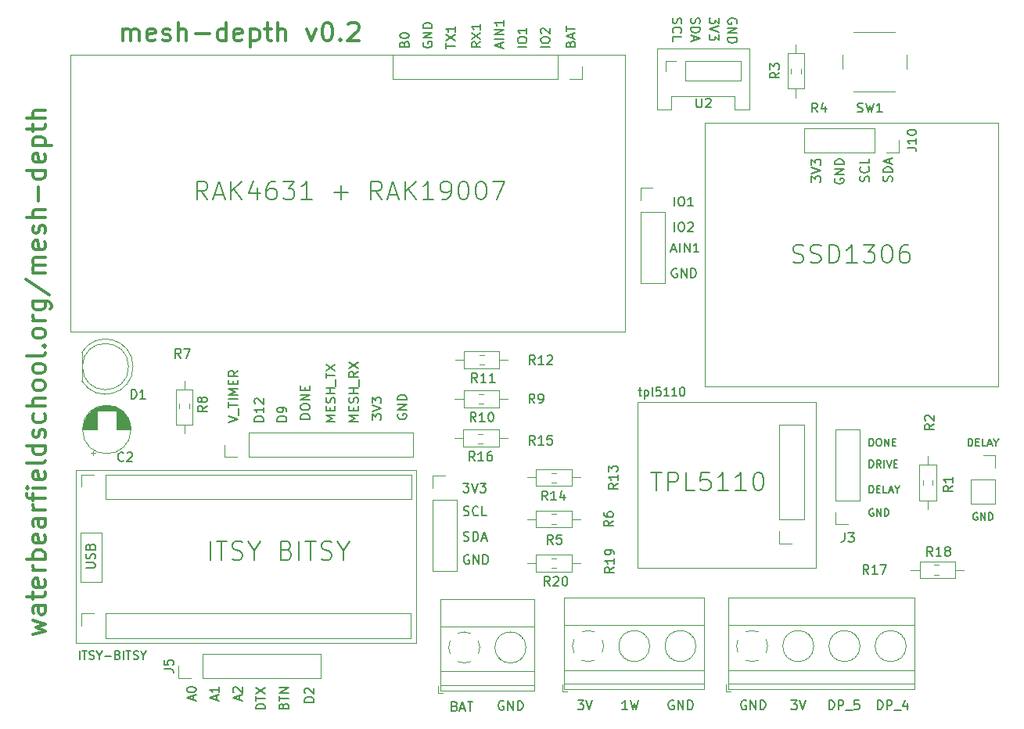
<source format=gbr>
%TF.GenerationSoftware,KiCad,Pcbnew,8.0.6-8.0.6-0~ubuntu24.04.1*%
%TF.CreationDate,2025-03-25T09:16:13-04:00*%
%TF.ProjectId,mesh-depth,6d657368-2d64-4657-9074-682e6b696361,rev?*%
%TF.SameCoordinates,Original*%
%TF.FileFunction,Legend,Top*%
%TF.FilePolarity,Positive*%
%FSLAX46Y46*%
G04 Gerber Fmt 4.6, Leading zero omitted, Abs format (unit mm)*
G04 Created by KiCad (PCBNEW 8.0.6-8.0.6-0~ubuntu24.04.1) date 2025-03-25 09:16:13*
%MOMM*%
%LPD*%
G01*
G04 APERTURE LIST*
%ADD10C,0.200000*%
%ADD11C,0.300000*%
%ADD12C,0.150000*%
%ADD13C,0.120000*%
%ADD14C,0.100000*%
G04 APERTURE END LIST*
D10*
X65809523Y-46414838D02*
X66952380Y-46414838D01*
X66380951Y-48414838D02*
X66380951Y-46414838D01*
X67619047Y-48414838D02*
X67619047Y-46414838D01*
X67619047Y-46414838D02*
X68380952Y-46414838D01*
X68380952Y-46414838D02*
X68571428Y-46510076D01*
X68571428Y-46510076D02*
X68666666Y-46605314D01*
X68666666Y-46605314D02*
X68761904Y-46795790D01*
X68761904Y-46795790D02*
X68761904Y-47081504D01*
X68761904Y-47081504D02*
X68666666Y-47271980D01*
X68666666Y-47271980D02*
X68571428Y-47367219D01*
X68571428Y-47367219D02*
X68380952Y-47462457D01*
X68380952Y-47462457D02*
X67619047Y-47462457D01*
X70571428Y-48414838D02*
X69619047Y-48414838D01*
X69619047Y-48414838D02*
X69619047Y-46414838D01*
X72190476Y-46414838D02*
X71238095Y-46414838D01*
X71238095Y-46414838D02*
X71142857Y-47367219D01*
X71142857Y-47367219D02*
X71238095Y-47271980D01*
X71238095Y-47271980D02*
X71428571Y-47176742D01*
X71428571Y-47176742D02*
X71904762Y-47176742D01*
X71904762Y-47176742D02*
X72095238Y-47271980D01*
X72095238Y-47271980D02*
X72190476Y-47367219D01*
X72190476Y-47367219D02*
X72285714Y-47557695D01*
X72285714Y-47557695D02*
X72285714Y-48033885D01*
X72285714Y-48033885D02*
X72190476Y-48224361D01*
X72190476Y-48224361D02*
X72095238Y-48319600D01*
X72095238Y-48319600D02*
X71904762Y-48414838D01*
X71904762Y-48414838D02*
X71428571Y-48414838D01*
X71428571Y-48414838D02*
X71238095Y-48319600D01*
X71238095Y-48319600D02*
X71142857Y-48224361D01*
X74190476Y-48414838D02*
X73047619Y-48414838D01*
X73619047Y-48414838D02*
X73619047Y-46414838D01*
X73619047Y-46414838D02*
X73428571Y-46700552D01*
X73428571Y-46700552D02*
X73238095Y-46891028D01*
X73238095Y-46891028D02*
X73047619Y-46986266D01*
X76095238Y-48414838D02*
X74952381Y-48414838D01*
X75523809Y-48414838D02*
X75523809Y-46414838D01*
X75523809Y-46414838D02*
X75333333Y-46700552D01*
X75333333Y-46700552D02*
X75142857Y-46891028D01*
X75142857Y-46891028D02*
X74952381Y-46986266D01*
X77333333Y-46414838D02*
X77523810Y-46414838D01*
X77523810Y-46414838D02*
X77714286Y-46510076D01*
X77714286Y-46510076D02*
X77809524Y-46605314D01*
X77809524Y-46605314D02*
X77904762Y-46795790D01*
X77904762Y-46795790D02*
X78000000Y-47176742D01*
X78000000Y-47176742D02*
X78000000Y-47652933D01*
X78000000Y-47652933D02*
X77904762Y-48033885D01*
X77904762Y-48033885D02*
X77809524Y-48224361D01*
X77809524Y-48224361D02*
X77714286Y-48319600D01*
X77714286Y-48319600D02*
X77523810Y-48414838D01*
X77523810Y-48414838D02*
X77333333Y-48414838D01*
X77333333Y-48414838D02*
X77142857Y-48319600D01*
X77142857Y-48319600D02*
X77047619Y-48224361D01*
X77047619Y-48224361D02*
X76952381Y-48033885D01*
X76952381Y-48033885D02*
X76857143Y-47652933D01*
X76857143Y-47652933D02*
X76857143Y-47176742D01*
X76857143Y-47176742D02*
X76952381Y-46795790D01*
X76952381Y-46795790D02*
X77047619Y-46605314D01*
X77047619Y-46605314D02*
X77142857Y-46510076D01*
X77142857Y-46510076D02*
X77333333Y-46414838D01*
X81166666Y-23702100D02*
X81452380Y-23797338D01*
X81452380Y-23797338D02*
X81928571Y-23797338D01*
X81928571Y-23797338D02*
X82119047Y-23702100D01*
X82119047Y-23702100D02*
X82214285Y-23606861D01*
X82214285Y-23606861D02*
X82309523Y-23416385D01*
X82309523Y-23416385D02*
X82309523Y-23225909D01*
X82309523Y-23225909D02*
X82214285Y-23035433D01*
X82214285Y-23035433D02*
X82119047Y-22940195D01*
X82119047Y-22940195D02*
X81928571Y-22844957D01*
X81928571Y-22844957D02*
X81547618Y-22749719D01*
X81547618Y-22749719D02*
X81357142Y-22654480D01*
X81357142Y-22654480D02*
X81261904Y-22559242D01*
X81261904Y-22559242D02*
X81166666Y-22368766D01*
X81166666Y-22368766D02*
X81166666Y-22178290D01*
X81166666Y-22178290D02*
X81261904Y-21987814D01*
X81261904Y-21987814D02*
X81357142Y-21892576D01*
X81357142Y-21892576D02*
X81547618Y-21797338D01*
X81547618Y-21797338D02*
X82023809Y-21797338D01*
X82023809Y-21797338D02*
X82309523Y-21892576D01*
X83071428Y-23702100D02*
X83357142Y-23797338D01*
X83357142Y-23797338D02*
X83833333Y-23797338D01*
X83833333Y-23797338D02*
X84023809Y-23702100D01*
X84023809Y-23702100D02*
X84119047Y-23606861D01*
X84119047Y-23606861D02*
X84214285Y-23416385D01*
X84214285Y-23416385D02*
X84214285Y-23225909D01*
X84214285Y-23225909D02*
X84119047Y-23035433D01*
X84119047Y-23035433D02*
X84023809Y-22940195D01*
X84023809Y-22940195D02*
X83833333Y-22844957D01*
X83833333Y-22844957D02*
X83452380Y-22749719D01*
X83452380Y-22749719D02*
X83261904Y-22654480D01*
X83261904Y-22654480D02*
X83166666Y-22559242D01*
X83166666Y-22559242D02*
X83071428Y-22368766D01*
X83071428Y-22368766D02*
X83071428Y-22178290D01*
X83071428Y-22178290D02*
X83166666Y-21987814D01*
X83166666Y-21987814D02*
X83261904Y-21892576D01*
X83261904Y-21892576D02*
X83452380Y-21797338D01*
X83452380Y-21797338D02*
X83928571Y-21797338D01*
X83928571Y-21797338D02*
X84214285Y-21892576D01*
X85071428Y-23797338D02*
X85071428Y-21797338D01*
X85071428Y-21797338D02*
X85547618Y-21797338D01*
X85547618Y-21797338D02*
X85833333Y-21892576D01*
X85833333Y-21892576D02*
X86023809Y-22083052D01*
X86023809Y-22083052D02*
X86119047Y-22273528D01*
X86119047Y-22273528D02*
X86214285Y-22654480D01*
X86214285Y-22654480D02*
X86214285Y-22940195D01*
X86214285Y-22940195D02*
X86119047Y-23321147D01*
X86119047Y-23321147D02*
X86023809Y-23511623D01*
X86023809Y-23511623D02*
X85833333Y-23702100D01*
X85833333Y-23702100D02*
X85547618Y-23797338D01*
X85547618Y-23797338D02*
X85071428Y-23797338D01*
X88119047Y-23797338D02*
X86976190Y-23797338D01*
X87547618Y-23797338D02*
X87547618Y-21797338D01*
X87547618Y-21797338D02*
X87357142Y-22083052D01*
X87357142Y-22083052D02*
X87166666Y-22273528D01*
X87166666Y-22273528D02*
X86976190Y-22368766D01*
X88785714Y-21797338D02*
X90023809Y-21797338D01*
X90023809Y-21797338D02*
X89357142Y-22559242D01*
X89357142Y-22559242D02*
X89642857Y-22559242D01*
X89642857Y-22559242D02*
X89833333Y-22654480D01*
X89833333Y-22654480D02*
X89928571Y-22749719D01*
X89928571Y-22749719D02*
X90023809Y-22940195D01*
X90023809Y-22940195D02*
X90023809Y-23416385D01*
X90023809Y-23416385D02*
X89928571Y-23606861D01*
X89928571Y-23606861D02*
X89833333Y-23702100D01*
X89833333Y-23702100D02*
X89642857Y-23797338D01*
X89642857Y-23797338D02*
X89071428Y-23797338D01*
X89071428Y-23797338D02*
X88880952Y-23702100D01*
X88880952Y-23702100D02*
X88785714Y-23606861D01*
X91261904Y-21797338D02*
X91452381Y-21797338D01*
X91452381Y-21797338D02*
X91642857Y-21892576D01*
X91642857Y-21892576D02*
X91738095Y-21987814D01*
X91738095Y-21987814D02*
X91833333Y-22178290D01*
X91833333Y-22178290D02*
X91928571Y-22559242D01*
X91928571Y-22559242D02*
X91928571Y-23035433D01*
X91928571Y-23035433D02*
X91833333Y-23416385D01*
X91833333Y-23416385D02*
X91738095Y-23606861D01*
X91738095Y-23606861D02*
X91642857Y-23702100D01*
X91642857Y-23702100D02*
X91452381Y-23797338D01*
X91452381Y-23797338D02*
X91261904Y-23797338D01*
X91261904Y-23797338D02*
X91071428Y-23702100D01*
X91071428Y-23702100D02*
X90976190Y-23606861D01*
X90976190Y-23606861D02*
X90880952Y-23416385D01*
X90880952Y-23416385D02*
X90785714Y-23035433D01*
X90785714Y-23035433D02*
X90785714Y-22559242D01*
X90785714Y-22559242D02*
X90880952Y-22178290D01*
X90880952Y-22178290D02*
X90976190Y-21987814D01*
X90976190Y-21987814D02*
X91071428Y-21892576D01*
X91071428Y-21892576D02*
X91261904Y-21797338D01*
X93642857Y-21797338D02*
X93261904Y-21797338D01*
X93261904Y-21797338D02*
X93071428Y-21892576D01*
X93071428Y-21892576D02*
X92976190Y-21987814D01*
X92976190Y-21987814D02*
X92785714Y-22273528D01*
X92785714Y-22273528D02*
X92690476Y-22654480D01*
X92690476Y-22654480D02*
X92690476Y-23416385D01*
X92690476Y-23416385D02*
X92785714Y-23606861D01*
X92785714Y-23606861D02*
X92880952Y-23702100D01*
X92880952Y-23702100D02*
X93071428Y-23797338D01*
X93071428Y-23797338D02*
X93452381Y-23797338D01*
X93452381Y-23797338D02*
X93642857Y-23702100D01*
X93642857Y-23702100D02*
X93738095Y-23606861D01*
X93738095Y-23606861D02*
X93833333Y-23416385D01*
X93833333Y-23416385D02*
X93833333Y-22940195D01*
X93833333Y-22940195D02*
X93738095Y-22749719D01*
X93738095Y-22749719D02*
X93642857Y-22654480D01*
X93642857Y-22654480D02*
X93452381Y-22559242D01*
X93452381Y-22559242D02*
X93071428Y-22559242D01*
X93071428Y-22559242D02*
X92880952Y-22654480D01*
X92880952Y-22654480D02*
X92785714Y-22749719D01*
X92785714Y-22749719D02*
X92690476Y-22940195D01*
X18119046Y-55914838D02*
X18119046Y-53914838D01*
X18785713Y-53914838D02*
X19928570Y-53914838D01*
X19357141Y-55914838D02*
X19357141Y-53914838D01*
X20499999Y-55819600D02*
X20785713Y-55914838D01*
X20785713Y-55914838D02*
X21261904Y-55914838D01*
X21261904Y-55914838D02*
X21452380Y-55819600D01*
X21452380Y-55819600D02*
X21547618Y-55724361D01*
X21547618Y-55724361D02*
X21642856Y-55533885D01*
X21642856Y-55533885D02*
X21642856Y-55343409D01*
X21642856Y-55343409D02*
X21547618Y-55152933D01*
X21547618Y-55152933D02*
X21452380Y-55057695D01*
X21452380Y-55057695D02*
X21261904Y-54962457D01*
X21261904Y-54962457D02*
X20880951Y-54867219D01*
X20880951Y-54867219D02*
X20690475Y-54771980D01*
X20690475Y-54771980D02*
X20595237Y-54676742D01*
X20595237Y-54676742D02*
X20499999Y-54486266D01*
X20499999Y-54486266D02*
X20499999Y-54295790D01*
X20499999Y-54295790D02*
X20595237Y-54105314D01*
X20595237Y-54105314D02*
X20690475Y-54010076D01*
X20690475Y-54010076D02*
X20880951Y-53914838D01*
X20880951Y-53914838D02*
X21357142Y-53914838D01*
X21357142Y-53914838D02*
X21642856Y-54010076D01*
X22880951Y-54962457D02*
X22880951Y-55914838D01*
X22214285Y-53914838D02*
X22880951Y-54962457D01*
X22880951Y-54962457D02*
X23547618Y-53914838D01*
X26404762Y-54867219D02*
X26690476Y-54962457D01*
X26690476Y-54962457D02*
X26785714Y-55057695D01*
X26785714Y-55057695D02*
X26880952Y-55248171D01*
X26880952Y-55248171D02*
X26880952Y-55533885D01*
X26880952Y-55533885D02*
X26785714Y-55724361D01*
X26785714Y-55724361D02*
X26690476Y-55819600D01*
X26690476Y-55819600D02*
X26500000Y-55914838D01*
X26500000Y-55914838D02*
X25738095Y-55914838D01*
X25738095Y-55914838D02*
X25738095Y-53914838D01*
X25738095Y-53914838D02*
X26404762Y-53914838D01*
X26404762Y-53914838D02*
X26595238Y-54010076D01*
X26595238Y-54010076D02*
X26690476Y-54105314D01*
X26690476Y-54105314D02*
X26785714Y-54295790D01*
X26785714Y-54295790D02*
X26785714Y-54486266D01*
X26785714Y-54486266D02*
X26690476Y-54676742D01*
X26690476Y-54676742D02*
X26595238Y-54771980D01*
X26595238Y-54771980D02*
X26404762Y-54867219D01*
X26404762Y-54867219D02*
X25738095Y-54867219D01*
X27738095Y-55914838D02*
X27738095Y-53914838D01*
X28404762Y-53914838D02*
X29547619Y-53914838D01*
X28976190Y-55914838D02*
X28976190Y-53914838D01*
X30119048Y-55819600D02*
X30404762Y-55914838D01*
X30404762Y-55914838D02*
X30880953Y-55914838D01*
X30880953Y-55914838D02*
X31071429Y-55819600D01*
X31071429Y-55819600D02*
X31166667Y-55724361D01*
X31166667Y-55724361D02*
X31261905Y-55533885D01*
X31261905Y-55533885D02*
X31261905Y-55343409D01*
X31261905Y-55343409D02*
X31166667Y-55152933D01*
X31166667Y-55152933D02*
X31071429Y-55057695D01*
X31071429Y-55057695D02*
X30880953Y-54962457D01*
X30880953Y-54962457D02*
X30500000Y-54867219D01*
X30500000Y-54867219D02*
X30309524Y-54771980D01*
X30309524Y-54771980D02*
X30214286Y-54676742D01*
X30214286Y-54676742D02*
X30119048Y-54486266D01*
X30119048Y-54486266D02*
X30119048Y-54295790D01*
X30119048Y-54295790D02*
X30214286Y-54105314D01*
X30214286Y-54105314D02*
X30309524Y-54010076D01*
X30309524Y-54010076D02*
X30500000Y-53914838D01*
X30500000Y-53914838D02*
X30976191Y-53914838D01*
X30976191Y-53914838D02*
X31261905Y-54010076D01*
X32500000Y-54962457D02*
X32500000Y-55914838D01*
X31833334Y-53914838D02*
X32500000Y-54962457D01*
X32500000Y-54962457D02*
X33166667Y-53914838D01*
D11*
X-1093695Y-64016917D02*
X239638Y-63635965D01*
X239638Y-63635965D02*
X-712742Y-63255012D01*
X-712742Y-63255012D02*
X239638Y-62874060D01*
X239638Y-62874060D02*
X-1093695Y-62493108D01*
X239638Y-60874060D02*
X-807980Y-60874060D01*
X-807980Y-60874060D02*
X-998457Y-60969298D01*
X-998457Y-60969298D02*
X-1093695Y-61159774D01*
X-1093695Y-61159774D02*
X-1093695Y-61540727D01*
X-1093695Y-61540727D02*
X-998457Y-61731203D01*
X144400Y-60874060D02*
X239638Y-61064536D01*
X239638Y-61064536D02*
X239638Y-61540727D01*
X239638Y-61540727D02*
X144400Y-61731203D01*
X144400Y-61731203D02*
X-46076Y-61826441D01*
X-46076Y-61826441D02*
X-236552Y-61826441D01*
X-236552Y-61826441D02*
X-427028Y-61731203D01*
X-427028Y-61731203D02*
X-522266Y-61540727D01*
X-522266Y-61540727D02*
X-522266Y-61064536D01*
X-522266Y-61064536D02*
X-617504Y-60874060D01*
X-1093695Y-60207393D02*
X-1093695Y-59445489D01*
X-1760361Y-59921679D02*
X-46076Y-59921679D01*
X-46076Y-59921679D02*
X144400Y-59826441D01*
X144400Y-59826441D02*
X239638Y-59635965D01*
X239638Y-59635965D02*
X239638Y-59445489D01*
X144400Y-58016917D02*
X239638Y-58207393D01*
X239638Y-58207393D02*
X239638Y-58588346D01*
X239638Y-58588346D02*
X144400Y-58778822D01*
X144400Y-58778822D02*
X-46076Y-58874060D01*
X-46076Y-58874060D02*
X-807980Y-58874060D01*
X-807980Y-58874060D02*
X-998457Y-58778822D01*
X-998457Y-58778822D02*
X-1093695Y-58588346D01*
X-1093695Y-58588346D02*
X-1093695Y-58207393D01*
X-1093695Y-58207393D02*
X-998457Y-58016917D01*
X-998457Y-58016917D02*
X-807980Y-57921679D01*
X-807980Y-57921679D02*
X-617504Y-57921679D01*
X-617504Y-57921679D02*
X-427028Y-58874060D01*
X239638Y-57064536D02*
X-1093695Y-57064536D01*
X-712742Y-57064536D02*
X-903219Y-56969298D01*
X-903219Y-56969298D02*
X-998457Y-56874060D01*
X-998457Y-56874060D02*
X-1093695Y-56683584D01*
X-1093695Y-56683584D02*
X-1093695Y-56493107D01*
X239638Y-55826441D02*
X-1760361Y-55826441D01*
X-998457Y-55826441D02*
X-1093695Y-55635965D01*
X-1093695Y-55635965D02*
X-1093695Y-55255012D01*
X-1093695Y-55255012D02*
X-998457Y-55064536D01*
X-998457Y-55064536D02*
X-903219Y-54969298D01*
X-903219Y-54969298D02*
X-712742Y-54874060D01*
X-712742Y-54874060D02*
X-141314Y-54874060D01*
X-141314Y-54874060D02*
X49161Y-54969298D01*
X49161Y-54969298D02*
X144400Y-55064536D01*
X144400Y-55064536D02*
X239638Y-55255012D01*
X239638Y-55255012D02*
X239638Y-55635965D01*
X239638Y-55635965D02*
X144400Y-55826441D01*
X144400Y-53255012D02*
X239638Y-53445488D01*
X239638Y-53445488D02*
X239638Y-53826441D01*
X239638Y-53826441D02*
X144400Y-54016917D01*
X144400Y-54016917D02*
X-46076Y-54112155D01*
X-46076Y-54112155D02*
X-807980Y-54112155D01*
X-807980Y-54112155D02*
X-998457Y-54016917D01*
X-998457Y-54016917D02*
X-1093695Y-53826441D01*
X-1093695Y-53826441D02*
X-1093695Y-53445488D01*
X-1093695Y-53445488D02*
X-998457Y-53255012D01*
X-998457Y-53255012D02*
X-807980Y-53159774D01*
X-807980Y-53159774D02*
X-617504Y-53159774D01*
X-617504Y-53159774D02*
X-427028Y-54112155D01*
X239638Y-51445488D02*
X-807980Y-51445488D01*
X-807980Y-51445488D02*
X-998457Y-51540726D01*
X-998457Y-51540726D02*
X-1093695Y-51731202D01*
X-1093695Y-51731202D02*
X-1093695Y-52112155D01*
X-1093695Y-52112155D02*
X-998457Y-52302631D01*
X144400Y-51445488D02*
X239638Y-51635964D01*
X239638Y-51635964D02*
X239638Y-52112155D01*
X239638Y-52112155D02*
X144400Y-52302631D01*
X144400Y-52302631D02*
X-46076Y-52397869D01*
X-46076Y-52397869D02*
X-236552Y-52397869D01*
X-236552Y-52397869D02*
X-427028Y-52302631D01*
X-427028Y-52302631D02*
X-522266Y-52112155D01*
X-522266Y-52112155D02*
X-522266Y-51635964D01*
X-522266Y-51635964D02*
X-617504Y-51445488D01*
X239638Y-50493107D02*
X-1093695Y-50493107D01*
X-712742Y-50493107D02*
X-903219Y-50397869D01*
X-903219Y-50397869D02*
X-998457Y-50302631D01*
X-998457Y-50302631D02*
X-1093695Y-50112155D01*
X-1093695Y-50112155D02*
X-1093695Y-49921678D01*
X-1093695Y-49540726D02*
X-1093695Y-48778822D01*
X239638Y-49255012D02*
X-1474647Y-49255012D01*
X-1474647Y-49255012D02*
X-1665123Y-49159774D01*
X-1665123Y-49159774D02*
X-1760361Y-48969298D01*
X-1760361Y-48969298D02*
X-1760361Y-48778822D01*
X239638Y-48112155D02*
X-1093695Y-48112155D01*
X-1760361Y-48112155D02*
X-1665123Y-48207393D01*
X-1665123Y-48207393D02*
X-1569885Y-48112155D01*
X-1569885Y-48112155D02*
X-1665123Y-48016917D01*
X-1665123Y-48016917D02*
X-1760361Y-48112155D01*
X-1760361Y-48112155D02*
X-1569885Y-48112155D01*
X144400Y-46397869D02*
X239638Y-46588345D01*
X239638Y-46588345D02*
X239638Y-46969298D01*
X239638Y-46969298D02*
X144400Y-47159774D01*
X144400Y-47159774D02*
X-46076Y-47255012D01*
X-46076Y-47255012D02*
X-807980Y-47255012D01*
X-807980Y-47255012D02*
X-998457Y-47159774D01*
X-998457Y-47159774D02*
X-1093695Y-46969298D01*
X-1093695Y-46969298D02*
X-1093695Y-46588345D01*
X-1093695Y-46588345D02*
X-998457Y-46397869D01*
X-998457Y-46397869D02*
X-807980Y-46302631D01*
X-807980Y-46302631D02*
X-617504Y-46302631D01*
X-617504Y-46302631D02*
X-427028Y-47255012D01*
X239638Y-45159774D02*
X144400Y-45350250D01*
X144400Y-45350250D02*
X-46076Y-45445488D01*
X-46076Y-45445488D02*
X-1760361Y-45445488D01*
X239638Y-43540726D02*
X-1760361Y-43540726D01*
X144400Y-43540726D02*
X239638Y-43731202D01*
X239638Y-43731202D02*
X239638Y-44112155D01*
X239638Y-44112155D02*
X144400Y-44302631D01*
X144400Y-44302631D02*
X49161Y-44397869D01*
X49161Y-44397869D02*
X-141314Y-44493107D01*
X-141314Y-44493107D02*
X-712742Y-44493107D01*
X-712742Y-44493107D02*
X-903219Y-44397869D01*
X-903219Y-44397869D02*
X-998457Y-44302631D01*
X-998457Y-44302631D02*
X-1093695Y-44112155D01*
X-1093695Y-44112155D02*
X-1093695Y-43731202D01*
X-1093695Y-43731202D02*
X-998457Y-43540726D01*
X144400Y-42683583D02*
X239638Y-42493107D01*
X239638Y-42493107D02*
X239638Y-42112155D01*
X239638Y-42112155D02*
X144400Y-41921678D01*
X144400Y-41921678D02*
X-46076Y-41826440D01*
X-46076Y-41826440D02*
X-141314Y-41826440D01*
X-141314Y-41826440D02*
X-331790Y-41921678D01*
X-331790Y-41921678D02*
X-427028Y-42112155D01*
X-427028Y-42112155D02*
X-427028Y-42397869D01*
X-427028Y-42397869D02*
X-522266Y-42588345D01*
X-522266Y-42588345D02*
X-712742Y-42683583D01*
X-712742Y-42683583D02*
X-807980Y-42683583D01*
X-807980Y-42683583D02*
X-998457Y-42588345D01*
X-998457Y-42588345D02*
X-1093695Y-42397869D01*
X-1093695Y-42397869D02*
X-1093695Y-42112155D01*
X-1093695Y-42112155D02*
X-998457Y-41921678D01*
X144400Y-40112154D02*
X239638Y-40302630D01*
X239638Y-40302630D02*
X239638Y-40683583D01*
X239638Y-40683583D02*
X144400Y-40874059D01*
X144400Y-40874059D02*
X49161Y-40969297D01*
X49161Y-40969297D02*
X-141314Y-41064535D01*
X-141314Y-41064535D02*
X-712742Y-41064535D01*
X-712742Y-41064535D02*
X-903219Y-40969297D01*
X-903219Y-40969297D02*
X-998457Y-40874059D01*
X-998457Y-40874059D02*
X-1093695Y-40683583D01*
X-1093695Y-40683583D02*
X-1093695Y-40302630D01*
X-1093695Y-40302630D02*
X-998457Y-40112154D01*
X239638Y-39255011D02*
X-1760361Y-39255011D01*
X239638Y-38397868D02*
X-807980Y-38397868D01*
X-807980Y-38397868D02*
X-998457Y-38493106D01*
X-998457Y-38493106D02*
X-1093695Y-38683582D01*
X-1093695Y-38683582D02*
X-1093695Y-38969297D01*
X-1093695Y-38969297D02*
X-998457Y-39159773D01*
X-998457Y-39159773D02*
X-903219Y-39255011D01*
X239638Y-37159773D02*
X144400Y-37350249D01*
X144400Y-37350249D02*
X49161Y-37445487D01*
X49161Y-37445487D02*
X-141314Y-37540725D01*
X-141314Y-37540725D02*
X-712742Y-37540725D01*
X-712742Y-37540725D02*
X-903219Y-37445487D01*
X-903219Y-37445487D02*
X-998457Y-37350249D01*
X-998457Y-37350249D02*
X-1093695Y-37159773D01*
X-1093695Y-37159773D02*
X-1093695Y-36874058D01*
X-1093695Y-36874058D02*
X-998457Y-36683582D01*
X-998457Y-36683582D02*
X-903219Y-36588344D01*
X-903219Y-36588344D02*
X-712742Y-36493106D01*
X-712742Y-36493106D02*
X-141314Y-36493106D01*
X-141314Y-36493106D02*
X49161Y-36588344D01*
X49161Y-36588344D02*
X144400Y-36683582D01*
X144400Y-36683582D02*
X239638Y-36874058D01*
X239638Y-36874058D02*
X239638Y-37159773D01*
X239638Y-35350249D02*
X144400Y-35540725D01*
X144400Y-35540725D02*
X49161Y-35635963D01*
X49161Y-35635963D02*
X-141314Y-35731201D01*
X-141314Y-35731201D02*
X-712742Y-35731201D01*
X-712742Y-35731201D02*
X-903219Y-35635963D01*
X-903219Y-35635963D02*
X-998457Y-35540725D01*
X-998457Y-35540725D02*
X-1093695Y-35350249D01*
X-1093695Y-35350249D02*
X-1093695Y-35064534D01*
X-1093695Y-35064534D02*
X-998457Y-34874058D01*
X-998457Y-34874058D02*
X-903219Y-34778820D01*
X-903219Y-34778820D02*
X-712742Y-34683582D01*
X-712742Y-34683582D02*
X-141314Y-34683582D01*
X-141314Y-34683582D02*
X49161Y-34778820D01*
X49161Y-34778820D02*
X144400Y-34874058D01*
X144400Y-34874058D02*
X239638Y-35064534D01*
X239638Y-35064534D02*
X239638Y-35350249D01*
X239638Y-33540725D02*
X144400Y-33731201D01*
X144400Y-33731201D02*
X-46076Y-33826439D01*
X-46076Y-33826439D02*
X-1760361Y-33826439D01*
X49161Y-32778820D02*
X144400Y-32683582D01*
X144400Y-32683582D02*
X239638Y-32778820D01*
X239638Y-32778820D02*
X144400Y-32874058D01*
X144400Y-32874058D02*
X49161Y-32778820D01*
X49161Y-32778820D02*
X239638Y-32778820D01*
X239638Y-31540725D02*
X144400Y-31731201D01*
X144400Y-31731201D02*
X49161Y-31826439D01*
X49161Y-31826439D02*
X-141314Y-31921677D01*
X-141314Y-31921677D02*
X-712742Y-31921677D01*
X-712742Y-31921677D02*
X-903219Y-31826439D01*
X-903219Y-31826439D02*
X-998457Y-31731201D01*
X-998457Y-31731201D02*
X-1093695Y-31540725D01*
X-1093695Y-31540725D02*
X-1093695Y-31255010D01*
X-1093695Y-31255010D02*
X-998457Y-31064534D01*
X-998457Y-31064534D02*
X-903219Y-30969296D01*
X-903219Y-30969296D02*
X-712742Y-30874058D01*
X-712742Y-30874058D02*
X-141314Y-30874058D01*
X-141314Y-30874058D02*
X49161Y-30969296D01*
X49161Y-30969296D02*
X144400Y-31064534D01*
X144400Y-31064534D02*
X239638Y-31255010D01*
X239638Y-31255010D02*
X239638Y-31540725D01*
X239638Y-30016915D02*
X-1093695Y-30016915D01*
X-712742Y-30016915D02*
X-903219Y-29921677D01*
X-903219Y-29921677D02*
X-998457Y-29826439D01*
X-998457Y-29826439D02*
X-1093695Y-29635963D01*
X-1093695Y-29635963D02*
X-1093695Y-29445486D01*
X-1093695Y-27921677D02*
X525352Y-27921677D01*
X525352Y-27921677D02*
X715828Y-28016915D01*
X715828Y-28016915D02*
X811066Y-28112153D01*
X811066Y-28112153D02*
X906304Y-28302630D01*
X906304Y-28302630D02*
X906304Y-28588344D01*
X906304Y-28588344D02*
X811066Y-28778820D01*
X144400Y-27921677D02*
X239638Y-28112153D01*
X239638Y-28112153D02*
X239638Y-28493106D01*
X239638Y-28493106D02*
X144400Y-28683582D01*
X144400Y-28683582D02*
X49161Y-28778820D01*
X49161Y-28778820D02*
X-141314Y-28874058D01*
X-141314Y-28874058D02*
X-712742Y-28874058D01*
X-712742Y-28874058D02*
X-903219Y-28778820D01*
X-903219Y-28778820D02*
X-998457Y-28683582D01*
X-998457Y-28683582D02*
X-1093695Y-28493106D01*
X-1093695Y-28493106D02*
X-1093695Y-28112153D01*
X-1093695Y-28112153D02*
X-998457Y-27921677D01*
X-1855600Y-25540725D02*
X715828Y-27255010D01*
X239638Y-24874058D02*
X-1093695Y-24874058D01*
X-903219Y-24874058D02*
X-998457Y-24778820D01*
X-998457Y-24778820D02*
X-1093695Y-24588344D01*
X-1093695Y-24588344D02*
X-1093695Y-24302629D01*
X-1093695Y-24302629D02*
X-998457Y-24112153D01*
X-998457Y-24112153D02*
X-807980Y-24016915D01*
X-807980Y-24016915D02*
X239638Y-24016915D01*
X-807980Y-24016915D02*
X-998457Y-23921677D01*
X-998457Y-23921677D02*
X-1093695Y-23731201D01*
X-1093695Y-23731201D02*
X-1093695Y-23445487D01*
X-1093695Y-23445487D02*
X-998457Y-23255010D01*
X-998457Y-23255010D02*
X-807980Y-23159772D01*
X-807980Y-23159772D02*
X239638Y-23159772D01*
X144400Y-21445486D02*
X239638Y-21635962D01*
X239638Y-21635962D02*
X239638Y-22016915D01*
X239638Y-22016915D02*
X144400Y-22207391D01*
X144400Y-22207391D02*
X-46076Y-22302629D01*
X-46076Y-22302629D02*
X-807980Y-22302629D01*
X-807980Y-22302629D02*
X-998457Y-22207391D01*
X-998457Y-22207391D02*
X-1093695Y-22016915D01*
X-1093695Y-22016915D02*
X-1093695Y-21635962D01*
X-1093695Y-21635962D02*
X-998457Y-21445486D01*
X-998457Y-21445486D02*
X-807980Y-21350248D01*
X-807980Y-21350248D02*
X-617504Y-21350248D01*
X-617504Y-21350248D02*
X-427028Y-22302629D01*
X144400Y-20588343D02*
X239638Y-20397867D01*
X239638Y-20397867D02*
X239638Y-20016915D01*
X239638Y-20016915D02*
X144400Y-19826438D01*
X144400Y-19826438D02*
X-46076Y-19731200D01*
X-46076Y-19731200D02*
X-141314Y-19731200D01*
X-141314Y-19731200D02*
X-331790Y-19826438D01*
X-331790Y-19826438D02*
X-427028Y-20016915D01*
X-427028Y-20016915D02*
X-427028Y-20302629D01*
X-427028Y-20302629D02*
X-522266Y-20493105D01*
X-522266Y-20493105D02*
X-712742Y-20588343D01*
X-712742Y-20588343D02*
X-807980Y-20588343D01*
X-807980Y-20588343D02*
X-998457Y-20493105D01*
X-998457Y-20493105D02*
X-1093695Y-20302629D01*
X-1093695Y-20302629D02*
X-1093695Y-20016915D01*
X-1093695Y-20016915D02*
X-998457Y-19826438D01*
X239638Y-18874057D02*
X-1760361Y-18874057D01*
X239638Y-18016914D02*
X-807980Y-18016914D01*
X-807980Y-18016914D02*
X-998457Y-18112152D01*
X-998457Y-18112152D02*
X-1093695Y-18302628D01*
X-1093695Y-18302628D02*
X-1093695Y-18588343D01*
X-1093695Y-18588343D02*
X-998457Y-18778819D01*
X-998457Y-18778819D02*
X-903219Y-18874057D01*
X-522266Y-17064533D02*
X-522266Y-15540724D01*
X239638Y-13731200D02*
X-1760361Y-13731200D01*
X144400Y-13731200D02*
X239638Y-13921676D01*
X239638Y-13921676D02*
X239638Y-14302629D01*
X239638Y-14302629D02*
X144400Y-14493105D01*
X144400Y-14493105D02*
X49161Y-14588343D01*
X49161Y-14588343D02*
X-141314Y-14683581D01*
X-141314Y-14683581D02*
X-712742Y-14683581D01*
X-712742Y-14683581D02*
X-903219Y-14588343D01*
X-903219Y-14588343D02*
X-998457Y-14493105D01*
X-998457Y-14493105D02*
X-1093695Y-14302629D01*
X-1093695Y-14302629D02*
X-1093695Y-13921676D01*
X-1093695Y-13921676D02*
X-998457Y-13731200D01*
X144400Y-12016914D02*
X239638Y-12207390D01*
X239638Y-12207390D02*
X239638Y-12588343D01*
X239638Y-12588343D02*
X144400Y-12778819D01*
X144400Y-12778819D02*
X-46076Y-12874057D01*
X-46076Y-12874057D02*
X-807980Y-12874057D01*
X-807980Y-12874057D02*
X-998457Y-12778819D01*
X-998457Y-12778819D02*
X-1093695Y-12588343D01*
X-1093695Y-12588343D02*
X-1093695Y-12207390D01*
X-1093695Y-12207390D02*
X-998457Y-12016914D01*
X-998457Y-12016914D02*
X-807980Y-11921676D01*
X-807980Y-11921676D02*
X-617504Y-11921676D01*
X-617504Y-11921676D02*
X-427028Y-12874057D01*
X-1093695Y-11064533D02*
X906304Y-11064533D01*
X-998457Y-11064533D02*
X-1093695Y-10874057D01*
X-1093695Y-10874057D02*
X-1093695Y-10493104D01*
X-1093695Y-10493104D02*
X-998457Y-10302628D01*
X-998457Y-10302628D02*
X-903219Y-10207390D01*
X-903219Y-10207390D02*
X-712742Y-10112152D01*
X-712742Y-10112152D02*
X-141314Y-10112152D01*
X-141314Y-10112152D02*
X49161Y-10207390D01*
X49161Y-10207390D02*
X144400Y-10302628D01*
X144400Y-10302628D02*
X239638Y-10493104D01*
X239638Y-10493104D02*
X239638Y-10874057D01*
X239638Y-10874057D02*
X144400Y-11064533D01*
X-1093695Y-9540723D02*
X-1093695Y-8778819D01*
X-1760361Y-9255009D02*
X-46076Y-9255009D01*
X-46076Y-9255009D02*
X144400Y-9159771D01*
X144400Y-9159771D02*
X239638Y-8969295D01*
X239638Y-8969295D02*
X239638Y-8778819D01*
X239638Y-8112152D02*
X-1760361Y-8112152D01*
X239638Y-7255009D02*
X-807980Y-7255009D01*
X-807980Y-7255009D02*
X-998457Y-7350247D01*
X-998457Y-7350247D02*
X-1093695Y-7540723D01*
X-1093695Y-7540723D02*
X-1093695Y-7826438D01*
X-1093695Y-7826438D02*
X-998457Y-8016914D01*
X-998457Y-8016914D02*
X-903219Y-8112152D01*
X8673558Y260361D02*
X8673558Y1593695D01*
X8673558Y1403219D02*
X8768796Y1498457D01*
X8768796Y1498457D02*
X8959272Y1593695D01*
X8959272Y1593695D02*
X9244987Y1593695D01*
X9244987Y1593695D02*
X9435463Y1498457D01*
X9435463Y1498457D02*
X9530701Y1307980D01*
X9530701Y1307980D02*
X9530701Y260361D01*
X9530701Y1307980D02*
X9625939Y1498457D01*
X9625939Y1498457D02*
X9816415Y1593695D01*
X9816415Y1593695D02*
X10102129Y1593695D01*
X10102129Y1593695D02*
X10292606Y1498457D01*
X10292606Y1498457D02*
X10387844Y1307980D01*
X10387844Y1307980D02*
X10387844Y260361D01*
X12102130Y355600D02*
X11911654Y260361D01*
X11911654Y260361D02*
X11530701Y260361D01*
X11530701Y260361D02*
X11340225Y355600D01*
X11340225Y355600D02*
X11244987Y546076D01*
X11244987Y546076D02*
X11244987Y1307980D01*
X11244987Y1307980D02*
X11340225Y1498457D01*
X11340225Y1498457D02*
X11530701Y1593695D01*
X11530701Y1593695D02*
X11911654Y1593695D01*
X11911654Y1593695D02*
X12102130Y1498457D01*
X12102130Y1498457D02*
X12197368Y1307980D01*
X12197368Y1307980D02*
X12197368Y1117504D01*
X12197368Y1117504D02*
X11244987Y927028D01*
X12959273Y355600D02*
X13149749Y260361D01*
X13149749Y260361D02*
X13530701Y260361D01*
X13530701Y260361D02*
X13721178Y355600D01*
X13721178Y355600D02*
X13816416Y546076D01*
X13816416Y546076D02*
X13816416Y641314D01*
X13816416Y641314D02*
X13721178Y831790D01*
X13721178Y831790D02*
X13530701Y927028D01*
X13530701Y927028D02*
X13244987Y927028D01*
X13244987Y927028D02*
X13054511Y1022266D01*
X13054511Y1022266D02*
X12959273Y1212742D01*
X12959273Y1212742D02*
X12959273Y1307980D01*
X12959273Y1307980D02*
X13054511Y1498457D01*
X13054511Y1498457D02*
X13244987Y1593695D01*
X13244987Y1593695D02*
X13530701Y1593695D01*
X13530701Y1593695D02*
X13721178Y1498457D01*
X14673559Y260361D02*
X14673559Y2260361D01*
X15530702Y260361D02*
X15530702Y1307980D01*
X15530702Y1307980D02*
X15435464Y1498457D01*
X15435464Y1498457D02*
X15244988Y1593695D01*
X15244988Y1593695D02*
X14959273Y1593695D01*
X14959273Y1593695D02*
X14768797Y1498457D01*
X14768797Y1498457D02*
X14673559Y1403219D01*
X16483083Y1022266D02*
X18006893Y1022266D01*
X19816416Y260361D02*
X19816416Y2260361D01*
X19816416Y355600D02*
X19625940Y260361D01*
X19625940Y260361D02*
X19244987Y260361D01*
X19244987Y260361D02*
X19054511Y355600D01*
X19054511Y355600D02*
X18959273Y450838D01*
X18959273Y450838D02*
X18864035Y641314D01*
X18864035Y641314D02*
X18864035Y1212742D01*
X18864035Y1212742D02*
X18959273Y1403219D01*
X18959273Y1403219D02*
X19054511Y1498457D01*
X19054511Y1498457D02*
X19244987Y1593695D01*
X19244987Y1593695D02*
X19625940Y1593695D01*
X19625940Y1593695D02*
X19816416Y1498457D01*
X21530702Y355600D02*
X21340226Y260361D01*
X21340226Y260361D02*
X20959273Y260361D01*
X20959273Y260361D02*
X20768797Y355600D01*
X20768797Y355600D02*
X20673559Y546076D01*
X20673559Y546076D02*
X20673559Y1307980D01*
X20673559Y1307980D02*
X20768797Y1498457D01*
X20768797Y1498457D02*
X20959273Y1593695D01*
X20959273Y1593695D02*
X21340226Y1593695D01*
X21340226Y1593695D02*
X21530702Y1498457D01*
X21530702Y1498457D02*
X21625940Y1307980D01*
X21625940Y1307980D02*
X21625940Y1117504D01*
X21625940Y1117504D02*
X20673559Y927028D01*
X22483083Y1593695D02*
X22483083Y-406304D01*
X22483083Y1498457D02*
X22673559Y1593695D01*
X22673559Y1593695D02*
X23054512Y1593695D01*
X23054512Y1593695D02*
X23244988Y1498457D01*
X23244988Y1498457D02*
X23340226Y1403219D01*
X23340226Y1403219D02*
X23435464Y1212742D01*
X23435464Y1212742D02*
X23435464Y641314D01*
X23435464Y641314D02*
X23340226Y450838D01*
X23340226Y450838D02*
X23244988Y355600D01*
X23244988Y355600D02*
X23054512Y260361D01*
X23054512Y260361D02*
X22673559Y260361D01*
X22673559Y260361D02*
X22483083Y355600D01*
X24006893Y1593695D02*
X24768797Y1593695D01*
X24292607Y2260361D02*
X24292607Y546076D01*
X24292607Y546076D02*
X24387845Y355600D01*
X24387845Y355600D02*
X24578321Y260361D01*
X24578321Y260361D02*
X24768797Y260361D01*
X25435464Y260361D02*
X25435464Y2260361D01*
X26292607Y260361D02*
X26292607Y1307980D01*
X26292607Y1307980D02*
X26197369Y1498457D01*
X26197369Y1498457D02*
X26006893Y1593695D01*
X26006893Y1593695D02*
X25721178Y1593695D01*
X25721178Y1593695D02*
X25530702Y1498457D01*
X25530702Y1498457D02*
X25435464Y1403219D01*
X28578322Y1593695D02*
X29054512Y260361D01*
X29054512Y260361D02*
X29530703Y1593695D01*
X30673560Y2260361D02*
X30864037Y2260361D01*
X30864037Y2260361D02*
X31054513Y2165123D01*
X31054513Y2165123D02*
X31149751Y2069885D01*
X31149751Y2069885D02*
X31244989Y1879409D01*
X31244989Y1879409D02*
X31340227Y1498457D01*
X31340227Y1498457D02*
X31340227Y1022266D01*
X31340227Y1022266D02*
X31244989Y641314D01*
X31244989Y641314D02*
X31149751Y450838D01*
X31149751Y450838D02*
X31054513Y355600D01*
X31054513Y355600D02*
X30864037Y260361D01*
X30864037Y260361D02*
X30673560Y260361D01*
X30673560Y260361D02*
X30483084Y355600D01*
X30483084Y355600D02*
X30387846Y450838D01*
X30387846Y450838D02*
X30292608Y641314D01*
X30292608Y641314D02*
X30197370Y1022266D01*
X30197370Y1022266D02*
X30197370Y1498457D01*
X30197370Y1498457D02*
X30292608Y1879409D01*
X30292608Y1879409D02*
X30387846Y2069885D01*
X30387846Y2069885D02*
X30483084Y2165123D01*
X30483084Y2165123D02*
X30673560Y2260361D01*
X32197370Y450838D02*
X32292608Y355600D01*
X32292608Y355600D02*
X32197370Y260361D01*
X32197370Y260361D02*
X32102132Y355600D01*
X32102132Y355600D02*
X32197370Y450838D01*
X32197370Y450838D02*
X32197370Y260361D01*
X33054513Y2069885D02*
X33149751Y2165123D01*
X33149751Y2165123D02*
X33340227Y2260361D01*
X33340227Y2260361D02*
X33816418Y2260361D01*
X33816418Y2260361D02*
X34006894Y2165123D01*
X34006894Y2165123D02*
X34102132Y2069885D01*
X34102132Y2069885D02*
X34197370Y1879409D01*
X34197370Y1879409D02*
X34197370Y1688933D01*
X34197370Y1688933D02*
X34102132Y1403219D01*
X34102132Y1403219D02*
X32959275Y260361D01*
X32959275Y260361D02*
X34197370Y260361D01*
D12*
X68177800Y2710839D02*
X68130180Y2567982D01*
X68130180Y2567982D02*
X68130180Y2329887D01*
X68130180Y2329887D02*
X68177800Y2234649D01*
X68177800Y2234649D02*
X68225419Y2187030D01*
X68225419Y2187030D02*
X68320657Y2139411D01*
X68320657Y2139411D02*
X68415895Y2139411D01*
X68415895Y2139411D02*
X68511133Y2187030D01*
X68511133Y2187030D02*
X68558752Y2234649D01*
X68558752Y2234649D02*
X68606371Y2329887D01*
X68606371Y2329887D02*
X68653990Y2520363D01*
X68653990Y2520363D02*
X68701609Y2615601D01*
X68701609Y2615601D02*
X68749228Y2663220D01*
X68749228Y2663220D02*
X68844466Y2710839D01*
X68844466Y2710839D02*
X68939704Y2710839D01*
X68939704Y2710839D02*
X69034942Y2663220D01*
X69034942Y2663220D02*
X69082561Y2615601D01*
X69082561Y2615601D02*
X69130180Y2520363D01*
X69130180Y2520363D02*
X69130180Y2282268D01*
X69130180Y2282268D02*
X69082561Y2139411D01*
X68225419Y1139411D02*
X68177800Y1187030D01*
X68177800Y1187030D02*
X68130180Y1329887D01*
X68130180Y1329887D02*
X68130180Y1425125D01*
X68130180Y1425125D02*
X68177800Y1567982D01*
X68177800Y1567982D02*
X68273038Y1663220D01*
X68273038Y1663220D02*
X68368276Y1710839D01*
X68368276Y1710839D02*
X68558752Y1758458D01*
X68558752Y1758458D02*
X68701609Y1758458D01*
X68701609Y1758458D02*
X68892085Y1710839D01*
X68892085Y1710839D02*
X68987323Y1663220D01*
X68987323Y1663220D02*
X69082561Y1567982D01*
X69082561Y1567982D02*
X69130180Y1425125D01*
X69130180Y1425125D02*
X69130180Y1329887D01*
X69130180Y1329887D02*
X69082561Y1187030D01*
X69082561Y1187030D02*
X69034942Y1139411D01*
X68130180Y234649D02*
X68130180Y710839D01*
X68130180Y710839D02*
X69130180Y710839D01*
X70177800Y2710839D02*
X70130180Y2567982D01*
X70130180Y2567982D02*
X70130180Y2329887D01*
X70130180Y2329887D02*
X70177800Y2234649D01*
X70177800Y2234649D02*
X70225419Y2187030D01*
X70225419Y2187030D02*
X70320657Y2139411D01*
X70320657Y2139411D02*
X70415895Y2139411D01*
X70415895Y2139411D02*
X70511133Y2187030D01*
X70511133Y2187030D02*
X70558752Y2234649D01*
X70558752Y2234649D02*
X70606371Y2329887D01*
X70606371Y2329887D02*
X70653990Y2520363D01*
X70653990Y2520363D02*
X70701609Y2615601D01*
X70701609Y2615601D02*
X70749228Y2663220D01*
X70749228Y2663220D02*
X70844466Y2710839D01*
X70844466Y2710839D02*
X70939704Y2710839D01*
X70939704Y2710839D02*
X71034942Y2663220D01*
X71034942Y2663220D02*
X71082561Y2615601D01*
X71082561Y2615601D02*
X71130180Y2520363D01*
X71130180Y2520363D02*
X71130180Y2282268D01*
X71130180Y2282268D02*
X71082561Y2139411D01*
X70130180Y1710839D02*
X71130180Y1710839D01*
X71130180Y1710839D02*
X71130180Y1472744D01*
X71130180Y1472744D02*
X71082561Y1329887D01*
X71082561Y1329887D02*
X70987323Y1234649D01*
X70987323Y1234649D02*
X70892085Y1187030D01*
X70892085Y1187030D02*
X70701609Y1139411D01*
X70701609Y1139411D02*
X70558752Y1139411D01*
X70558752Y1139411D02*
X70368276Y1187030D01*
X70368276Y1187030D02*
X70273038Y1234649D01*
X70273038Y1234649D02*
X70177800Y1329887D01*
X70177800Y1329887D02*
X70130180Y1472744D01*
X70130180Y1472744D02*
X70130180Y1710839D01*
X70415895Y758458D02*
X70415895Y282268D01*
X70130180Y853696D02*
X71130180Y520363D01*
X71130180Y520363D02*
X70130180Y187030D01*
X73130180Y2758458D02*
X73130180Y2139411D01*
X73130180Y2139411D02*
X72749228Y2472744D01*
X72749228Y2472744D02*
X72749228Y2329887D01*
X72749228Y2329887D02*
X72701609Y2234649D01*
X72701609Y2234649D02*
X72653990Y2187030D01*
X72653990Y2187030D02*
X72558752Y2139411D01*
X72558752Y2139411D02*
X72320657Y2139411D01*
X72320657Y2139411D02*
X72225419Y2187030D01*
X72225419Y2187030D02*
X72177800Y2234649D01*
X72177800Y2234649D02*
X72130180Y2329887D01*
X72130180Y2329887D02*
X72130180Y2615601D01*
X72130180Y2615601D02*
X72177800Y2710839D01*
X72177800Y2710839D02*
X72225419Y2758458D01*
X73130180Y1853696D02*
X72130180Y1520363D01*
X72130180Y1520363D02*
X73130180Y1187030D01*
X73130180Y948934D02*
X73130180Y329887D01*
X73130180Y329887D02*
X72749228Y663220D01*
X72749228Y663220D02*
X72749228Y520363D01*
X72749228Y520363D02*
X72701609Y425125D01*
X72701609Y425125D02*
X72653990Y377506D01*
X72653990Y377506D02*
X72558752Y329887D01*
X72558752Y329887D02*
X72320657Y329887D01*
X72320657Y329887D02*
X72225419Y377506D01*
X72225419Y377506D02*
X72177800Y425125D01*
X72177800Y425125D02*
X72130180Y520363D01*
X72130180Y520363D02*
X72130180Y806077D01*
X72130180Y806077D02*
X72177800Y901315D01*
X72177800Y901315D02*
X72225419Y948934D01*
X75082561Y2139411D02*
X75130180Y2234649D01*
X75130180Y2234649D02*
X75130180Y2377506D01*
X75130180Y2377506D02*
X75082561Y2520363D01*
X75082561Y2520363D02*
X74987323Y2615601D01*
X74987323Y2615601D02*
X74892085Y2663220D01*
X74892085Y2663220D02*
X74701609Y2710839D01*
X74701609Y2710839D02*
X74558752Y2710839D01*
X74558752Y2710839D02*
X74368276Y2663220D01*
X74368276Y2663220D02*
X74273038Y2615601D01*
X74273038Y2615601D02*
X74177800Y2520363D01*
X74177800Y2520363D02*
X74130180Y2377506D01*
X74130180Y2377506D02*
X74130180Y2282268D01*
X74130180Y2282268D02*
X74177800Y2139411D01*
X74177800Y2139411D02*
X74225419Y2091792D01*
X74225419Y2091792D02*
X74558752Y2091792D01*
X74558752Y2091792D02*
X74558752Y2282268D01*
X74130180Y1663220D02*
X75130180Y1663220D01*
X75130180Y1663220D02*
X74130180Y1091792D01*
X74130180Y1091792D02*
X75130180Y1091792D01*
X74130180Y615601D02*
X75130180Y615601D01*
X75130180Y615601D02*
X75130180Y377506D01*
X75130180Y377506D02*
X75082561Y234649D01*
X75082561Y234649D02*
X74987323Y139411D01*
X74987323Y139411D02*
X74892085Y91792D01*
X74892085Y91792D02*
X74701609Y44173D01*
X74701609Y44173D02*
X74558752Y44173D01*
X74558752Y44173D02*
X74368276Y91792D01*
X74368276Y91792D02*
X74273038Y139411D01*
X74273038Y139411D02*
X74177800Y234649D01*
X74177800Y234649D02*
X74130180Y377506D01*
X74130180Y377506D02*
X74130180Y615601D01*
X63260588Y-72119819D02*
X62689160Y-72119819D01*
X62974874Y-72119819D02*
X62974874Y-71119819D01*
X62974874Y-71119819D02*
X62879636Y-71262676D01*
X62879636Y-71262676D02*
X62784398Y-71357914D01*
X62784398Y-71357914D02*
X62689160Y-71405533D01*
X63593922Y-71119819D02*
X63832017Y-72119819D01*
X63832017Y-72119819D02*
X64022493Y-71405533D01*
X64022493Y-71405533D02*
X64212969Y-72119819D01*
X64212969Y-72119819D02*
X64451065Y-71119819D01*
X35619819Y-40758458D02*
X35619819Y-40139411D01*
X35619819Y-40139411D02*
X36000771Y-40472744D01*
X36000771Y-40472744D02*
X36000771Y-40329887D01*
X36000771Y-40329887D02*
X36048390Y-40234649D01*
X36048390Y-40234649D02*
X36096009Y-40187030D01*
X36096009Y-40187030D02*
X36191247Y-40139411D01*
X36191247Y-40139411D02*
X36429342Y-40139411D01*
X36429342Y-40139411D02*
X36524580Y-40187030D01*
X36524580Y-40187030D02*
X36572200Y-40234649D01*
X36572200Y-40234649D02*
X36619819Y-40329887D01*
X36619819Y-40329887D02*
X36619819Y-40615601D01*
X36619819Y-40615601D02*
X36572200Y-40710839D01*
X36572200Y-40710839D02*
X36524580Y-40758458D01*
X35619819Y-39853696D02*
X36619819Y-39520363D01*
X36619819Y-39520363D02*
X35619819Y-39187030D01*
X35619819Y-38948934D02*
X35619819Y-38329887D01*
X35619819Y-38329887D02*
X36000771Y-38663220D01*
X36000771Y-38663220D02*
X36000771Y-38520363D01*
X36000771Y-38520363D02*
X36048390Y-38425125D01*
X36048390Y-38425125D02*
X36096009Y-38377506D01*
X36096009Y-38377506D02*
X36191247Y-38329887D01*
X36191247Y-38329887D02*
X36429342Y-38329887D01*
X36429342Y-38329887D02*
X36524580Y-38377506D01*
X36524580Y-38377506D02*
X36572200Y-38425125D01*
X36572200Y-38425125D02*
X36619819Y-38520363D01*
X36619819Y-38520363D02*
X36619819Y-38806077D01*
X36619819Y-38806077D02*
X36572200Y-38901315D01*
X36572200Y-38901315D02*
X36524580Y-38948934D01*
X52369819Y-413220D02*
X51369819Y-413220D01*
X51369819Y253445D02*
X51369819Y443921D01*
X51369819Y443921D02*
X51417438Y539159D01*
X51417438Y539159D02*
X51512676Y634397D01*
X51512676Y634397D02*
X51703152Y682016D01*
X51703152Y682016D02*
X52036485Y682016D01*
X52036485Y682016D02*
X52226961Y634397D01*
X52226961Y634397D02*
X52322200Y539159D01*
X52322200Y539159D02*
X52369819Y443921D01*
X52369819Y443921D02*
X52369819Y253445D01*
X52369819Y253445D02*
X52322200Y158207D01*
X52322200Y158207D02*
X52226961Y62969D01*
X52226961Y62969D02*
X52036485Y15350D01*
X52036485Y15350D02*
X51703152Y15350D01*
X51703152Y15350D02*
X51512676Y62969D01*
X51512676Y62969D02*
X51417438Y158207D01*
X51417438Y158207D02*
X51369819Y253445D01*
X52369819Y1634397D02*
X52369819Y1062969D01*
X52369819Y1348683D02*
X51369819Y1348683D01*
X51369819Y1348683D02*
X51512676Y1253445D01*
X51512676Y1253445D02*
X51607914Y1158207D01*
X51607914Y1158207D02*
X51655533Y1062969D01*
X23869819Y-40913220D02*
X22869819Y-40913220D01*
X22869819Y-40913220D02*
X22869819Y-40675125D01*
X22869819Y-40675125D02*
X22917438Y-40532268D01*
X22917438Y-40532268D02*
X23012676Y-40437030D01*
X23012676Y-40437030D02*
X23107914Y-40389411D01*
X23107914Y-40389411D02*
X23298390Y-40341792D01*
X23298390Y-40341792D02*
X23441247Y-40341792D01*
X23441247Y-40341792D02*
X23631723Y-40389411D01*
X23631723Y-40389411D02*
X23726961Y-40437030D01*
X23726961Y-40437030D02*
X23822200Y-40532268D01*
X23822200Y-40532268D02*
X23869819Y-40675125D01*
X23869819Y-40675125D02*
X23869819Y-40913220D01*
X23869819Y-39389411D02*
X23869819Y-39960839D01*
X23869819Y-39675125D02*
X22869819Y-39675125D01*
X22869819Y-39675125D02*
X23012676Y-39770363D01*
X23012676Y-39770363D02*
X23107914Y-39865601D01*
X23107914Y-39865601D02*
X23155533Y-39960839D01*
X22965057Y-39008458D02*
X22917438Y-38960839D01*
X22917438Y-38960839D02*
X22869819Y-38865601D01*
X22869819Y-38865601D02*
X22869819Y-38627506D01*
X22869819Y-38627506D02*
X22917438Y-38532268D01*
X22917438Y-38532268D02*
X22965057Y-38484649D01*
X22965057Y-38484649D02*
X23060295Y-38437030D01*
X23060295Y-38437030D02*
X23155533Y-38437030D01*
X23155533Y-38437030D02*
X23298390Y-38484649D01*
X23298390Y-38484649D02*
X23869819Y-39056077D01*
X23869819Y-39056077D02*
X23869819Y-38437030D01*
X85727438Y-14639411D02*
X85679819Y-14734649D01*
X85679819Y-14734649D02*
X85679819Y-14877506D01*
X85679819Y-14877506D02*
X85727438Y-15020363D01*
X85727438Y-15020363D02*
X85822676Y-15115601D01*
X85822676Y-15115601D02*
X85917914Y-15163220D01*
X85917914Y-15163220D02*
X86108390Y-15210839D01*
X86108390Y-15210839D02*
X86251247Y-15210839D01*
X86251247Y-15210839D02*
X86441723Y-15163220D01*
X86441723Y-15163220D02*
X86536961Y-15115601D01*
X86536961Y-15115601D02*
X86632200Y-15020363D01*
X86632200Y-15020363D02*
X86679819Y-14877506D01*
X86679819Y-14877506D02*
X86679819Y-14782268D01*
X86679819Y-14782268D02*
X86632200Y-14639411D01*
X86632200Y-14639411D02*
X86584580Y-14591792D01*
X86584580Y-14591792D02*
X86251247Y-14591792D01*
X86251247Y-14591792D02*
X86251247Y-14782268D01*
X86679819Y-14163220D02*
X85679819Y-14163220D01*
X85679819Y-14163220D02*
X86679819Y-13591792D01*
X86679819Y-13591792D02*
X85679819Y-13591792D01*
X86679819Y-13115601D02*
X85679819Y-13115601D01*
X85679819Y-13115601D02*
X85679819Y-12877506D01*
X85679819Y-12877506D02*
X85727438Y-12734649D01*
X85727438Y-12734649D02*
X85822676Y-12639411D01*
X85822676Y-12639411D02*
X85917914Y-12591792D01*
X85917914Y-12591792D02*
X86108390Y-12544173D01*
X86108390Y-12544173D02*
X86251247Y-12544173D01*
X86251247Y-12544173D02*
X86441723Y-12591792D01*
X86441723Y-12591792D02*
X86536961Y-12639411D01*
X86536961Y-12639411D02*
X86632200Y-12734649D01*
X86632200Y-12734649D02*
X86679819Y-12877506D01*
X86679819Y-12877506D02*
X86679819Y-13115601D01*
X28869819Y-40663220D02*
X27869819Y-40663220D01*
X27869819Y-40663220D02*
X27869819Y-40425125D01*
X27869819Y-40425125D02*
X27917438Y-40282268D01*
X27917438Y-40282268D02*
X28012676Y-40187030D01*
X28012676Y-40187030D02*
X28107914Y-40139411D01*
X28107914Y-40139411D02*
X28298390Y-40091792D01*
X28298390Y-40091792D02*
X28441247Y-40091792D01*
X28441247Y-40091792D02*
X28631723Y-40139411D01*
X28631723Y-40139411D02*
X28726961Y-40187030D01*
X28726961Y-40187030D02*
X28822200Y-40282268D01*
X28822200Y-40282268D02*
X28869819Y-40425125D01*
X28869819Y-40425125D02*
X28869819Y-40663220D01*
X27869819Y-39472744D02*
X27869819Y-39282268D01*
X27869819Y-39282268D02*
X27917438Y-39187030D01*
X27917438Y-39187030D02*
X28012676Y-39091792D01*
X28012676Y-39091792D02*
X28203152Y-39044173D01*
X28203152Y-39044173D02*
X28536485Y-39044173D01*
X28536485Y-39044173D02*
X28726961Y-39091792D01*
X28726961Y-39091792D02*
X28822200Y-39187030D01*
X28822200Y-39187030D02*
X28869819Y-39282268D01*
X28869819Y-39282268D02*
X28869819Y-39472744D01*
X28869819Y-39472744D02*
X28822200Y-39567982D01*
X28822200Y-39567982D02*
X28726961Y-39663220D01*
X28726961Y-39663220D02*
X28536485Y-39710839D01*
X28536485Y-39710839D02*
X28203152Y-39710839D01*
X28203152Y-39710839D02*
X28012676Y-39663220D01*
X28012676Y-39663220D02*
X27917438Y-39567982D01*
X27917438Y-39567982D02*
X27869819Y-39472744D01*
X28869819Y-38615601D02*
X27869819Y-38615601D01*
X27869819Y-38615601D02*
X28869819Y-38044173D01*
X28869819Y-38044173D02*
X27869819Y-38044173D01*
X28346009Y-37567982D02*
X28346009Y-37234649D01*
X28869819Y-37091792D02*
X28869819Y-37567982D01*
X28869819Y-37567982D02*
X27869819Y-37567982D01*
X27869819Y-37567982D02*
X27869819Y-37091792D01*
X3964285Y-66658557D02*
X3964285Y-65758557D01*
X4264285Y-65758557D02*
X4778571Y-65758557D01*
X4521428Y-66658557D02*
X4521428Y-65758557D01*
X5035713Y-66615700D02*
X5164285Y-66658557D01*
X5164285Y-66658557D02*
X5378570Y-66658557D01*
X5378570Y-66658557D02*
X5464285Y-66615700D01*
X5464285Y-66615700D02*
X5507142Y-66572842D01*
X5507142Y-66572842D02*
X5549999Y-66487128D01*
X5549999Y-66487128D02*
X5549999Y-66401414D01*
X5549999Y-66401414D02*
X5507142Y-66315700D01*
X5507142Y-66315700D02*
X5464285Y-66272842D01*
X5464285Y-66272842D02*
X5378570Y-66229985D01*
X5378570Y-66229985D02*
X5207142Y-66187128D01*
X5207142Y-66187128D02*
X5121427Y-66144271D01*
X5121427Y-66144271D02*
X5078570Y-66101414D01*
X5078570Y-66101414D02*
X5035713Y-66015700D01*
X5035713Y-66015700D02*
X5035713Y-65929985D01*
X5035713Y-65929985D02*
X5078570Y-65844271D01*
X5078570Y-65844271D02*
X5121427Y-65801414D01*
X5121427Y-65801414D02*
X5207142Y-65758557D01*
X5207142Y-65758557D02*
X5421427Y-65758557D01*
X5421427Y-65758557D02*
X5549999Y-65801414D01*
X6107142Y-66229985D02*
X6107142Y-66658557D01*
X5807142Y-65758557D02*
X6107142Y-66229985D01*
X6107142Y-66229985D02*
X6407142Y-65758557D01*
X6707142Y-66315700D02*
X7392857Y-66315700D01*
X8121428Y-66187128D02*
X8250000Y-66229985D01*
X8250000Y-66229985D02*
X8292857Y-66272842D01*
X8292857Y-66272842D02*
X8335714Y-66358557D01*
X8335714Y-66358557D02*
X8335714Y-66487128D01*
X8335714Y-66487128D02*
X8292857Y-66572842D01*
X8292857Y-66572842D02*
X8250000Y-66615700D01*
X8250000Y-66615700D02*
X8164285Y-66658557D01*
X8164285Y-66658557D02*
X7821428Y-66658557D01*
X7821428Y-66658557D02*
X7821428Y-65758557D01*
X7821428Y-65758557D02*
X8121428Y-65758557D01*
X8121428Y-65758557D02*
X8207143Y-65801414D01*
X8207143Y-65801414D02*
X8250000Y-65844271D01*
X8250000Y-65844271D02*
X8292857Y-65929985D01*
X8292857Y-65929985D02*
X8292857Y-66015700D01*
X8292857Y-66015700D02*
X8250000Y-66101414D01*
X8250000Y-66101414D02*
X8207143Y-66144271D01*
X8207143Y-66144271D02*
X8121428Y-66187128D01*
X8121428Y-66187128D02*
X7821428Y-66187128D01*
X8721428Y-66658557D02*
X8721428Y-65758557D01*
X9021428Y-65758557D02*
X9535714Y-65758557D01*
X9278571Y-66658557D02*
X9278571Y-65758557D01*
X9792856Y-66615700D02*
X9921428Y-66658557D01*
X9921428Y-66658557D02*
X10135713Y-66658557D01*
X10135713Y-66658557D02*
X10221428Y-66615700D01*
X10221428Y-66615700D02*
X10264285Y-66572842D01*
X10264285Y-66572842D02*
X10307142Y-66487128D01*
X10307142Y-66487128D02*
X10307142Y-66401414D01*
X10307142Y-66401414D02*
X10264285Y-66315700D01*
X10264285Y-66315700D02*
X10221428Y-66272842D01*
X10221428Y-66272842D02*
X10135713Y-66229985D01*
X10135713Y-66229985D02*
X9964285Y-66187128D01*
X9964285Y-66187128D02*
X9878570Y-66144271D01*
X9878570Y-66144271D02*
X9835713Y-66101414D01*
X9835713Y-66101414D02*
X9792856Y-66015700D01*
X9792856Y-66015700D02*
X9792856Y-65929985D01*
X9792856Y-65929985D02*
X9835713Y-65844271D01*
X9835713Y-65844271D02*
X9878570Y-65801414D01*
X9878570Y-65801414D02*
X9964285Y-65758557D01*
X9964285Y-65758557D02*
X10178570Y-65758557D01*
X10178570Y-65758557D02*
X10307142Y-65801414D01*
X10864285Y-66229985D02*
X10864285Y-66658557D01*
X10564285Y-65758557D02*
X10864285Y-66229985D01*
X10864285Y-66229985D02*
X11164285Y-65758557D01*
X68336779Y-17619819D02*
X68336779Y-16619819D01*
X69003445Y-16619819D02*
X69193921Y-16619819D01*
X69193921Y-16619819D02*
X69289159Y-16667438D01*
X69289159Y-16667438D02*
X69384397Y-16762676D01*
X69384397Y-16762676D02*
X69432016Y-16953152D01*
X69432016Y-16953152D02*
X69432016Y-17286485D01*
X69432016Y-17286485D02*
X69384397Y-17476961D01*
X69384397Y-17476961D02*
X69289159Y-17572200D01*
X69289159Y-17572200D02*
X69193921Y-17619819D01*
X69193921Y-17619819D02*
X69003445Y-17619819D01*
X69003445Y-17619819D02*
X68908207Y-17572200D01*
X68908207Y-17572200D02*
X68812969Y-17476961D01*
X68812969Y-17476961D02*
X68765350Y-17286485D01*
X68765350Y-17286485D02*
X68765350Y-16953152D01*
X68765350Y-16953152D02*
X68812969Y-16762676D01*
X68812969Y-16762676D02*
X68908207Y-16667438D01*
X68908207Y-16667438D02*
X69003445Y-16619819D01*
X70384397Y-17619819D02*
X69812969Y-17619819D01*
X70098683Y-17619819D02*
X70098683Y-16619819D01*
X70098683Y-16619819D02*
X70003445Y-16762676D01*
X70003445Y-16762676D02*
X69908207Y-16857914D01*
X69908207Y-16857914D02*
X69812969Y-16905533D01*
X45539160Y-51072200D02*
X45682017Y-51119819D01*
X45682017Y-51119819D02*
X45920112Y-51119819D01*
X45920112Y-51119819D02*
X46015350Y-51072200D01*
X46015350Y-51072200D02*
X46062969Y-51024580D01*
X46062969Y-51024580D02*
X46110588Y-50929342D01*
X46110588Y-50929342D02*
X46110588Y-50834104D01*
X46110588Y-50834104D02*
X46062969Y-50738866D01*
X46062969Y-50738866D02*
X46015350Y-50691247D01*
X46015350Y-50691247D02*
X45920112Y-50643628D01*
X45920112Y-50643628D02*
X45729636Y-50596009D01*
X45729636Y-50596009D02*
X45634398Y-50548390D01*
X45634398Y-50548390D02*
X45586779Y-50500771D01*
X45586779Y-50500771D02*
X45539160Y-50405533D01*
X45539160Y-50405533D02*
X45539160Y-50310295D01*
X45539160Y-50310295D02*
X45586779Y-50215057D01*
X45586779Y-50215057D02*
X45634398Y-50167438D01*
X45634398Y-50167438D02*
X45729636Y-50119819D01*
X45729636Y-50119819D02*
X45967731Y-50119819D01*
X45967731Y-50119819D02*
X46110588Y-50167438D01*
X47110588Y-51024580D02*
X47062969Y-51072200D01*
X47062969Y-51072200D02*
X46920112Y-51119819D01*
X46920112Y-51119819D02*
X46824874Y-51119819D01*
X46824874Y-51119819D02*
X46682017Y-51072200D01*
X46682017Y-51072200D02*
X46586779Y-50976961D01*
X46586779Y-50976961D02*
X46539160Y-50881723D01*
X46539160Y-50881723D02*
X46491541Y-50691247D01*
X46491541Y-50691247D02*
X46491541Y-50548390D01*
X46491541Y-50548390D02*
X46539160Y-50357914D01*
X46539160Y-50357914D02*
X46586779Y-50262676D01*
X46586779Y-50262676D02*
X46682017Y-50167438D01*
X46682017Y-50167438D02*
X46824874Y-50119819D01*
X46824874Y-50119819D02*
X46920112Y-50119819D01*
X46920112Y-50119819D02*
X47062969Y-50167438D01*
X47062969Y-50167438D02*
X47110588Y-50215057D01*
X48015350Y-51119819D02*
X47539160Y-51119819D01*
X47539160Y-51119819D02*
X47539160Y-50119819D01*
X85086779Y-72119819D02*
X85086779Y-71119819D01*
X85086779Y-71119819D02*
X85324874Y-71119819D01*
X85324874Y-71119819D02*
X85467731Y-71167438D01*
X85467731Y-71167438D02*
X85562969Y-71262676D01*
X85562969Y-71262676D02*
X85610588Y-71357914D01*
X85610588Y-71357914D02*
X85658207Y-71548390D01*
X85658207Y-71548390D02*
X85658207Y-71691247D01*
X85658207Y-71691247D02*
X85610588Y-71881723D01*
X85610588Y-71881723D02*
X85562969Y-71976961D01*
X85562969Y-71976961D02*
X85467731Y-72072200D01*
X85467731Y-72072200D02*
X85324874Y-72119819D01*
X85324874Y-72119819D02*
X85086779Y-72119819D01*
X86086779Y-72119819D02*
X86086779Y-71119819D01*
X86086779Y-71119819D02*
X86467731Y-71119819D01*
X86467731Y-71119819D02*
X86562969Y-71167438D01*
X86562969Y-71167438D02*
X86610588Y-71215057D01*
X86610588Y-71215057D02*
X86658207Y-71310295D01*
X86658207Y-71310295D02*
X86658207Y-71453152D01*
X86658207Y-71453152D02*
X86610588Y-71548390D01*
X86610588Y-71548390D02*
X86562969Y-71596009D01*
X86562969Y-71596009D02*
X86467731Y-71643628D01*
X86467731Y-71643628D02*
X86086779Y-71643628D01*
X86848684Y-72215057D02*
X87610588Y-72215057D01*
X88324874Y-71119819D02*
X87848684Y-71119819D01*
X87848684Y-71119819D02*
X87801065Y-71596009D01*
X87801065Y-71596009D02*
X87848684Y-71548390D01*
X87848684Y-71548390D02*
X87943922Y-71500771D01*
X87943922Y-71500771D02*
X88182017Y-71500771D01*
X88182017Y-71500771D02*
X88277255Y-71548390D01*
X88277255Y-71548390D02*
X88324874Y-71596009D01*
X88324874Y-71596009D02*
X88372493Y-71691247D01*
X88372493Y-71691247D02*
X88372493Y-71929342D01*
X88372493Y-71929342D02*
X88324874Y-72024580D01*
X88324874Y-72024580D02*
X88277255Y-72072200D01*
X88277255Y-72072200D02*
X88182017Y-72119819D01*
X88182017Y-72119819D02*
X87943922Y-72119819D01*
X87943922Y-72119819D02*
X87848684Y-72072200D01*
X87848684Y-72072200D02*
X87801065Y-72024580D01*
X26369819Y-40913220D02*
X25369819Y-40913220D01*
X25369819Y-40913220D02*
X25369819Y-40675125D01*
X25369819Y-40675125D02*
X25417438Y-40532268D01*
X25417438Y-40532268D02*
X25512676Y-40437030D01*
X25512676Y-40437030D02*
X25607914Y-40389411D01*
X25607914Y-40389411D02*
X25798390Y-40341792D01*
X25798390Y-40341792D02*
X25941247Y-40341792D01*
X25941247Y-40341792D02*
X26131723Y-40389411D01*
X26131723Y-40389411D02*
X26226961Y-40437030D01*
X26226961Y-40437030D02*
X26322200Y-40532268D01*
X26322200Y-40532268D02*
X26369819Y-40675125D01*
X26369819Y-40675125D02*
X26369819Y-40913220D01*
X26369819Y-39865601D02*
X26369819Y-39675125D01*
X26369819Y-39675125D02*
X26322200Y-39579887D01*
X26322200Y-39579887D02*
X26274580Y-39532268D01*
X26274580Y-39532268D02*
X26131723Y-39437030D01*
X26131723Y-39437030D02*
X25941247Y-39389411D01*
X25941247Y-39389411D02*
X25560295Y-39389411D01*
X25560295Y-39389411D02*
X25465057Y-39437030D01*
X25465057Y-39437030D02*
X25417438Y-39484649D01*
X25417438Y-39484649D02*
X25369819Y-39579887D01*
X25369819Y-39579887D02*
X25369819Y-39770363D01*
X25369819Y-39770363D02*
X25417438Y-39865601D01*
X25417438Y-39865601D02*
X25465057Y-39913220D01*
X25465057Y-39913220D02*
X25560295Y-39960839D01*
X25560295Y-39960839D02*
X25798390Y-39960839D01*
X25798390Y-39960839D02*
X25893628Y-39913220D01*
X25893628Y-39913220D02*
X25941247Y-39865601D01*
X25941247Y-39865601D02*
X25988866Y-39770363D01*
X25988866Y-39770363D02*
X25988866Y-39579887D01*
X25988866Y-39579887D02*
X25941247Y-39484649D01*
X25941247Y-39484649D02*
X25893628Y-39437030D01*
X25893628Y-39437030D02*
X25798390Y-39389411D01*
X68260588Y-71167438D02*
X68165350Y-71119819D01*
X68165350Y-71119819D02*
X68022493Y-71119819D01*
X68022493Y-71119819D02*
X67879636Y-71167438D01*
X67879636Y-71167438D02*
X67784398Y-71262676D01*
X67784398Y-71262676D02*
X67736779Y-71357914D01*
X67736779Y-71357914D02*
X67689160Y-71548390D01*
X67689160Y-71548390D02*
X67689160Y-71691247D01*
X67689160Y-71691247D02*
X67736779Y-71881723D01*
X67736779Y-71881723D02*
X67784398Y-71976961D01*
X67784398Y-71976961D02*
X67879636Y-72072200D01*
X67879636Y-72072200D02*
X68022493Y-72119819D01*
X68022493Y-72119819D02*
X68117731Y-72119819D01*
X68117731Y-72119819D02*
X68260588Y-72072200D01*
X68260588Y-72072200D02*
X68308207Y-72024580D01*
X68308207Y-72024580D02*
X68308207Y-71691247D01*
X68308207Y-71691247D02*
X68117731Y-71691247D01*
X68736779Y-72119819D02*
X68736779Y-71119819D01*
X68736779Y-71119819D02*
X69308207Y-72119819D01*
X69308207Y-72119819D02*
X69308207Y-71119819D01*
X69784398Y-72119819D02*
X69784398Y-71119819D01*
X69784398Y-71119819D02*
X70022493Y-71119819D01*
X70022493Y-71119819D02*
X70165350Y-71167438D01*
X70165350Y-71167438D02*
X70260588Y-71262676D01*
X70260588Y-71262676D02*
X70308207Y-71357914D01*
X70308207Y-71357914D02*
X70355826Y-71548390D01*
X70355826Y-71548390D02*
X70355826Y-71691247D01*
X70355826Y-71691247D02*
X70308207Y-71881723D01*
X70308207Y-71881723D02*
X70260588Y-71976961D01*
X70260588Y-71976961D02*
X70165350Y-72072200D01*
X70165350Y-72072200D02*
X70022493Y-72119819D01*
X70022493Y-72119819D02*
X69784398Y-72119819D01*
X46110588Y-55417438D02*
X46015350Y-55369819D01*
X46015350Y-55369819D02*
X45872493Y-55369819D01*
X45872493Y-55369819D02*
X45729636Y-55417438D01*
X45729636Y-55417438D02*
X45634398Y-55512676D01*
X45634398Y-55512676D02*
X45586779Y-55607914D01*
X45586779Y-55607914D02*
X45539160Y-55798390D01*
X45539160Y-55798390D02*
X45539160Y-55941247D01*
X45539160Y-55941247D02*
X45586779Y-56131723D01*
X45586779Y-56131723D02*
X45634398Y-56226961D01*
X45634398Y-56226961D02*
X45729636Y-56322200D01*
X45729636Y-56322200D02*
X45872493Y-56369819D01*
X45872493Y-56369819D02*
X45967731Y-56369819D01*
X45967731Y-56369819D02*
X46110588Y-56322200D01*
X46110588Y-56322200D02*
X46158207Y-56274580D01*
X46158207Y-56274580D02*
X46158207Y-55941247D01*
X46158207Y-55941247D02*
X45967731Y-55941247D01*
X46586779Y-56369819D02*
X46586779Y-55369819D01*
X46586779Y-55369819D02*
X47158207Y-56369819D01*
X47158207Y-56369819D02*
X47158207Y-55369819D01*
X47634398Y-56369819D02*
X47634398Y-55369819D01*
X47634398Y-55369819D02*
X47872493Y-55369819D01*
X47872493Y-55369819D02*
X48015350Y-55417438D01*
X48015350Y-55417438D02*
X48110588Y-55512676D01*
X48110588Y-55512676D02*
X48158207Y-55607914D01*
X48158207Y-55607914D02*
X48205826Y-55798390D01*
X48205826Y-55798390D02*
X48205826Y-55941247D01*
X48205826Y-55941247D02*
X48158207Y-56131723D01*
X48158207Y-56131723D02*
X48110588Y-56226961D01*
X48110588Y-56226961D02*
X48015350Y-56322200D01*
X48015350Y-56322200D02*
X47872493Y-56369819D01*
X47872493Y-56369819D02*
X47634398Y-56369819D01*
X44570112Y-71746009D02*
X44712969Y-71793628D01*
X44712969Y-71793628D02*
X44760588Y-71841247D01*
X44760588Y-71841247D02*
X44808207Y-71936485D01*
X44808207Y-71936485D02*
X44808207Y-72079342D01*
X44808207Y-72079342D02*
X44760588Y-72174580D01*
X44760588Y-72174580D02*
X44712969Y-72222200D01*
X44712969Y-72222200D02*
X44617731Y-72269819D01*
X44617731Y-72269819D02*
X44236779Y-72269819D01*
X44236779Y-72269819D02*
X44236779Y-71269819D01*
X44236779Y-71269819D02*
X44570112Y-71269819D01*
X44570112Y-71269819D02*
X44665350Y-71317438D01*
X44665350Y-71317438D02*
X44712969Y-71365057D01*
X44712969Y-71365057D02*
X44760588Y-71460295D01*
X44760588Y-71460295D02*
X44760588Y-71555533D01*
X44760588Y-71555533D02*
X44712969Y-71650771D01*
X44712969Y-71650771D02*
X44665350Y-71698390D01*
X44665350Y-71698390D02*
X44570112Y-71746009D01*
X44570112Y-71746009D02*
X44236779Y-71746009D01*
X45189160Y-71984104D02*
X45665350Y-71984104D01*
X45093922Y-72269819D02*
X45427255Y-71269819D01*
X45427255Y-71269819D02*
X45760588Y-72269819D01*
X45951065Y-71269819D02*
X46522493Y-71269819D01*
X46236779Y-72269819D02*
X46236779Y-71269819D01*
X83179819Y-15008458D02*
X83179819Y-14389411D01*
X83179819Y-14389411D02*
X83560771Y-14722744D01*
X83560771Y-14722744D02*
X83560771Y-14579887D01*
X83560771Y-14579887D02*
X83608390Y-14484649D01*
X83608390Y-14484649D02*
X83656009Y-14437030D01*
X83656009Y-14437030D02*
X83751247Y-14389411D01*
X83751247Y-14389411D02*
X83989342Y-14389411D01*
X83989342Y-14389411D02*
X84084580Y-14437030D01*
X84084580Y-14437030D02*
X84132200Y-14484649D01*
X84132200Y-14484649D02*
X84179819Y-14579887D01*
X84179819Y-14579887D02*
X84179819Y-14865601D01*
X84179819Y-14865601D02*
X84132200Y-14960839D01*
X84132200Y-14960839D02*
X84084580Y-15008458D01*
X83179819Y-14103696D02*
X84179819Y-13770363D01*
X84179819Y-13770363D02*
X83179819Y-13437030D01*
X83179819Y-13198934D02*
X83179819Y-12579887D01*
X83179819Y-12579887D02*
X83560771Y-12913220D01*
X83560771Y-12913220D02*
X83560771Y-12770363D01*
X83560771Y-12770363D02*
X83608390Y-12675125D01*
X83608390Y-12675125D02*
X83656009Y-12627506D01*
X83656009Y-12627506D02*
X83751247Y-12579887D01*
X83751247Y-12579887D02*
X83989342Y-12579887D01*
X83989342Y-12579887D02*
X84084580Y-12627506D01*
X84084580Y-12627506D02*
X84132200Y-12675125D01*
X84132200Y-12675125D02*
X84179819Y-12770363D01*
X84179819Y-12770363D02*
X84179819Y-13056077D01*
X84179819Y-13056077D02*
X84132200Y-13151315D01*
X84132200Y-13151315D02*
X84084580Y-13198934D01*
X100169048Y-43612295D02*
X100169048Y-42812295D01*
X100169048Y-42812295D02*
X100359524Y-42812295D01*
X100359524Y-42812295D02*
X100473810Y-42850390D01*
X100473810Y-42850390D02*
X100550000Y-42926580D01*
X100550000Y-42926580D02*
X100588095Y-43002771D01*
X100588095Y-43002771D02*
X100626191Y-43155152D01*
X100626191Y-43155152D02*
X100626191Y-43269438D01*
X100626191Y-43269438D02*
X100588095Y-43421819D01*
X100588095Y-43421819D02*
X100550000Y-43498009D01*
X100550000Y-43498009D02*
X100473810Y-43574200D01*
X100473810Y-43574200D02*
X100359524Y-43612295D01*
X100359524Y-43612295D02*
X100169048Y-43612295D01*
X100969048Y-43193247D02*
X101235714Y-43193247D01*
X101350000Y-43612295D02*
X100969048Y-43612295D01*
X100969048Y-43612295D02*
X100969048Y-42812295D01*
X100969048Y-42812295D02*
X101350000Y-42812295D01*
X102073810Y-43612295D02*
X101692858Y-43612295D01*
X101692858Y-43612295D02*
X101692858Y-42812295D01*
X102302381Y-43383723D02*
X102683334Y-43383723D01*
X102226191Y-43612295D02*
X102492858Y-42812295D01*
X102492858Y-42812295D02*
X102759524Y-43612295D01*
X103178572Y-43231342D02*
X103178572Y-43612295D01*
X102911905Y-42812295D02*
X103178572Y-43231342D01*
X103178572Y-43231342D02*
X103445238Y-42812295D01*
X20119819Y-41056077D02*
X21119819Y-40722744D01*
X21119819Y-40722744D02*
X20119819Y-40389411D01*
X21215057Y-40294173D02*
X21215057Y-39532268D01*
X20119819Y-39437029D02*
X20119819Y-38865601D01*
X21119819Y-39151315D02*
X20119819Y-39151315D01*
X21119819Y-38532267D02*
X20119819Y-38532267D01*
X21119819Y-38056077D02*
X20119819Y-38056077D01*
X20119819Y-38056077D02*
X20834104Y-37722744D01*
X20834104Y-37722744D02*
X20119819Y-37389411D01*
X20119819Y-37389411D02*
X21119819Y-37389411D01*
X20596009Y-36913220D02*
X20596009Y-36579887D01*
X21119819Y-36437030D02*
X21119819Y-36913220D01*
X21119819Y-36913220D02*
X20119819Y-36913220D01*
X20119819Y-36913220D02*
X20119819Y-36437030D01*
X21119819Y-35437030D02*
X20643628Y-35770363D01*
X21119819Y-36008458D02*
X20119819Y-36008458D01*
X20119819Y-36008458D02*
X20119819Y-35627506D01*
X20119819Y-35627506D02*
X20167438Y-35532268D01*
X20167438Y-35532268D02*
X20215057Y-35484649D01*
X20215057Y-35484649D02*
X20310295Y-35437030D01*
X20310295Y-35437030D02*
X20453152Y-35437030D01*
X20453152Y-35437030D02*
X20548390Y-35484649D01*
X20548390Y-35484649D02*
X20596009Y-35532268D01*
X20596009Y-35532268D02*
X20643628Y-35627506D01*
X20643628Y-35627506D02*
X20643628Y-36008458D01*
X49860588Y-71217438D02*
X49765350Y-71169819D01*
X49765350Y-71169819D02*
X49622493Y-71169819D01*
X49622493Y-71169819D02*
X49479636Y-71217438D01*
X49479636Y-71217438D02*
X49384398Y-71312676D01*
X49384398Y-71312676D02*
X49336779Y-71407914D01*
X49336779Y-71407914D02*
X49289160Y-71598390D01*
X49289160Y-71598390D02*
X49289160Y-71741247D01*
X49289160Y-71741247D02*
X49336779Y-71931723D01*
X49336779Y-71931723D02*
X49384398Y-72026961D01*
X49384398Y-72026961D02*
X49479636Y-72122200D01*
X49479636Y-72122200D02*
X49622493Y-72169819D01*
X49622493Y-72169819D02*
X49717731Y-72169819D01*
X49717731Y-72169819D02*
X49860588Y-72122200D01*
X49860588Y-72122200D02*
X49908207Y-72074580D01*
X49908207Y-72074580D02*
X49908207Y-71741247D01*
X49908207Y-71741247D02*
X49717731Y-71741247D01*
X50336779Y-72169819D02*
X50336779Y-71169819D01*
X50336779Y-71169819D02*
X50908207Y-72169819D01*
X50908207Y-72169819D02*
X50908207Y-71169819D01*
X51384398Y-72169819D02*
X51384398Y-71169819D01*
X51384398Y-71169819D02*
X51622493Y-71169819D01*
X51622493Y-71169819D02*
X51765350Y-71217438D01*
X51765350Y-71217438D02*
X51860588Y-71312676D01*
X51860588Y-71312676D02*
X51908207Y-71407914D01*
X51908207Y-71407914D02*
X51955826Y-71598390D01*
X51955826Y-71598390D02*
X51955826Y-71741247D01*
X51955826Y-71741247D02*
X51908207Y-71931723D01*
X51908207Y-71931723D02*
X51860588Y-72026961D01*
X51860588Y-72026961D02*
X51765350Y-72122200D01*
X51765350Y-72122200D02*
X51622493Y-72169819D01*
X51622493Y-72169819D02*
X51384398Y-72169819D01*
X38417438Y-40139411D02*
X38369819Y-40234649D01*
X38369819Y-40234649D02*
X38369819Y-40377506D01*
X38369819Y-40377506D02*
X38417438Y-40520363D01*
X38417438Y-40520363D02*
X38512676Y-40615601D01*
X38512676Y-40615601D02*
X38607914Y-40663220D01*
X38607914Y-40663220D02*
X38798390Y-40710839D01*
X38798390Y-40710839D02*
X38941247Y-40710839D01*
X38941247Y-40710839D02*
X39131723Y-40663220D01*
X39131723Y-40663220D02*
X39226961Y-40615601D01*
X39226961Y-40615601D02*
X39322200Y-40520363D01*
X39322200Y-40520363D02*
X39369819Y-40377506D01*
X39369819Y-40377506D02*
X39369819Y-40282268D01*
X39369819Y-40282268D02*
X39322200Y-40139411D01*
X39322200Y-40139411D02*
X39274580Y-40091792D01*
X39274580Y-40091792D02*
X38941247Y-40091792D01*
X38941247Y-40091792D02*
X38941247Y-40282268D01*
X39369819Y-39663220D02*
X38369819Y-39663220D01*
X38369819Y-39663220D02*
X39369819Y-39091792D01*
X39369819Y-39091792D02*
X38369819Y-39091792D01*
X39369819Y-38615601D02*
X38369819Y-38615601D01*
X38369819Y-38615601D02*
X38369819Y-38377506D01*
X38369819Y-38377506D02*
X38417438Y-38234649D01*
X38417438Y-38234649D02*
X38512676Y-38139411D01*
X38512676Y-38139411D02*
X38607914Y-38091792D01*
X38607914Y-38091792D02*
X38798390Y-38044173D01*
X38798390Y-38044173D02*
X38941247Y-38044173D01*
X38941247Y-38044173D02*
X39131723Y-38091792D01*
X39131723Y-38091792D02*
X39226961Y-38139411D01*
X39226961Y-38139411D02*
X39322200Y-38234649D01*
X39322200Y-38234649D02*
X39369819Y-38377506D01*
X39369819Y-38377506D02*
X39369819Y-38615601D01*
X31619819Y-40913220D02*
X30619819Y-40913220D01*
X30619819Y-40913220D02*
X31334104Y-40579887D01*
X31334104Y-40579887D02*
X30619819Y-40246554D01*
X30619819Y-40246554D02*
X31619819Y-40246554D01*
X31096009Y-39770363D02*
X31096009Y-39437030D01*
X31619819Y-39294173D02*
X31619819Y-39770363D01*
X31619819Y-39770363D02*
X30619819Y-39770363D01*
X30619819Y-39770363D02*
X30619819Y-39294173D01*
X31572200Y-38913220D02*
X31619819Y-38770363D01*
X31619819Y-38770363D02*
X31619819Y-38532268D01*
X31619819Y-38532268D02*
X31572200Y-38437030D01*
X31572200Y-38437030D02*
X31524580Y-38389411D01*
X31524580Y-38389411D02*
X31429342Y-38341792D01*
X31429342Y-38341792D02*
X31334104Y-38341792D01*
X31334104Y-38341792D02*
X31238866Y-38389411D01*
X31238866Y-38389411D02*
X31191247Y-38437030D01*
X31191247Y-38437030D02*
X31143628Y-38532268D01*
X31143628Y-38532268D02*
X31096009Y-38722744D01*
X31096009Y-38722744D02*
X31048390Y-38817982D01*
X31048390Y-38817982D02*
X31000771Y-38865601D01*
X31000771Y-38865601D02*
X30905533Y-38913220D01*
X30905533Y-38913220D02*
X30810295Y-38913220D01*
X30810295Y-38913220D02*
X30715057Y-38865601D01*
X30715057Y-38865601D02*
X30667438Y-38817982D01*
X30667438Y-38817982D02*
X30619819Y-38722744D01*
X30619819Y-38722744D02*
X30619819Y-38484649D01*
X30619819Y-38484649D02*
X30667438Y-38341792D01*
X31619819Y-37913220D02*
X30619819Y-37913220D01*
X31096009Y-37913220D02*
X31096009Y-37341792D01*
X31619819Y-37341792D02*
X30619819Y-37341792D01*
X31715057Y-37103697D02*
X31715057Y-36341792D01*
X30619819Y-36246553D02*
X30619819Y-35675125D01*
X31619819Y-35960839D02*
X30619819Y-35960839D01*
X30619819Y-35437029D02*
X31619819Y-34770363D01*
X30619819Y-34770363D02*
X31619819Y-35437029D01*
X76110588Y-71167438D02*
X76015350Y-71119819D01*
X76015350Y-71119819D02*
X75872493Y-71119819D01*
X75872493Y-71119819D02*
X75729636Y-71167438D01*
X75729636Y-71167438D02*
X75634398Y-71262676D01*
X75634398Y-71262676D02*
X75586779Y-71357914D01*
X75586779Y-71357914D02*
X75539160Y-71548390D01*
X75539160Y-71548390D02*
X75539160Y-71691247D01*
X75539160Y-71691247D02*
X75586779Y-71881723D01*
X75586779Y-71881723D02*
X75634398Y-71976961D01*
X75634398Y-71976961D02*
X75729636Y-72072200D01*
X75729636Y-72072200D02*
X75872493Y-72119819D01*
X75872493Y-72119819D02*
X75967731Y-72119819D01*
X75967731Y-72119819D02*
X76110588Y-72072200D01*
X76110588Y-72072200D02*
X76158207Y-72024580D01*
X76158207Y-72024580D02*
X76158207Y-71691247D01*
X76158207Y-71691247D02*
X75967731Y-71691247D01*
X76586779Y-72119819D02*
X76586779Y-71119819D01*
X76586779Y-71119819D02*
X77158207Y-72119819D01*
X77158207Y-72119819D02*
X77158207Y-71119819D01*
X77634398Y-72119819D02*
X77634398Y-71119819D01*
X77634398Y-71119819D02*
X77872493Y-71119819D01*
X77872493Y-71119819D02*
X78015350Y-71167438D01*
X78015350Y-71167438D02*
X78110588Y-71262676D01*
X78110588Y-71262676D02*
X78158207Y-71357914D01*
X78158207Y-71357914D02*
X78205826Y-71548390D01*
X78205826Y-71548390D02*
X78205826Y-71691247D01*
X78205826Y-71691247D02*
X78158207Y-71881723D01*
X78158207Y-71881723D02*
X78110588Y-71976961D01*
X78110588Y-71976961D02*
X78015350Y-72072200D01*
X78015350Y-72072200D02*
X77872493Y-72119819D01*
X77872493Y-72119819D02*
X77634398Y-72119819D01*
X34119819Y-40913220D02*
X33119819Y-40913220D01*
X33119819Y-40913220D02*
X33834104Y-40579887D01*
X33834104Y-40579887D02*
X33119819Y-40246554D01*
X33119819Y-40246554D02*
X34119819Y-40246554D01*
X33596009Y-39770363D02*
X33596009Y-39437030D01*
X34119819Y-39294173D02*
X34119819Y-39770363D01*
X34119819Y-39770363D02*
X33119819Y-39770363D01*
X33119819Y-39770363D02*
X33119819Y-39294173D01*
X34072200Y-38913220D02*
X34119819Y-38770363D01*
X34119819Y-38770363D02*
X34119819Y-38532268D01*
X34119819Y-38532268D02*
X34072200Y-38437030D01*
X34072200Y-38437030D02*
X34024580Y-38389411D01*
X34024580Y-38389411D02*
X33929342Y-38341792D01*
X33929342Y-38341792D02*
X33834104Y-38341792D01*
X33834104Y-38341792D02*
X33738866Y-38389411D01*
X33738866Y-38389411D02*
X33691247Y-38437030D01*
X33691247Y-38437030D02*
X33643628Y-38532268D01*
X33643628Y-38532268D02*
X33596009Y-38722744D01*
X33596009Y-38722744D02*
X33548390Y-38817982D01*
X33548390Y-38817982D02*
X33500771Y-38865601D01*
X33500771Y-38865601D02*
X33405533Y-38913220D01*
X33405533Y-38913220D02*
X33310295Y-38913220D01*
X33310295Y-38913220D02*
X33215057Y-38865601D01*
X33215057Y-38865601D02*
X33167438Y-38817982D01*
X33167438Y-38817982D02*
X33119819Y-38722744D01*
X33119819Y-38722744D02*
X33119819Y-38484649D01*
X33119819Y-38484649D02*
X33167438Y-38341792D01*
X34119819Y-37913220D02*
X33119819Y-37913220D01*
X33596009Y-37913220D02*
X33596009Y-37341792D01*
X34119819Y-37341792D02*
X33119819Y-37341792D01*
X34215057Y-37103697D02*
X34215057Y-36341792D01*
X34119819Y-35532268D02*
X33643628Y-35865601D01*
X34119819Y-36103696D02*
X33119819Y-36103696D01*
X33119819Y-36103696D02*
X33119819Y-35722744D01*
X33119819Y-35722744D02*
X33167438Y-35627506D01*
X33167438Y-35627506D02*
X33215057Y-35579887D01*
X33215057Y-35579887D02*
X33310295Y-35532268D01*
X33310295Y-35532268D02*
X33453152Y-35532268D01*
X33453152Y-35532268D02*
X33548390Y-35579887D01*
X33548390Y-35579887D02*
X33596009Y-35627506D01*
X33596009Y-35627506D02*
X33643628Y-35722744D01*
X33643628Y-35722744D02*
X33643628Y-36103696D01*
X33119819Y-35198934D02*
X34119819Y-34532268D01*
X33119819Y-34532268D02*
X34119819Y-35198934D01*
X26046009Y-71729887D02*
X26093628Y-71587030D01*
X26093628Y-71587030D02*
X26141247Y-71539411D01*
X26141247Y-71539411D02*
X26236485Y-71491792D01*
X26236485Y-71491792D02*
X26379342Y-71491792D01*
X26379342Y-71491792D02*
X26474580Y-71539411D01*
X26474580Y-71539411D02*
X26522200Y-71587030D01*
X26522200Y-71587030D02*
X26569819Y-71682268D01*
X26569819Y-71682268D02*
X26569819Y-72063220D01*
X26569819Y-72063220D02*
X25569819Y-72063220D01*
X25569819Y-72063220D02*
X25569819Y-71729887D01*
X25569819Y-71729887D02*
X25617438Y-71634649D01*
X25617438Y-71634649D02*
X25665057Y-71587030D01*
X25665057Y-71587030D02*
X25760295Y-71539411D01*
X25760295Y-71539411D02*
X25855533Y-71539411D01*
X25855533Y-71539411D02*
X25950771Y-71587030D01*
X25950771Y-71587030D02*
X25998390Y-71634649D01*
X25998390Y-71634649D02*
X26046009Y-71729887D01*
X26046009Y-71729887D02*
X26046009Y-72063220D01*
X25569819Y-71206077D02*
X25569819Y-70634649D01*
X26569819Y-70920363D02*
X25569819Y-70920363D01*
X26569819Y-70301315D02*
X25569819Y-70301315D01*
X25569819Y-70301315D02*
X26569819Y-69729887D01*
X26569819Y-69729887D02*
X25569819Y-69729887D01*
D10*
X17796427Y-16927338D02*
X17129760Y-15974957D01*
X16653570Y-16927338D02*
X16653570Y-14927338D01*
X16653570Y-14927338D02*
X17415475Y-14927338D01*
X17415475Y-14927338D02*
X17605951Y-15022576D01*
X17605951Y-15022576D02*
X17701189Y-15117814D01*
X17701189Y-15117814D02*
X17796427Y-15308290D01*
X17796427Y-15308290D02*
X17796427Y-15594004D01*
X17796427Y-15594004D02*
X17701189Y-15784480D01*
X17701189Y-15784480D02*
X17605951Y-15879719D01*
X17605951Y-15879719D02*
X17415475Y-15974957D01*
X17415475Y-15974957D02*
X16653570Y-15974957D01*
X18558332Y-16355909D02*
X19510713Y-16355909D01*
X18367856Y-16927338D02*
X19034522Y-14927338D01*
X19034522Y-14927338D02*
X19701189Y-16927338D01*
X20367856Y-16927338D02*
X20367856Y-14927338D01*
X21510713Y-16927338D02*
X20653570Y-15784480D01*
X21510713Y-14927338D02*
X20367856Y-16070195D01*
X23224999Y-15594004D02*
X23224999Y-16927338D01*
X22748808Y-14832100D02*
X22272618Y-16260671D01*
X22272618Y-16260671D02*
X23510713Y-16260671D01*
X25129761Y-14927338D02*
X24748808Y-14927338D01*
X24748808Y-14927338D02*
X24558332Y-15022576D01*
X24558332Y-15022576D02*
X24463094Y-15117814D01*
X24463094Y-15117814D02*
X24272618Y-15403528D01*
X24272618Y-15403528D02*
X24177380Y-15784480D01*
X24177380Y-15784480D02*
X24177380Y-16546385D01*
X24177380Y-16546385D02*
X24272618Y-16736861D01*
X24272618Y-16736861D02*
X24367856Y-16832100D01*
X24367856Y-16832100D02*
X24558332Y-16927338D01*
X24558332Y-16927338D02*
X24939285Y-16927338D01*
X24939285Y-16927338D02*
X25129761Y-16832100D01*
X25129761Y-16832100D02*
X25224999Y-16736861D01*
X25224999Y-16736861D02*
X25320237Y-16546385D01*
X25320237Y-16546385D02*
X25320237Y-16070195D01*
X25320237Y-16070195D02*
X25224999Y-15879719D01*
X25224999Y-15879719D02*
X25129761Y-15784480D01*
X25129761Y-15784480D02*
X24939285Y-15689242D01*
X24939285Y-15689242D02*
X24558332Y-15689242D01*
X24558332Y-15689242D02*
X24367856Y-15784480D01*
X24367856Y-15784480D02*
X24272618Y-15879719D01*
X24272618Y-15879719D02*
X24177380Y-16070195D01*
X25986904Y-14927338D02*
X27224999Y-14927338D01*
X27224999Y-14927338D02*
X26558332Y-15689242D01*
X26558332Y-15689242D02*
X26844047Y-15689242D01*
X26844047Y-15689242D02*
X27034523Y-15784480D01*
X27034523Y-15784480D02*
X27129761Y-15879719D01*
X27129761Y-15879719D02*
X27224999Y-16070195D01*
X27224999Y-16070195D02*
X27224999Y-16546385D01*
X27224999Y-16546385D02*
X27129761Y-16736861D01*
X27129761Y-16736861D02*
X27034523Y-16832100D01*
X27034523Y-16832100D02*
X26844047Y-16927338D01*
X26844047Y-16927338D02*
X26272618Y-16927338D01*
X26272618Y-16927338D02*
X26082142Y-16832100D01*
X26082142Y-16832100D02*
X25986904Y-16736861D01*
X29129761Y-16927338D02*
X27986904Y-16927338D01*
X28558332Y-16927338D02*
X28558332Y-14927338D01*
X28558332Y-14927338D02*
X28367856Y-15213052D01*
X28367856Y-15213052D02*
X28177380Y-15403528D01*
X28177380Y-15403528D02*
X27986904Y-15498766D01*
X31510714Y-16165433D02*
X33034524Y-16165433D01*
X32272619Y-16927338D02*
X32272619Y-15403528D01*
X36653571Y-16927338D02*
X35986904Y-15974957D01*
X35510714Y-16927338D02*
X35510714Y-14927338D01*
X35510714Y-14927338D02*
X36272619Y-14927338D01*
X36272619Y-14927338D02*
X36463095Y-15022576D01*
X36463095Y-15022576D02*
X36558333Y-15117814D01*
X36558333Y-15117814D02*
X36653571Y-15308290D01*
X36653571Y-15308290D02*
X36653571Y-15594004D01*
X36653571Y-15594004D02*
X36558333Y-15784480D01*
X36558333Y-15784480D02*
X36463095Y-15879719D01*
X36463095Y-15879719D02*
X36272619Y-15974957D01*
X36272619Y-15974957D02*
X35510714Y-15974957D01*
X37415476Y-16355909D02*
X38367857Y-16355909D01*
X37225000Y-16927338D02*
X37891666Y-14927338D01*
X37891666Y-14927338D02*
X38558333Y-16927338D01*
X39225000Y-16927338D02*
X39225000Y-14927338D01*
X40367857Y-16927338D02*
X39510714Y-15784480D01*
X40367857Y-14927338D02*
X39225000Y-16070195D01*
X42272619Y-16927338D02*
X41129762Y-16927338D01*
X41701190Y-16927338D02*
X41701190Y-14927338D01*
X41701190Y-14927338D02*
X41510714Y-15213052D01*
X41510714Y-15213052D02*
X41320238Y-15403528D01*
X41320238Y-15403528D02*
X41129762Y-15498766D01*
X43225000Y-16927338D02*
X43605952Y-16927338D01*
X43605952Y-16927338D02*
X43796429Y-16832100D01*
X43796429Y-16832100D02*
X43891667Y-16736861D01*
X43891667Y-16736861D02*
X44082143Y-16451147D01*
X44082143Y-16451147D02*
X44177381Y-16070195D01*
X44177381Y-16070195D02*
X44177381Y-15308290D01*
X44177381Y-15308290D02*
X44082143Y-15117814D01*
X44082143Y-15117814D02*
X43986905Y-15022576D01*
X43986905Y-15022576D02*
X43796429Y-14927338D01*
X43796429Y-14927338D02*
X43415476Y-14927338D01*
X43415476Y-14927338D02*
X43225000Y-15022576D01*
X43225000Y-15022576D02*
X43129762Y-15117814D01*
X43129762Y-15117814D02*
X43034524Y-15308290D01*
X43034524Y-15308290D02*
X43034524Y-15784480D01*
X43034524Y-15784480D02*
X43129762Y-15974957D01*
X43129762Y-15974957D02*
X43225000Y-16070195D01*
X43225000Y-16070195D02*
X43415476Y-16165433D01*
X43415476Y-16165433D02*
X43796429Y-16165433D01*
X43796429Y-16165433D02*
X43986905Y-16070195D01*
X43986905Y-16070195D02*
X44082143Y-15974957D01*
X44082143Y-15974957D02*
X44177381Y-15784480D01*
X45415476Y-14927338D02*
X45605953Y-14927338D01*
X45605953Y-14927338D02*
X45796429Y-15022576D01*
X45796429Y-15022576D02*
X45891667Y-15117814D01*
X45891667Y-15117814D02*
X45986905Y-15308290D01*
X45986905Y-15308290D02*
X46082143Y-15689242D01*
X46082143Y-15689242D02*
X46082143Y-16165433D01*
X46082143Y-16165433D02*
X45986905Y-16546385D01*
X45986905Y-16546385D02*
X45891667Y-16736861D01*
X45891667Y-16736861D02*
X45796429Y-16832100D01*
X45796429Y-16832100D02*
X45605953Y-16927338D01*
X45605953Y-16927338D02*
X45415476Y-16927338D01*
X45415476Y-16927338D02*
X45225000Y-16832100D01*
X45225000Y-16832100D02*
X45129762Y-16736861D01*
X45129762Y-16736861D02*
X45034524Y-16546385D01*
X45034524Y-16546385D02*
X44939286Y-16165433D01*
X44939286Y-16165433D02*
X44939286Y-15689242D01*
X44939286Y-15689242D02*
X45034524Y-15308290D01*
X45034524Y-15308290D02*
X45129762Y-15117814D01*
X45129762Y-15117814D02*
X45225000Y-15022576D01*
X45225000Y-15022576D02*
X45415476Y-14927338D01*
X47320238Y-14927338D02*
X47510715Y-14927338D01*
X47510715Y-14927338D02*
X47701191Y-15022576D01*
X47701191Y-15022576D02*
X47796429Y-15117814D01*
X47796429Y-15117814D02*
X47891667Y-15308290D01*
X47891667Y-15308290D02*
X47986905Y-15689242D01*
X47986905Y-15689242D02*
X47986905Y-16165433D01*
X47986905Y-16165433D02*
X47891667Y-16546385D01*
X47891667Y-16546385D02*
X47796429Y-16736861D01*
X47796429Y-16736861D02*
X47701191Y-16832100D01*
X47701191Y-16832100D02*
X47510715Y-16927338D01*
X47510715Y-16927338D02*
X47320238Y-16927338D01*
X47320238Y-16927338D02*
X47129762Y-16832100D01*
X47129762Y-16832100D02*
X47034524Y-16736861D01*
X47034524Y-16736861D02*
X46939286Y-16546385D01*
X46939286Y-16546385D02*
X46844048Y-16165433D01*
X46844048Y-16165433D02*
X46844048Y-15689242D01*
X46844048Y-15689242D02*
X46939286Y-15308290D01*
X46939286Y-15308290D02*
X47034524Y-15117814D01*
X47034524Y-15117814D02*
X47129762Y-15022576D01*
X47129762Y-15022576D02*
X47320238Y-14927338D01*
X48653572Y-14927338D02*
X49986905Y-14927338D01*
X49986905Y-14927338D02*
X49129762Y-16927338D01*
D12*
X89450476Y-45919795D02*
X89450476Y-45119795D01*
X89450476Y-45119795D02*
X89640952Y-45119795D01*
X89640952Y-45119795D02*
X89755238Y-45157890D01*
X89755238Y-45157890D02*
X89831428Y-45234080D01*
X89831428Y-45234080D02*
X89869523Y-45310271D01*
X89869523Y-45310271D02*
X89907619Y-45462652D01*
X89907619Y-45462652D02*
X89907619Y-45576938D01*
X89907619Y-45576938D02*
X89869523Y-45729319D01*
X89869523Y-45729319D02*
X89831428Y-45805509D01*
X89831428Y-45805509D02*
X89755238Y-45881700D01*
X89755238Y-45881700D02*
X89640952Y-45919795D01*
X89640952Y-45919795D02*
X89450476Y-45919795D01*
X90707619Y-45919795D02*
X90440952Y-45538842D01*
X90250476Y-45919795D02*
X90250476Y-45119795D01*
X90250476Y-45119795D02*
X90555238Y-45119795D01*
X90555238Y-45119795D02*
X90631428Y-45157890D01*
X90631428Y-45157890D02*
X90669523Y-45195985D01*
X90669523Y-45195985D02*
X90707619Y-45272176D01*
X90707619Y-45272176D02*
X90707619Y-45386461D01*
X90707619Y-45386461D02*
X90669523Y-45462652D01*
X90669523Y-45462652D02*
X90631428Y-45500747D01*
X90631428Y-45500747D02*
X90555238Y-45538842D01*
X90555238Y-45538842D02*
X90250476Y-45538842D01*
X91050476Y-45919795D02*
X91050476Y-45119795D01*
X91317142Y-45119795D02*
X91583809Y-45919795D01*
X91583809Y-45919795D02*
X91850475Y-45119795D01*
X92117142Y-45500747D02*
X92383808Y-45500747D01*
X92498094Y-45919795D02*
X92117142Y-45919795D01*
X92117142Y-45919795D02*
X92117142Y-45119795D01*
X92117142Y-45119795D02*
X92498094Y-45119795D01*
X68039160Y-22334104D02*
X68515350Y-22334104D01*
X67943922Y-22619819D02*
X68277255Y-21619819D01*
X68277255Y-21619819D02*
X68610588Y-22619819D01*
X68943922Y-22619819D02*
X68943922Y-21619819D01*
X69420112Y-22619819D02*
X69420112Y-21619819D01*
X69420112Y-21619819D02*
X69991540Y-22619819D01*
X69991540Y-22619819D02*
X69991540Y-21619819D01*
X70991540Y-22619819D02*
X70420112Y-22619819D01*
X70705826Y-22619819D02*
X70705826Y-21619819D01*
X70705826Y-21619819D02*
X70610588Y-21762676D01*
X70610588Y-21762676D02*
X70515350Y-21857914D01*
X70515350Y-21857914D02*
X70420112Y-21905533D01*
X68336779Y-20369819D02*
X68336779Y-19369819D01*
X69003445Y-19369819D02*
X69193921Y-19369819D01*
X69193921Y-19369819D02*
X69289159Y-19417438D01*
X69289159Y-19417438D02*
X69384397Y-19512676D01*
X69384397Y-19512676D02*
X69432016Y-19703152D01*
X69432016Y-19703152D02*
X69432016Y-20036485D01*
X69432016Y-20036485D02*
X69384397Y-20226961D01*
X69384397Y-20226961D02*
X69289159Y-20322200D01*
X69289159Y-20322200D02*
X69193921Y-20369819D01*
X69193921Y-20369819D02*
X69003445Y-20369819D01*
X69003445Y-20369819D02*
X68908207Y-20322200D01*
X68908207Y-20322200D02*
X68812969Y-20226961D01*
X68812969Y-20226961D02*
X68765350Y-20036485D01*
X68765350Y-20036485D02*
X68765350Y-19703152D01*
X68765350Y-19703152D02*
X68812969Y-19512676D01*
X68812969Y-19512676D02*
X68908207Y-19417438D01*
X68908207Y-19417438D02*
X69003445Y-19369819D01*
X69812969Y-19465057D02*
X69860588Y-19417438D01*
X69860588Y-19417438D02*
X69955826Y-19369819D01*
X69955826Y-19369819D02*
X70193921Y-19369819D01*
X70193921Y-19369819D02*
X70289159Y-19417438D01*
X70289159Y-19417438D02*
X70336778Y-19465057D01*
X70336778Y-19465057D02*
X70384397Y-19560295D01*
X70384397Y-19560295D02*
X70384397Y-19655533D01*
X70384397Y-19655533D02*
X70336778Y-19798390D01*
X70336778Y-19798390D02*
X69765350Y-20369819D01*
X69765350Y-20369819D02*
X70384397Y-20369819D01*
X80991541Y-71119819D02*
X81610588Y-71119819D01*
X81610588Y-71119819D02*
X81277255Y-71500771D01*
X81277255Y-71500771D02*
X81420112Y-71500771D01*
X81420112Y-71500771D02*
X81515350Y-71548390D01*
X81515350Y-71548390D02*
X81562969Y-71596009D01*
X81562969Y-71596009D02*
X81610588Y-71691247D01*
X81610588Y-71691247D02*
X81610588Y-71929342D01*
X81610588Y-71929342D02*
X81562969Y-72024580D01*
X81562969Y-72024580D02*
X81515350Y-72072200D01*
X81515350Y-72072200D02*
X81420112Y-72119819D01*
X81420112Y-72119819D02*
X81134398Y-72119819D01*
X81134398Y-72119819D02*
X81039160Y-72072200D01*
X81039160Y-72072200D02*
X80991541Y-72024580D01*
X81896303Y-71119819D02*
X82229636Y-72119819D01*
X82229636Y-72119819D02*
X82562969Y-71119819D01*
X45539160Y-53822200D02*
X45682017Y-53869819D01*
X45682017Y-53869819D02*
X45920112Y-53869819D01*
X45920112Y-53869819D02*
X46015350Y-53822200D01*
X46015350Y-53822200D02*
X46062969Y-53774580D01*
X46062969Y-53774580D02*
X46110588Y-53679342D01*
X46110588Y-53679342D02*
X46110588Y-53584104D01*
X46110588Y-53584104D02*
X46062969Y-53488866D01*
X46062969Y-53488866D02*
X46015350Y-53441247D01*
X46015350Y-53441247D02*
X45920112Y-53393628D01*
X45920112Y-53393628D02*
X45729636Y-53346009D01*
X45729636Y-53346009D02*
X45634398Y-53298390D01*
X45634398Y-53298390D02*
X45586779Y-53250771D01*
X45586779Y-53250771D02*
X45539160Y-53155533D01*
X45539160Y-53155533D02*
X45539160Y-53060295D01*
X45539160Y-53060295D02*
X45586779Y-52965057D01*
X45586779Y-52965057D02*
X45634398Y-52917438D01*
X45634398Y-52917438D02*
X45729636Y-52869819D01*
X45729636Y-52869819D02*
X45967731Y-52869819D01*
X45967731Y-52869819D02*
X46110588Y-52917438D01*
X46539160Y-53869819D02*
X46539160Y-52869819D01*
X46539160Y-52869819D02*
X46777255Y-52869819D01*
X46777255Y-52869819D02*
X46920112Y-52917438D01*
X46920112Y-52917438D02*
X47015350Y-53012676D01*
X47015350Y-53012676D02*
X47062969Y-53107914D01*
X47062969Y-53107914D02*
X47110588Y-53298390D01*
X47110588Y-53298390D02*
X47110588Y-53441247D01*
X47110588Y-53441247D02*
X47062969Y-53631723D01*
X47062969Y-53631723D02*
X47015350Y-53726961D01*
X47015350Y-53726961D02*
X46920112Y-53822200D01*
X46920112Y-53822200D02*
X46777255Y-53869819D01*
X46777255Y-53869819D02*
X46539160Y-53869819D01*
X47491541Y-53584104D02*
X47967731Y-53584104D01*
X47396303Y-53869819D02*
X47729636Y-52869819D01*
X47729636Y-52869819D02*
X48062969Y-53869819D01*
X29319819Y-71313220D02*
X28319819Y-71313220D01*
X28319819Y-71313220D02*
X28319819Y-71075125D01*
X28319819Y-71075125D02*
X28367438Y-70932268D01*
X28367438Y-70932268D02*
X28462676Y-70837030D01*
X28462676Y-70837030D02*
X28557914Y-70789411D01*
X28557914Y-70789411D02*
X28748390Y-70741792D01*
X28748390Y-70741792D02*
X28891247Y-70741792D01*
X28891247Y-70741792D02*
X29081723Y-70789411D01*
X29081723Y-70789411D02*
X29176961Y-70837030D01*
X29176961Y-70837030D02*
X29272200Y-70932268D01*
X29272200Y-70932268D02*
X29319819Y-71075125D01*
X29319819Y-71075125D02*
X29319819Y-71313220D01*
X28415057Y-70360839D02*
X28367438Y-70313220D01*
X28367438Y-70313220D02*
X28319819Y-70217982D01*
X28319819Y-70217982D02*
X28319819Y-69979887D01*
X28319819Y-69979887D02*
X28367438Y-69884649D01*
X28367438Y-69884649D02*
X28415057Y-69837030D01*
X28415057Y-69837030D02*
X28510295Y-69789411D01*
X28510295Y-69789411D02*
X28605533Y-69789411D01*
X28605533Y-69789411D02*
X28748390Y-69837030D01*
X28748390Y-69837030D02*
X29319819Y-70408458D01*
X29319819Y-70408458D02*
X29319819Y-69789411D01*
X57096009Y-79887D02*
X57143628Y62969D01*
X57143628Y62969D02*
X57191247Y110588D01*
X57191247Y110588D02*
X57286485Y158207D01*
X57286485Y158207D02*
X57429342Y158207D01*
X57429342Y158207D02*
X57524580Y110588D01*
X57524580Y110588D02*
X57572200Y62969D01*
X57572200Y62969D02*
X57619819Y-32268D01*
X57619819Y-32268D02*
X57619819Y-413220D01*
X57619819Y-413220D02*
X56619819Y-413220D01*
X56619819Y-413220D02*
X56619819Y-79887D01*
X56619819Y-79887D02*
X56667438Y15350D01*
X56667438Y15350D02*
X56715057Y62969D01*
X56715057Y62969D02*
X56810295Y110588D01*
X56810295Y110588D02*
X56905533Y110588D01*
X56905533Y110588D02*
X57000771Y62969D01*
X57000771Y62969D02*
X57048390Y15350D01*
X57048390Y15350D02*
X57096009Y-79887D01*
X57096009Y-79887D02*
X57096009Y-413220D01*
X57334104Y539160D02*
X57334104Y1015350D01*
X57619819Y443922D02*
X56619819Y777255D01*
X56619819Y777255D02*
X57619819Y1110588D01*
X56619819Y1301065D02*
X56619819Y1872493D01*
X57619819Y1586779D02*
X56619819Y1586779D01*
X24069819Y-72063220D02*
X23069819Y-72063220D01*
X23069819Y-72063220D02*
X23069819Y-71825125D01*
X23069819Y-71825125D02*
X23117438Y-71682268D01*
X23117438Y-71682268D02*
X23212676Y-71587030D01*
X23212676Y-71587030D02*
X23307914Y-71539411D01*
X23307914Y-71539411D02*
X23498390Y-71491792D01*
X23498390Y-71491792D02*
X23641247Y-71491792D01*
X23641247Y-71491792D02*
X23831723Y-71539411D01*
X23831723Y-71539411D02*
X23926961Y-71587030D01*
X23926961Y-71587030D02*
X24022200Y-71682268D01*
X24022200Y-71682268D02*
X24069819Y-71825125D01*
X24069819Y-71825125D02*
X24069819Y-72063220D01*
X23069819Y-71206077D02*
X23069819Y-70634649D01*
X24069819Y-70920363D02*
X23069819Y-70920363D01*
X23069819Y-70396553D02*
X24069819Y-69729887D01*
X23069819Y-69729887D02*
X24069819Y-70396553D01*
X54869819Y-413220D02*
X53869819Y-413220D01*
X53869819Y253445D02*
X53869819Y443921D01*
X53869819Y443921D02*
X53917438Y539159D01*
X53917438Y539159D02*
X54012676Y634397D01*
X54012676Y634397D02*
X54203152Y682016D01*
X54203152Y682016D02*
X54536485Y682016D01*
X54536485Y682016D02*
X54726961Y634397D01*
X54726961Y634397D02*
X54822200Y539159D01*
X54822200Y539159D02*
X54869819Y443921D01*
X54869819Y443921D02*
X54869819Y253445D01*
X54869819Y253445D02*
X54822200Y158207D01*
X54822200Y158207D02*
X54726961Y62969D01*
X54726961Y62969D02*
X54536485Y15350D01*
X54536485Y15350D02*
X54203152Y15350D01*
X54203152Y15350D02*
X54012676Y62969D01*
X54012676Y62969D02*
X53917438Y158207D01*
X53917438Y158207D02*
X53869819Y253445D01*
X53965057Y1062969D02*
X53917438Y1110588D01*
X53917438Y1110588D02*
X53869819Y1205826D01*
X53869819Y1205826D02*
X53869819Y1443921D01*
X53869819Y1443921D02*
X53917438Y1539159D01*
X53917438Y1539159D02*
X53965057Y1586778D01*
X53965057Y1586778D02*
X54060295Y1634397D01*
X54060295Y1634397D02*
X54155533Y1634397D01*
X54155533Y1634397D02*
X54298390Y1586778D01*
X54298390Y1586778D02*
X54869819Y1015350D01*
X54869819Y1015350D02*
X54869819Y1634397D01*
X16284104Y-71110839D02*
X16284104Y-70634649D01*
X16569819Y-71206077D02*
X15569819Y-70872744D01*
X15569819Y-70872744D02*
X16569819Y-70539411D01*
X15569819Y-70015601D02*
X15569819Y-69920363D01*
X15569819Y-69920363D02*
X15617438Y-69825125D01*
X15617438Y-69825125D02*
X15665057Y-69777506D01*
X15665057Y-69777506D02*
X15760295Y-69729887D01*
X15760295Y-69729887D02*
X15950771Y-69682268D01*
X15950771Y-69682268D02*
X16188866Y-69682268D01*
X16188866Y-69682268D02*
X16379342Y-69729887D01*
X16379342Y-69729887D02*
X16474580Y-69777506D01*
X16474580Y-69777506D02*
X16522200Y-69825125D01*
X16522200Y-69825125D02*
X16569819Y-69920363D01*
X16569819Y-69920363D02*
X16569819Y-70015601D01*
X16569819Y-70015601D02*
X16522200Y-70110839D01*
X16522200Y-70110839D02*
X16474580Y-70158458D01*
X16474580Y-70158458D02*
X16379342Y-70206077D01*
X16379342Y-70206077D02*
X16188866Y-70253696D01*
X16188866Y-70253696D02*
X15950771Y-70253696D01*
X15950771Y-70253696D02*
X15760295Y-70206077D01*
X15760295Y-70206077D02*
X15665057Y-70158458D01*
X15665057Y-70158458D02*
X15617438Y-70110839D01*
X15617438Y-70110839D02*
X15569819Y-70015601D01*
X41167438Y110588D02*
X41119819Y15350D01*
X41119819Y15350D02*
X41119819Y-127506D01*
X41119819Y-127506D02*
X41167438Y-270363D01*
X41167438Y-270363D02*
X41262676Y-365601D01*
X41262676Y-365601D02*
X41357914Y-413220D01*
X41357914Y-413220D02*
X41548390Y-460839D01*
X41548390Y-460839D02*
X41691247Y-460839D01*
X41691247Y-460839D02*
X41881723Y-413220D01*
X41881723Y-413220D02*
X41976961Y-365601D01*
X41976961Y-365601D02*
X42072200Y-270363D01*
X42072200Y-270363D02*
X42119819Y-127506D01*
X42119819Y-127506D02*
X42119819Y-32268D01*
X42119819Y-32268D02*
X42072200Y110588D01*
X42072200Y110588D02*
X42024580Y158207D01*
X42024580Y158207D02*
X41691247Y158207D01*
X41691247Y158207D02*
X41691247Y-32268D01*
X42119819Y586779D02*
X41119819Y586779D01*
X41119819Y586779D02*
X42119819Y1158207D01*
X42119819Y1158207D02*
X41119819Y1158207D01*
X42119819Y1634398D02*
X41119819Y1634398D01*
X41119819Y1634398D02*
X41119819Y1872493D01*
X41119819Y1872493D02*
X41167438Y2015350D01*
X41167438Y2015350D02*
X41262676Y2110588D01*
X41262676Y2110588D02*
X41357914Y2158207D01*
X41357914Y2158207D02*
X41548390Y2205826D01*
X41548390Y2205826D02*
X41691247Y2205826D01*
X41691247Y2205826D02*
X41881723Y2158207D01*
X41881723Y2158207D02*
X41976961Y2110588D01*
X41976961Y2110588D02*
X42072200Y2015350D01*
X42072200Y2015350D02*
X42119819Y1872493D01*
X42119819Y1872493D02*
X42119819Y1634398D01*
X57891541Y-71119819D02*
X58510588Y-71119819D01*
X58510588Y-71119819D02*
X58177255Y-71500771D01*
X58177255Y-71500771D02*
X58320112Y-71500771D01*
X58320112Y-71500771D02*
X58415350Y-71548390D01*
X58415350Y-71548390D02*
X58462969Y-71596009D01*
X58462969Y-71596009D02*
X58510588Y-71691247D01*
X58510588Y-71691247D02*
X58510588Y-71929342D01*
X58510588Y-71929342D02*
X58462969Y-72024580D01*
X58462969Y-72024580D02*
X58415350Y-72072200D01*
X58415350Y-72072200D02*
X58320112Y-72119819D01*
X58320112Y-72119819D02*
X58034398Y-72119819D01*
X58034398Y-72119819D02*
X57939160Y-72072200D01*
X57939160Y-72072200D02*
X57891541Y-72024580D01*
X58796303Y-71119819D02*
X59129636Y-72119819D01*
X59129636Y-72119819D02*
X59462969Y-71119819D01*
X21284104Y-71110839D02*
X21284104Y-70634649D01*
X21569819Y-71206077D02*
X20569819Y-70872744D01*
X20569819Y-70872744D02*
X21569819Y-70539411D01*
X20665057Y-70253696D02*
X20617438Y-70206077D01*
X20617438Y-70206077D02*
X20569819Y-70110839D01*
X20569819Y-70110839D02*
X20569819Y-69872744D01*
X20569819Y-69872744D02*
X20617438Y-69777506D01*
X20617438Y-69777506D02*
X20665057Y-69729887D01*
X20665057Y-69729887D02*
X20760295Y-69682268D01*
X20760295Y-69682268D02*
X20855533Y-69682268D01*
X20855533Y-69682268D02*
X20998390Y-69729887D01*
X20998390Y-69729887D02*
X21569819Y-70301315D01*
X21569819Y-70301315D02*
X21569819Y-69682268D01*
X89450476Y-43612295D02*
X89450476Y-42812295D01*
X89450476Y-42812295D02*
X89640952Y-42812295D01*
X89640952Y-42812295D02*
X89755238Y-42850390D01*
X89755238Y-42850390D02*
X89831428Y-42926580D01*
X89831428Y-42926580D02*
X89869523Y-43002771D01*
X89869523Y-43002771D02*
X89907619Y-43155152D01*
X89907619Y-43155152D02*
X89907619Y-43269438D01*
X89907619Y-43269438D02*
X89869523Y-43421819D01*
X89869523Y-43421819D02*
X89831428Y-43498009D01*
X89831428Y-43498009D02*
X89755238Y-43574200D01*
X89755238Y-43574200D02*
X89640952Y-43612295D01*
X89640952Y-43612295D02*
X89450476Y-43612295D01*
X90402857Y-42812295D02*
X90555238Y-42812295D01*
X90555238Y-42812295D02*
X90631428Y-42850390D01*
X90631428Y-42850390D02*
X90707619Y-42926580D01*
X90707619Y-42926580D02*
X90745714Y-43078961D01*
X90745714Y-43078961D02*
X90745714Y-43345628D01*
X90745714Y-43345628D02*
X90707619Y-43498009D01*
X90707619Y-43498009D02*
X90631428Y-43574200D01*
X90631428Y-43574200D02*
X90555238Y-43612295D01*
X90555238Y-43612295D02*
X90402857Y-43612295D01*
X90402857Y-43612295D02*
X90326666Y-43574200D01*
X90326666Y-43574200D02*
X90250476Y-43498009D01*
X90250476Y-43498009D02*
X90212380Y-43345628D01*
X90212380Y-43345628D02*
X90212380Y-43078961D01*
X90212380Y-43078961D02*
X90250476Y-42926580D01*
X90250476Y-42926580D02*
X90326666Y-42850390D01*
X90326666Y-42850390D02*
X90402857Y-42812295D01*
X91088571Y-43612295D02*
X91088571Y-42812295D01*
X91088571Y-42812295D02*
X91545714Y-43612295D01*
X91545714Y-43612295D02*
X91545714Y-42812295D01*
X91926666Y-43193247D02*
X92193332Y-43193247D01*
X92307618Y-43612295D02*
X91926666Y-43612295D01*
X91926666Y-43612295D02*
X91926666Y-42812295D01*
X91926666Y-42812295D02*
X92307618Y-42812295D01*
X49584104Y-460839D02*
X49584104Y15350D01*
X49869819Y-556077D02*
X48869819Y-222744D01*
X48869819Y-222744D02*
X49869819Y110588D01*
X49869819Y443922D02*
X48869819Y443922D01*
X49869819Y920112D02*
X48869819Y920112D01*
X48869819Y920112D02*
X49869819Y1491540D01*
X49869819Y1491540D02*
X48869819Y1491540D01*
X49869819Y2491540D02*
X49869819Y1920112D01*
X49869819Y2205826D02*
X48869819Y2205826D01*
X48869819Y2205826D02*
X49012676Y2110588D01*
X49012676Y2110588D02*
X49107914Y2015350D01*
X49107914Y2015350D02*
X49155533Y1920112D01*
X89382200Y-14960839D02*
X89429819Y-14817982D01*
X89429819Y-14817982D02*
X89429819Y-14579887D01*
X89429819Y-14579887D02*
X89382200Y-14484649D01*
X89382200Y-14484649D02*
X89334580Y-14437030D01*
X89334580Y-14437030D02*
X89239342Y-14389411D01*
X89239342Y-14389411D02*
X89144104Y-14389411D01*
X89144104Y-14389411D02*
X89048866Y-14437030D01*
X89048866Y-14437030D02*
X89001247Y-14484649D01*
X89001247Y-14484649D02*
X88953628Y-14579887D01*
X88953628Y-14579887D02*
X88906009Y-14770363D01*
X88906009Y-14770363D02*
X88858390Y-14865601D01*
X88858390Y-14865601D02*
X88810771Y-14913220D01*
X88810771Y-14913220D02*
X88715533Y-14960839D01*
X88715533Y-14960839D02*
X88620295Y-14960839D01*
X88620295Y-14960839D02*
X88525057Y-14913220D01*
X88525057Y-14913220D02*
X88477438Y-14865601D01*
X88477438Y-14865601D02*
X88429819Y-14770363D01*
X88429819Y-14770363D02*
X88429819Y-14532268D01*
X88429819Y-14532268D02*
X88477438Y-14389411D01*
X89334580Y-13389411D02*
X89382200Y-13437030D01*
X89382200Y-13437030D02*
X89429819Y-13579887D01*
X89429819Y-13579887D02*
X89429819Y-13675125D01*
X89429819Y-13675125D02*
X89382200Y-13817982D01*
X89382200Y-13817982D02*
X89286961Y-13913220D01*
X89286961Y-13913220D02*
X89191723Y-13960839D01*
X89191723Y-13960839D02*
X89001247Y-14008458D01*
X89001247Y-14008458D02*
X88858390Y-14008458D01*
X88858390Y-14008458D02*
X88667914Y-13960839D01*
X88667914Y-13960839D02*
X88572676Y-13913220D01*
X88572676Y-13913220D02*
X88477438Y-13817982D01*
X88477438Y-13817982D02*
X88429819Y-13675125D01*
X88429819Y-13675125D02*
X88429819Y-13579887D01*
X88429819Y-13579887D02*
X88477438Y-13437030D01*
X88477438Y-13437030D02*
X88525057Y-13389411D01*
X89429819Y-12484649D02*
X89429819Y-12960839D01*
X89429819Y-12960839D02*
X88429819Y-12960839D01*
X43619819Y-556077D02*
X43619819Y15350D01*
X44619819Y-270363D02*
X43619819Y-270363D01*
X43619819Y253446D02*
X44619819Y920112D01*
X43619819Y920112D02*
X44619819Y253446D01*
X44619819Y1824874D02*
X44619819Y1253446D01*
X44619819Y1539160D02*
X43619819Y1539160D01*
X43619819Y1539160D02*
X43762676Y1443922D01*
X43762676Y1443922D02*
X43857914Y1348684D01*
X43857914Y1348684D02*
X43905533Y1253446D01*
X101140476Y-50850390D02*
X101064286Y-50812295D01*
X101064286Y-50812295D02*
X100950000Y-50812295D01*
X100950000Y-50812295D02*
X100835714Y-50850390D01*
X100835714Y-50850390D02*
X100759524Y-50926580D01*
X100759524Y-50926580D02*
X100721429Y-51002771D01*
X100721429Y-51002771D02*
X100683333Y-51155152D01*
X100683333Y-51155152D02*
X100683333Y-51269438D01*
X100683333Y-51269438D02*
X100721429Y-51421819D01*
X100721429Y-51421819D02*
X100759524Y-51498009D01*
X100759524Y-51498009D02*
X100835714Y-51574200D01*
X100835714Y-51574200D02*
X100950000Y-51612295D01*
X100950000Y-51612295D02*
X101026191Y-51612295D01*
X101026191Y-51612295D02*
X101140476Y-51574200D01*
X101140476Y-51574200D02*
X101178572Y-51536104D01*
X101178572Y-51536104D02*
X101178572Y-51269438D01*
X101178572Y-51269438D02*
X101026191Y-51269438D01*
X101521429Y-51612295D02*
X101521429Y-50812295D01*
X101521429Y-50812295D02*
X101978572Y-51612295D01*
X101978572Y-51612295D02*
X101978572Y-50812295D01*
X102359524Y-51612295D02*
X102359524Y-50812295D01*
X102359524Y-50812295D02*
X102550000Y-50812295D01*
X102550000Y-50812295D02*
X102664286Y-50850390D01*
X102664286Y-50850390D02*
X102740476Y-50926580D01*
X102740476Y-50926580D02*
X102778571Y-51002771D01*
X102778571Y-51002771D02*
X102816667Y-51155152D01*
X102816667Y-51155152D02*
X102816667Y-51269438D01*
X102816667Y-51269438D02*
X102778571Y-51421819D01*
X102778571Y-51421819D02*
X102740476Y-51498009D01*
X102740476Y-51498009D02*
X102664286Y-51574200D01*
X102664286Y-51574200D02*
X102550000Y-51612295D01*
X102550000Y-51612295D02*
X102359524Y-51612295D01*
X18784104Y-71110839D02*
X18784104Y-70634649D01*
X19069819Y-71206077D02*
X18069819Y-70872744D01*
X18069819Y-70872744D02*
X19069819Y-70539411D01*
X19069819Y-69682268D02*
X19069819Y-70253696D01*
X19069819Y-69967982D02*
X18069819Y-69967982D01*
X18069819Y-69967982D02*
X18212676Y-70063220D01*
X18212676Y-70063220D02*
X18307914Y-70158458D01*
X18307914Y-70158458D02*
X18355533Y-70253696D01*
X64471428Y-37558557D02*
X64814285Y-37558557D01*
X64599999Y-37258557D02*
X64599999Y-38029985D01*
X64599999Y-38029985D02*
X64642856Y-38115700D01*
X64642856Y-38115700D02*
X64728571Y-38158557D01*
X64728571Y-38158557D02*
X64814285Y-38158557D01*
X65114285Y-37558557D02*
X65114285Y-38458557D01*
X65114285Y-37601414D02*
X65200000Y-37558557D01*
X65200000Y-37558557D02*
X65371428Y-37558557D01*
X65371428Y-37558557D02*
X65457142Y-37601414D01*
X65457142Y-37601414D02*
X65500000Y-37644271D01*
X65500000Y-37644271D02*
X65542857Y-37729985D01*
X65542857Y-37729985D02*
X65542857Y-37987128D01*
X65542857Y-37987128D02*
X65500000Y-38072842D01*
X65500000Y-38072842D02*
X65457142Y-38115700D01*
X65457142Y-38115700D02*
X65371428Y-38158557D01*
X65371428Y-38158557D02*
X65200000Y-38158557D01*
X65200000Y-38158557D02*
X65114285Y-38115700D01*
X66057143Y-38158557D02*
X65971428Y-38115700D01*
X65971428Y-38115700D02*
X65928571Y-38029985D01*
X65928571Y-38029985D02*
X65928571Y-37258557D01*
X66828572Y-37258557D02*
X66400000Y-37258557D01*
X66400000Y-37258557D02*
X66357143Y-37687128D01*
X66357143Y-37687128D02*
X66400000Y-37644271D01*
X66400000Y-37644271D02*
X66485715Y-37601414D01*
X66485715Y-37601414D02*
X66700000Y-37601414D01*
X66700000Y-37601414D02*
X66785715Y-37644271D01*
X66785715Y-37644271D02*
X66828572Y-37687128D01*
X66828572Y-37687128D02*
X66871429Y-37772842D01*
X66871429Y-37772842D02*
X66871429Y-37987128D01*
X66871429Y-37987128D02*
X66828572Y-38072842D01*
X66828572Y-38072842D02*
X66785715Y-38115700D01*
X66785715Y-38115700D02*
X66700000Y-38158557D01*
X66700000Y-38158557D02*
X66485715Y-38158557D01*
X66485715Y-38158557D02*
X66400000Y-38115700D01*
X66400000Y-38115700D02*
X66357143Y-38072842D01*
X67728572Y-38158557D02*
X67214286Y-38158557D01*
X67471429Y-38158557D02*
X67471429Y-37258557D01*
X67471429Y-37258557D02*
X67385715Y-37387128D01*
X67385715Y-37387128D02*
X67300000Y-37472842D01*
X67300000Y-37472842D02*
X67214286Y-37515700D01*
X68585715Y-38158557D02*
X68071429Y-38158557D01*
X68328572Y-38158557D02*
X68328572Y-37258557D01*
X68328572Y-37258557D02*
X68242858Y-37387128D01*
X68242858Y-37387128D02*
X68157143Y-37472842D01*
X68157143Y-37472842D02*
X68071429Y-37515700D01*
X69142858Y-37258557D02*
X69228572Y-37258557D01*
X69228572Y-37258557D02*
X69314286Y-37301414D01*
X69314286Y-37301414D02*
X69357144Y-37344271D01*
X69357144Y-37344271D02*
X69400001Y-37429985D01*
X69400001Y-37429985D02*
X69442858Y-37601414D01*
X69442858Y-37601414D02*
X69442858Y-37815700D01*
X69442858Y-37815700D02*
X69400001Y-37987128D01*
X69400001Y-37987128D02*
X69357144Y-38072842D01*
X69357144Y-38072842D02*
X69314286Y-38115700D01*
X69314286Y-38115700D02*
X69228572Y-38158557D01*
X69228572Y-38158557D02*
X69142858Y-38158557D01*
X69142858Y-38158557D02*
X69057144Y-38115700D01*
X69057144Y-38115700D02*
X69014286Y-38072842D01*
X69014286Y-38072842D02*
X68971429Y-37987128D01*
X68971429Y-37987128D02*
X68928572Y-37815700D01*
X68928572Y-37815700D02*
X68928572Y-37601414D01*
X68928572Y-37601414D02*
X68971429Y-37429985D01*
X68971429Y-37429985D02*
X69014286Y-37344271D01*
X69014286Y-37344271D02*
X69057144Y-37301414D01*
X69057144Y-37301414D02*
X69142858Y-37258557D01*
X39096009Y-79887D02*
X39143628Y62969D01*
X39143628Y62969D02*
X39191247Y110588D01*
X39191247Y110588D02*
X39286485Y158207D01*
X39286485Y158207D02*
X39429342Y158207D01*
X39429342Y158207D02*
X39524580Y110588D01*
X39524580Y110588D02*
X39572200Y62969D01*
X39572200Y62969D02*
X39619819Y-32268D01*
X39619819Y-32268D02*
X39619819Y-413220D01*
X39619819Y-413220D02*
X38619819Y-413220D01*
X38619819Y-413220D02*
X38619819Y-79887D01*
X38619819Y-79887D02*
X38667438Y15350D01*
X38667438Y15350D02*
X38715057Y62969D01*
X38715057Y62969D02*
X38810295Y110588D01*
X38810295Y110588D02*
X38905533Y110588D01*
X38905533Y110588D02*
X39000771Y62969D01*
X39000771Y62969D02*
X39048390Y15350D01*
X39048390Y15350D02*
X39096009Y-79887D01*
X39096009Y-79887D02*
X39096009Y-413220D01*
X38619819Y777255D02*
X38619819Y872493D01*
X38619819Y872493D02*
X38667438Y967731D01*
X38667438Y967731D02*
X38715057Y1015350D01*
X38715057Y1015350D02*
X38810295Y1062969D01*
X38810295Y1062969D02*
X39000771Y1110588D01*
X39000771Y1110588D02*
X39238866Y1110588D01*
X39238866Y1110588D02*
X39429342Y1062969D01*
X39429342Y1062969D02*
X39524580Y1015350D01*
X39524580Y1015350D02*
X39572200Y967731D01*
X39572200Y967731D02*
X39619819Y872493D01*
X39619819Y872493D02*
X39619819Y777255D01*
X39619819Y777255D02*
X39572200Y682017D01*
X39572200Y682017D02*
X39524580Y634398D01*
X39524580Y634398D02*
X39429342Y586779D01*
X39429342Y586779D02*
X39238866Y539160D01*
X39238866Y539160D02*
X39000771Y539160D01*
X39000771Y539160D02*
X38810295Y586779D01*
X38810295Y586779D02*
X38715057Y634398D01*
X38715057Y634398D02*
X38667438Y682017D01*
X38667438Y682017D02*
X38619819Y777255D01*
X47369819Y158207D02*
X46893628Y-175125D01*
X47369819Y-413220D02*
X46369819Y-413220D01*
X46369819Y-413220D02*
X46369819Y-32268D01*
X46369819Y-32268D02*
X46417438Y62969D01*
X46417438Y62969D02*
X46465057Y110588D01*
X46465057Y110588D02*
X46560295Y158207D01*
X46560295Y158207D02*
X46703152Y158207D01*
X46703152Y158207D02*
X46798390Y110588D01*
X46798390Y110588D02*
X46846009Y62969D01*
X46846009Y62969D02*
X46893628Y-32268D01*
X46893628Y-32268D02*
X46893628Y-413220D01*
X46369819Y491541D02*
X47369819Y1158207D01*
X46369819Y1158207D02*
X47369819Y491541D01*
X47369819Y2062969D02*
X47369819Y1491541D01*
X47369819Y1777255D02*
X46369819Y1777255D01*
X46369819Y1777255D02*
X46512676Y1682017D01*
X46512676Y1682017D02*
X46607914Y1586779D01*
X46607914Y1586779D02*
X46655533Y1491541D01*
X90336779Y-72119819D02*
X90336779Y-71119819D01*
X90336779Y-71119819D02*
X90574874Y-71119819D01*
X90574874Y-71119819D02*
X90717731Y-71167438D01*
X90717731Y-71167438D02*
X90812969Y-71262676D01*
X90812969Y-71262676D02*
X90860588Y-71357914D01*
X90860588Y-71357914D02*
X90908207Y-71548390D01*
X90908207Y-71548390D02*
X90908207Y-71691247D01*
X90908207Y-71691247D02*
X90860588Y-71881723D01*
X90860588Y-71881723D02*
X90812969Y-71976961D01*
X90812969Y-71976961D02*
X90717731Y-72072200D01*
X90717731Y-72072200D02*
X90574874Y-72119819D01*
X90574874Y-72119819D02*
X90336779Y-72119819D01*
X91336779Y-72119819D02*
X91336779Y-71119819D01*
X91336779Y-71119819D02*
X91717731Y-71119819D01*
X91717731Y-71119819D02*
X91812969Y-71167438D01*
X91812969Y-71167438D02*
X91860588Y-71215057D01*
X91860588Y-71215057D02*
X91908207Y-71310295D01*
X91908207Y-71310295D02*
X91908207Y-71453152D01*
X91908207Y-71453152D02*
X91860588Y-71548390D01*
X91860588Y-71548390D02*
X91812969Y-71596009D01*
X91812969Y-71596009D02*
X91717731Y-71643628D01*
X91717731Y-71643628D02*
X91336779Y-71643628D01*
X92098684Y-72215057D02*
X92860588Y-72215057D01*
X93527255Y-71453152D02*
X93527255Y-72119819D01*
X93289160Y-71072200D02*
X93051065Y-71786485D01*
X93051065Y-71786485D02*
X93670112Y-71786485D01*
X89869523Y-50407890D02*
X89793333Y-50369795D01*
X89793333Y-50369795D02*
X89679047Y-50369795D01*
X89679047Y-50369795D02*
X89564761Y-50407890D01*
X89564761Y-50407890D02*
X89488571Y-50484080D01*
X89488571Y-50484080D02*
X89450476Y-50560271D01*
X89450476Y-50560271D02*
X89412380Y-50712652D01*
X89412380Y-50712652D02*
X89412380Y-50826938D01*
X89412380Y-50826938D02*
X89450476Y-50979319D01*
X89450476Y-50979319D02*
X89488571Y-51055509D01*
X89488571Y-51055509D02*
X89564761Y-51131700D01*
X89564761Y-51131700D02*
X89679047Y-51169795D01*
X89679047Y-51169795D02*
X89755238Y-51169795D01*
X89755238Y-51169795D02*
X89869523Y-51131700D01*
X89869523Y-51131700D02*
X89907619Y-51093604D01*
X89907619Y-51093604D02*
X89907619Y-50826938D01*
X89907619Y-50826938D02*
X89755238Y-50826938D01*
X90250476Y-51169795D02*
X90250476Y-50369795D01*
X90250476Y-50369795D02*
X90707619Y-51169795D01*
X90707619Y-51169795D02*
X90707619Y-50369795D01*
X91088571Y-51169795D02*
X91088571Y-50369795D01*
X91088571Y-50369795D02*
X91279047Y-50369795D01*
X91279047Y-50369795D02*
X91393333Y-50407890D01*
X91393333Y-50407890D02*
X91469523Y-50484080D01*
X91469523Y-50484080D02*
X91507618Y-50560271D01*
X91507618Y-50560271D02*
X91545714Y-50712652D01*
X91545714Y-50712652D02*
X91545714Y-50826938D01*
X91545714Y-50826938D02*
X91507618Y-50979319D01*
X91507618Y-50979319D02*
X91469523Y-51055509D01*
X91469523Y-51055509D02*
X91393333Y-51131700D01*
X91393333Y-51131700D02*
X91279047Y-51169795D01*
X91279047Y-51169795D02*
X91088571Y-51169795D01*
X91882200Y-14960839D02*
X91929819Y-14817982D01*
X91929819Y-14817982D02*
X91929819Y-14579887D01*
X91929819Y-14579887D02*
X91882200Y-14484649D01*
X91882200Y-14484649D02*
X91834580Y-14437030D01*
X91834580Y-14437030D02*
X91739342Y-14389411D01*
X91739342Y-14389411D02*
X91644104Y-14389411D01*
X91644104Y-14389411D02*
X91548866Y-14437030D01*
X91548866Y-14437030D02*
X91501247Y-14484649D01*
X91501247Y-14484649D02*
X91453628Y-14579887D01*
X91453628Y-14579887D02*
X91406009Y-14770363D01*
X91406009Y-14770363D02*
X91358390Y-14865601D01*
X91358390Y-14865601D02*
X91310771Y-14913220D01*
X91310771Y-14913220D02*
X91215533Y-14960839D01*
X91215533Y-14960839D02*
X91120295Y-14960839D01*
X91120295Y-14960839D02*
X91025057Y-14913220D01*
X91025057Y-14913220D02*
X90977438Y-14865601D01*
X90977438Y-14865601D02*
X90929819Y-14770363D01*
X90929819Y-14770363D02*
X90929819Y-14532268D01*
X90929819Y-14532268D02*
X90977438Y-14389411D01*
X91929819Y-13960839D02*
X90929819Y-13960839D01*
X90929819Y-13960839D02*
X90929819Y-13722744D01*
X90929819Y-13722744D02*
X90977438Y-13579887D01*
X90977438Y-13579887D02*
X91072676Y-13484649D01*
X91072676Y-13484649D02*
X91167914Y-13437030D01*
X91167914Y-13437030D02*
X91358390Y-13389411D01*
X91358390Y-13389411D02*
X91501247Y-13389411D01*
X91501247Y-13389411D02*
X91691723Y-13437030D01*
X91691723Y-13437030D02*
X91786961Y-13484649D01*
X91786961Y-13484649D02*
X91882200Y-13579887D01*
X91882200Y-13579887D02*
X91929819Y-13722744D01*
X91929819Y-13722744D02*
X91929819Y-13960839D01*
X91644104Y-13008458D02*
X91644104Y-12532268D01*
X91929819Y-13103696D02*
X90929819Y-12770363D01*
X90929819Y-12770363D02*
X91929819Y-12437030D01*
X89450476Y-48669795D02*
X89450476Y-47869795D01*
X89450476Y-47869795D02*
X89640952Y-47869795D01*
X89640952Y-47869795D02*
X89755238Y-47907890D01*
X89755238Y-47907890D02*
X89831428Y-47984080D01*
X89831428Y-47984080D02*
X89869523Y-48060271D01*
X89869523Y-48060271D02*
X89907619Y-48212652D01*
X89907619Y-48212652D02*
X89907619Y-48326938D01*
X89907619Y-48326938D02*
X89869523Y-48479319D01*
X89869523Y-48479319D02*
X89831428Y-48555509D01*
X89831428Y-48555509D02*
X89755238Y-48631700D01*
X89755238Y-48631700D02*
X89640952Y-48669795D01*
X89640952Y-48669795D02*
X89450476Y-48669795D01*
X90250476Y-48250747D02*
X90517142Y-48250747D01*
X90631428Y-48669795D02*
X90250476Y-48669795D01*
X90250476Y-48669795D02*
X90250476Y-47869795D01*
X90250476Y-47869795D02*
X90631428Y-47869795D01*
X91355238Y-48669795D02*
X90974286Y-48669795D01*
X90974286Y-48669795D02*
X90974286Y-47869795D01*
X91583809Y-48441223D02*
X91964762Y-48441223D01*
X91507619Y-48669795D02*
X91774286Y-47869795D01*
X91774286Y-47869795D02*
X92040952Y-48669795D01*
X92460000Y-48288842D02*
X92460000Y-48669795D01*
X92193333Y-47869795D02*
X92460000Y-48288842D01*
X92460000Y-48288842D02*
X92726666Y-47869795D01*
X45491541Y-47619819D02*
X46110588Y-47619819D01*
X46110588Y-47619819D02*
X45777255Y-48000771D01*
X45777255Y-48000771D02*
X45920112Y-48000771D01*
X45920112Y-48000771D02*
X46015350Y-48048390D01*
X46015350Y-48048390D02*
X46062969Y-48096009D01*
X46062969Y-48096009D02*
X46110588Y-48191247D01*
X46110588Y-48191247D02*
X46110588Y-48429342D01*
X46110588Y-48429342D02*
X46062969Y-48524580D01*
X46062969Y-48524580D02*
X46015350Y-48572200D01*
X46015350Y-48572200D02*
X45920112Y-48619819D01*
X45920112Y-48619819D02*
X45634398Y-48619819D01*
X45634398Y-48619819D02*
X45539160Y-48572200D01*
X45539160Y-48572200D02*
X45491541Y-48524580D01*
X46396303Y-47619819D02*
X46729636Y-48619819D01*
X46729636Y-48619819D02*
X47062969Y-47619819D01*
X47301065Y-47619819D02*
X47920112Y-47619819D01*
X47920112Y-47619819D02*
X47586779Y-48000771D01*
X47586779Y-48000771D02*
X47729636Y-48000771D01*
X47729636Y-48000771D02*
X47824874Y-48048390D01*
X47824874Y-48048390D02*
X47872493Y-48096009D01*
X47872493Y-48096009D02*
X47920112Y-48191247D01*
X47920112Y-48191247D02*
X47920112Y-48429342D01*
X47920112Y-48429342D02*
X47872493Y-48524580D01*
X47872493Y-48524580D02*
X47824874Y-48572200D01*
X47824874Y-48572200D02*
X47729636Y-48619819D01*
X47729636Y-48619819D02*
X47443922Y-48619819D01*
X47443922Y-48619819D02*
X47348684Y-48572200D01*
X47348684Y-48572200D02*
X47301065Y-48524580D01*
X68610588Y-24417438D02*
X68515350Y-24369819D01*
X68515350Y-24369819D02*
X68372493Y-24369819D01*
X68372493Y-24369819D02*
X68229636Y-24417438D01*
X68229636Y-24417438D02*
X68134398Y-24512676D01*
X68134398Y-24512676D02*
X68086779Y-24607914D01*
X68086779Y-24607914D02*
X68039160Y-24798390D01*
X68039160Y-24798390D02*
X68039160Y-24941247D01*
X68039160Y-24941247D02*
X68086779Y-25131723D01*
X68086779Y-25131723D02*
X68134398Y-25226961D01*
X68134398Y-25226961D02*
X68229636Y-25322200D01*
X68229636Y-25322200D02*
X68372493Y-25369819D01*
X68372493Y-25369819D02*
X68467731Y-25369819D01*
X68467731Y-25369819D02*
X68610588Y-25322200D01*
X68610588Y-25322200D02*
X68658207Y-25274580D01*
X68658207Y-25274580D02*
X68658207Y-24941247D01*
X68658207Y-24941247D02*
X68467731Y-24941247D01*
X69086779Y-25369819D02*
X69086779Y-24369819D01*
X69086779Y-24369819D02*
X69658207Y-25369819D01*
X69658207Y-25369819D02*
X69658207Y-24369819D01*
X70134398Y-25369819D02*
X70134398Y-24369819D01*
X70134398Y-24369819D02*
X70372493Y-24369819D01*
X70372493Y-24369819D02*
X70515350Y-24417438D01*
X70515350Y-24417438D02*
X70610588Y-24512676D01*
X70610588Y-24512676D02*
X70658207Y-24607914D01*
X70658207Y-24607914D02*
X70705826Y-24798390D01*
X70705826Y-24798390D02*
X70705826Y-24941247D01*
X70705826Y-24941247D02*
X70658207Y-25131723D01*
X70658207Y-25131723D02*
X70610588Y-25226961D01*
X70610588Y-25226961D02*
X70515350Y-25322200D01*
X70515350Y-25322200D02*
X70372493Y-25369819D01*
X70372493Y-25369819D02*
X70134398Y-25369819D01*
X70738095Y-5954819D02*
X70738095Y-6764342D01*
X70738095Y-6764342D02*
X70785714Y-6859580D01*
X70785714Y-6859580D02*
X70833333Y-6907200D01*
X70833333Y-6907200D02*
X70928571Y-6954819D01*
X70928571Y-6954819D02*
X71119047Y-6954819D01*
X71119047Y-6954819D02*
X71214285Y-6907200D01*
X71214285Y-6907200D02*
X71261904Y-6859580D01*
X71261904Y-6859580D02*
X71309523Y-6764342D01*
X71309523Y-6764342D02*
X71309523Y-5954819D01*
X71738095Y-6050057D02*
X71785714Y-6002438D01*
X71785714Y-6002438D02*
X71880952Y-5954819D01*
X71880952Y-5954819D02*
X72119047Y-5954819D01*
X72119047Y-5954819D02*
X72214285Y-6002438D01*
X72214285Y-6002438D02*
X72261904Y-6050057D01*
X72261904Y-6050057D02*
X72309523Y-6145295D01*
X72309523Y-6145295D02*
X72309523Y-6240533D01*
X72309523Y-6240533D02*
X72261904Y-6383390D01*
X72261904Y-6383390D02*
X71690476Y-6954819D01*
X71690476Y-6954819D02*
X72309523Y-6954819D01*
X93534819Y-11309523D02*
X94249104Y-11309523D01*
X94249104Y-11309523D02*
X94391961Y-11357142D01*
X94391961Y-11357142D02*
X94487200Y-11452380D01*
X94487200Y-11452380D02*
X94534819Y-11595237D01*
X94534819Y-11595237D02*
X94534819Y-11690475D01*
X94534819Y-10309523D02*
X94534819Y-10880951D01*
X94534819Y-10595237D02*
X93534819Y-10595237D01*
X93534819Y-10595237D02*
X93677676Y-10690475D01*
X93677676Y-10690475D02*
X93772914Y-10785713D01*
X93772914Y-10785713D02*
X93820533Y-10880951D01*
X93534819Y-9690475D02*
X93534819Y-9595237D01*
X93534819Y-9595237D02*
X93582438Y-9499999D01*
X93582438Y-9499999D02*
X93630057Y-9452380D01*
X93630057Y-9452380D02*
X93725295Y-9404761D01*
X93725295Y-9404761D02*
X93915771Y-9357142D01*
X93915771Y-9357142D02*
X94153866Y-9357142D01*
X94153866Y-9357142D02*
X94344342Y-9404761D01*
X94344342Y-9404761D02*
X94439580Y-9452380D01*
X94439580Y-9452380D02*
X94487200Y-9499999D01*
X94487200Y-9499999D02*
X94534819Y-9595237D01*
X94534819Y-9595237D02*
X94534819Y-9690475D01*
X94534819Y-9690475D02*
X94487200Y-9785713D01*
X94487200Y-9785713D02*
X94439580Y-9833332D01*
X94439580Y-9833332D02*
X94344342Y-9880951D01*
X94344342Y-9880951D02*
X94153866Y-9928570D01*
X94153866Y-9928570D02*
X93915771Y-9928570D01*
X93915771Y-9928570D02*
X93725295Y-9880951D01*
X93725295Y-9880951D02*
X93630057Y-9833332D01*
X93630057Y-9833332D02*
X93582438Y-9785713D01*
X93582438Y-9785713D02*
X93534819Y-9690475D01*
X61822319Y-56702857D02*
X61346128Y-57036190D01*
X61822319Y-57274285D02*
X60822319Y-57274285D01*
X60822319Y-57274285D02*
X60822319Y-56893333D01*
X60822319Y-56893333D02*
X60869938Y-56798095D01*
X60869938Y-56798095D02*
X60917557Y-56750476D01*
X60917557Y-56750476D02*
X61012795Y-56702857D01*
X61012795Y-56702857D02*
X61155652Y-56702857D01*
X61155652Y-56702857D02*
X61250890Y-56750476D01*
X61250890Y-56750476D02*
X61298509Y-56798095D01*
X61298509Y-56798095D02*
X61346128Y-56893333D01*
X61346128Y-56893333D02*
X61346128Y-57274285D01*
X61822319Y-55750476D02*
X61822319Y-56321904D01*
X61822319Y-56036190D02*
X60822319Y-56036190D01*
X60822319Y-56036190D02*
X60965176Y-56131428D01*
X60965176Y-56131428D02*
X61060414Y-56226666D01*
X61060414Y-56226666D02*
X61108033Y-56321904D01*
X61822319Y-55274285D02*
X61822319Y-55083809D01*
X61822319Y-55083809D02*
X61774700Y-54988571D01*
X61774700Y-54988571D02*
X61727080Y-54940952D01*
X61727080Y-54940952D02*
X61584223Y-54845714D01*
X61584223Y-54845714D02*
X61393747Y-54798095D01*
X61393747Y-54798095D02*
X61012795Y-54798095D01*
X61012795Y-54798095D02*
X60917557Y-54845714D01*
X60917557Y-54845714D02*
X60869938Y-54893333D01*
X60869938Y-54893333D02*
X60822319Y-54988571D01*
X60822319Y-54988571D02*
X60822319Y-55179047D01*
X60822319Y-55179047D02*
X60869938Y-55274285D01*
X60869938Y-55274285D02*
X60917557Y-55321904D01*
X60917557Y-55321904D02*
X61012795Y-55369523D01*
X61012795Y-55369523D02*
X61250890Y-55369523D01*
X61250890Y-55369523D02*
X61346128Y-55321904D01*
X61346128Y-55321904D02*
X61393747Y-55274285D01*
X61393747Y-55274285D02*
X61441366Y-55179047D01*
X61441366Y-55179047D02*
X61441366Y-54988571D01*
X61441366Y-54988571D02*
X61393747Y-54893333D01*
X61393747Y-54893333D02*
X61346128Y-54845714D01*
X61346128Y-54845714D02*
X61250890Y-54798095D01*
X9561905Y-38454819D02*
X9561905Y-37454819D01*
X9561905Y-37454819D02*
X9800000Y-37454819D01*
X9800000Y-37454819D02*
X9942857Y-37502438D01*
X9942857Y-37502438D02*
X10038095Y-37597676D01*
X10038095Y-37597676D02*
X10085714Y-37692914D01*
X10085714Y-37692914D02*
X10133333Y-37883390D01*
X10133333Y-37883390D02*
X10133333Y-38026247D01*
X10133333Y-38026247D02*
X10085714Y-38216723D01*
X10085714Y-38216723D02*
X10038095Y-38311961D01*
X10038095Y-38311961D02*
X9942857Y-38407200D01*
X9942857Y-38407200D02*
X9800000Y-38454819D01*
X9800000Y-38454819D02*
X9561905Y-38454819D01*
X11085714Y-38454819D02*
X10514286Y-38454819D01*
X10800000Y-38454819D02*
X10800000Y-37454819D01*
X10800000Y-37454819D02*
X10704762Y-37597676D01*
X10704762Y-37597676D02*
X10609524Y-37692914D01*
X10609524Y-37692914D02*
X10514286Y-37740533D01*
X61704819Y-51666666D02*
X61228628Y-51999999D01*
X61704819Y-52238094D02*
X60704819Y-52238094D01*
X60704819Y-52238094D02*
X60704819Y-51857142D01*
X60704819Y-51857142D02*
X60752438Y-51761904D01*
X60752438Y-51761904D02*
X60800057Y-51714285D01*
X60800057Y-51714285D02*
X60895295Y-51666666D01*
X60895295Y-51666666D02*
X61038152Y-51666666D01*
X61038152Y-51666666D02*
X61133390Y-51714285D01*
X61133390Y-51714285D02*
X61181009Y-51761904D01*
X61181009Y-51761904D02*
X61228628Y-51857142D01*
X61228628Y-51857142D02*
X61228628Y-52238094D01*
X60704819Y-50809523D02*
X60704819Y-50999999D01*
X60704819Y-50999999D02*
X60752438Y-51095237D01*
X60752438Y-51095237D02*
X60800057Y-51142856D01*
X60800057Y-51142856D02*
X60942914Y-51238094D01*
X60942914Y-51238094D02*
X61133390Y-51285713D01*
X61133390Y-51285713D02*
X61514342Y-51285713D01*
X61514342Y-51285713D02*
X61609580Y-51238094D01*
X61609580Y-51238094D02*
X61657200Y-51190475D01*
X61657200Y-51190475D02*
X61704819Y-51095237D01*
X61704819Y-51095237D02*
X61704819Y-50904761D01*
X61704819Y-50904761D02*
X61657200Y-50809523D01*
X61657200Y-50809523D02*
X61609580Y-50761904D01*
X61609580Y-50761904D02*
X61514342Y-50714285D01*
X61514342Y-50714285D02*
X61276247Y-50714285D01*
X61276247Y-50714285D02*
X61181009Y-50761904D01*
X61181009Y-50761904D02*
X61133390Y-50809523D01*
X61133390Y-50809523D02*
X61085771Y-50904761D01*
X61085771Y-50904761D02*
X61085771Y-51095237D01*
X61085771Y-51095237D02*
X61133390Y-51190475D01*
X61133390Y-51190475D02*
X61181009Y-51238094D01*
X61181009Y-51238094D02*
X61276247Y-51285713D01*
X88166667Y-7407200D02*
X88309524Y-7454819D01*
X88309524Y-7454819D02*
X88547619Y-7454819D01*
X88547619Y-7454819D02*
X88642857Y-7407200D01*
X88642857Y-7407200D02*
X88690476Y-7359580D01*
X88690476Y-7359580D02*
X88738095Y-7264342D01*
X88738095Y-7264342D02*
X88738095Y-7169104D01*
X88738095Y-7169104D02*
X88690476Y-7073866D01*
X88690476Y-7073866D02*
X88642857Y-7026247D01*
X88642857Y-7026247D02*
X88547619Y-6978628D01*
X88547619Y-6978628D02*
X88357143Y-6931009D01*
X88357143Y-6931009D02*
X88261905Y-6883390D01*
X88261905Y-6883390D02*
X88214286Y-6835771D01*
X88214286Y-6835771D02*
X88166667Y-6740533D01*
X88166667Y-6740533D02*
X88166667Y-6645295D01*
X88166667Y-6645295D02*
X88214286Y-6550057D01*
X88214286Y-6550057D02*
X88261905Y-6502438D01*
X88261905Y-6502438D02*
X88357143Y-6454819D01*
X88357143Y-6454819D02*
X88595238Y-6454819D01*
X88595238Y-6454819D02*
X88738095Y-6502438D01*
X89071429Y-6454819D02*
X89309524Y-7454819D01*
X89309524Y-7454819D02*
X89500000Y-6740533D01*
X89500000Y-6740533D02*
X89690476Y-7454819D01*
X89690476Y-7454819D02*
X89928572Y-6454819D01*
X90833333Y-7454819D02*
X90261905Y-7454819D01*
X90547619Y-7454819D02*
X90547619Y-6454819D01*
X90547619Y-6454819D02*
X90452381Y-6597676D01*
X90452381Y-6597676D02*
X90357143Y-6692914D01*
X90357143Y-6692914D02*
X90261905Y-6740533D01*
X54607142Y-49454819D02*
X54273809Y-48978628D01*
X54035714Y-49454819D02*
X54035714Y-48454819D01*
X54035714Y-48454819D02*
X54416666Y-48454819D01*
X54416666Y-48454819D02*
X54511904Y-48502438D01*
X54511904Y-48502438D02*
X54559523Y-48550057D01*
X54559523Y-48550057D02*
X54607142Y-48645295D01*
X54607142Y-48645295D02*
X54607142Y-48788152D01*
X54607142Y-48788152D02*
X54559523Y-48883390D01*
X54559523Y-48883390D02*
X54511904Y-48931009D01*
X54511904Y-48931009D02*
X54416666Y-48978628D01*
X54416666Y-48978628D02*
X54035714Y-48978628D01*
X55559523Y-49454819D02*
X54988095Y-49454819D01*
X55273809Y-49454819D02*
X55273809Y-48454819D01*
X55273809Y-48454819D02*
X55178571Y-48597676D01*
X55178571Y-48597676D02*
X55083333Y-48692914D01*
X55083333Y-48692914D02*
X54988095Y-48740533D01*
X56416666Y-48788152D02*
X56416666Y-49454819D01*
X56178571Y-48407200D02*
X55940476Y-49121485D01*
X55940476Y-49121485D02*
X56559523Y-49121485D01*
X8733333Y-45159580D02*
X8685714Y-45207200D01*
X8685714Y-45207200D02*
X8542857Y-45254819D01*
X8542857Y-45254819D02*
X8447619Y-45254819D01*
X8447619Y-45254819D02*
X8304762Y-45207200D01*
X8304762Y-45207200D02*
X8209524Y-45111961D01*
X8209524Y-45111961D02*
X8161905Y-45016723D01*
X8161905Y-45016723D02*
X8114286Y-44826247D01*
X8114286Y-44826247D02*
X8114286Y-44683390D01*
X8114286Y-44683390D02*
X8161905Y-44492914D01*
X8161905Y-44492914D02*
X8209524Y-44397676D01*
X8209524Y-44397676D02*
X8304762Y-44302438D01*
X8304762Y-44302438D02*
X8447619Y-44254819D01*
X8447619Y-44254819D02*
X8542857Y-44254819D01*
X8542857Y-44254819D02*
X8685714Y-44302438D01*
X8685714Y-44302438D02*
X8733333Y-44350057D01*
X9114286Y-44350057D02*
X9161905Y-44302438D01*
X9161905Y-44302438D02*
X9257143Y-44254819D01*
X9257143Y-44254819D02*
X9495238Y-44254819D01*
X9495238Y-44254819D02*
X9590476Y-44302438D01*
X9590476Y-44302438D02*
X9638095Y-44350057D01*
X9638095Y-44350057D02*
X9685714Y-44445295D01*
X9685714Y-44445295D02*
X9685714Y-44540533D01*
X9685714Y-44540533D02*
X9638095Y-44683390D01*
X9638095Y-44683390D02*
X9066667Y-45254819D01*
X9066667Y-45254819D02*
X9685714Y-45254819D01*
X54874642Y-58714819D02*
X54541309Y-58238628D01*
X54303214Y-58714819D02*
X54303214Y-57714819D01*
X54303214Y-57714819D02*
X54684166Y-57714819D01*
X54684166Y-57714819D02*
X54779404Y-57762438D01*
X54779404Y-57762438D02*
X54827023Y-57810057D01*
X54827023Y-57810057D02*
X54874642Y-57905295D01*
X54874642Y-57905295D02*
X54874642Y-58048152D01*
X54874642Y-58048152D02*
X54827023Y-58143390D01*
X54827023Y-58143390D02*
X54779404Y-58191009D01*
X54779404Y-58191009D02*
X54684166Y-58238628D01*
X54684166Y-58238628D02*
X54303214Y-58238628D01*
X55255595Y-57810057D02*
X55303214Y-57762438D01*
X55303214Y-57762438D02*
X55398452Y-57714819D01*
X55398452Y-57714819D02*
X55636547Y-57714819D01*
X55636547Y-57714819D02*
X55731785Y-57762438D01*
X55731785Y-57762438D02*
X55779404Y-57810057D01*
X55779404Y-57810057D02*
X55827023Y-57905295D01*
X55827023Y-57905295D02*
X55827023Y-58000533D01*
X55827023Y-58000533D02*
X55779404Y-58143390D01*
X55779404Y-58143390D02*
X55207976Y-58714819D01*
X55207976Y-58714819D02*
X55827023Y-58714819D01*
X56446071Y-57714819D02*
X56541309Y-57714819D01*
X56541309Y-57714819D02*
X56636547Y-57762438D01*
X56636547Y-57762438D02*
X56684166Y-57810057D01*
X56684166Y-57810057D02*
X56731785Y-57905295D01*
X56731785Y-57905295D02*
X56779404Y-58095771D01*
X56779404Y-58095771D02*
X56779404Y-58333866D01*
X56779404Y-58333866D02*
X56731785Y-58524342D01*
X56731785Y-58524342D02*
X56684166Y-58619580D01*
X56684166Y-58619580D02*
X56636547Y-58667200D01*
X56636547Y-58667200D02*
X56541309Y-58714819D01*
X56541309Y-58714819D02*
X56446071Y-58714819D01*
X56446071Y-58714819D02*
X56350833Y-58667200D01*
X56350833Y-58667200D02*
X56303214Y-58619580D01*
X56303214Y-58619580D02*
X56255595Y-58524342D01*
X56255595Y-58524342D02*
X56207976Y-58333866D01*
X56207976Y-58333866D02*
X56207976Y-58095771D01*
X56207976Y-58095771D02*
X56255595Y-57905295D01*
X56255595Y-57905295D02*
X56303214Y-57810057D01*
X56303214Y-57810057D02*
X56350833Y-57762438D01*
X56350833Y-57762438D02*
X56446071Y-57714819D01*
X89357142Y-57454819D02*
X89023809Y-56978628D01*
X88785714Y-57454819D02*
X88785714Y-56454819D01*
X88785714Y-56454819D02*
X89166666Y-56454819D01*
X89166666Y-56454819D02*
X89261904Y-56502438D01*
X89261904Y-56502438D02*
X89309523Y-56550057D01*
X89309523Y-56550057D02*
X89357142Y-56645295D01*
X89357142Y-56645295D02*
X89357142Y-56788152D01*
X89357142Y-56788152D02*
X89309523Y-56883390D01*
X89309523Y-56883390D02*
X89261904Y-56931009D01*
X89261904Y-56931009D02*
X89166666Y-56978628D01*
X89166666Y-56978628D02*
X88785714Y-56978628D01*
X90309523Y-57454819D02*
X89738095Y-57454819D01*
X90023809Y-57454819D02*
X90023809Y-56454819D01*
X90023809Y-56454819D02*
X89928571Y-56597676D01*
X89928571Y-56597676D02*
X89833333Y-56692914D01*
X89833333Y-56692914D02*
X89738095Y-56740533D01*
X90642857Y-56454819D02*
X91309523Y-56454819D01*
X91309523Y-56454819D02*
X90880952Y-57454819D01*
X79704819Y-3166666D02*
X79228628Y-3499999D01*
X79704819Y-3738094D02*
X78704819Y-3738094D01*
X78704819Y-3738094D02*
X78704819Y-3357142D01*
X78704819Y-3357142D02*
X78752438Y-3261904D01*
X78752438Y-3261904D02*
X78800057Y-3214285D01*
X78800057Y-3214285D02*
X78895295Y-3166666D01*
X78895295Y-3166666D02*
X79038152Y-3166666D01*
X79038152Y-3166666D02*
X79133390Y-3214285D01*
X79133390Y-3214285D02*
X79181009Y-3261904D01*
X79181009Y-3261904D02*
X79228628Y-3357142D01*
X79228628Y-3357142D02*
X79228628Y-3738094D01*
X78704819Y-2833332D02*
X78704819Y-2214285D01*
X78704819Y-2214285D02*
X79085771Y-2547618D01*
X79085771Y-2547618D02*
X79085771Y-2404761D01*
X79085771Y-2404761D02*
X79133390Y-2309523D01*
X79133390Y-2309523D02*
X79181009Y-2261904D01*
X79181009Y-2261904D02*
X79276247Y-2214285D01*
X79276247Y-2214285D02*
X79514342Y-2214285D01*
X79514342Y-2214285D02*
X79609580Y-2261904D01*
X79609580Y-2261904D02*
X79657200Y-2309523D01*
X79657200Y-2309523D02*
X79704819Y-2404761D01*
X79704819Y-2404761D02*
X79704819Y-2690475D01*
X79704819Y-2690475D02*
X79657200Y-2785713D01*
X79657200Y-2785713D02*
X79609580Y-2833332D01*
X62204819Y-47642857D02*
X61728628Y-47976190D01*
X62204819Y-48214285D02*
X61204819Y-48214285D01*
X61204819Y-48214285D02*
X61204819Y-47833333D01*
X61204819Y-47833333D02*
X61252438Y-47738095D01*
X61252438Y-47738095D02*
X61300057Y-47690476D01*
X61300057Y-47690476D02*
X61395295Y-47642857D01*
X61395295Y-47642857D02*
X61538152Y-47642857D01*
X61538152Y-47642857D02*
X61633390Y-47690476D01*
X61633390Y-47690476D02*
X61681009Y-47738095D01*
X61681009Y-47738095D02*
X61728628Y-47833333D01*
X61728628Y-47833333D02*
X61728628Y-48214285D01*
X62204819Y-46690476D02*
X62204819Y-47261904D01*
X62204819Y-46976190D02*
X61204819Y-46976190D01*
X61204819Y-46976190D02*
X61347676Y-47071428D01*
X61347676Y-47071428D02*
X61442914Y-47166666D01*
X61442914Y-47166666D02*
X61490533Y-47261904D01*
X61204819Y-46357142D02*
X61204819Y-45738095D01*
X61204819Y-45738095D02*
X61585771Y-46071428D01*
X61585771Y-46071428D02*
X61585771Y-45928571D01*
X61585771Y-45928571D02*
X61633390Y-45833333D01*
X61633390Y-45833333D02*
X61681009Y-45785714D01*
X61681009Y-45785714D02*
X61776247Y-45738095D01*
X61776247Y-45738095D02*
X62014342Y-45738095D01*
X62014342Y-45738095D02*
X62109580Y-45785714D01*
X62109580Y-45785714D02*
X62157200Y-45833333D01*
X62157200Y-45833333D02*
X62204819Y-45928571D01*
X62204819Y-45928571D02*
X62204819Y-46214285D01*
X62204819Y-46214285D02*
X62157200Y-46309523D01*
X62157200Y-46309523D02*
X62109580Y-46357142D01*
X96289642Y-55504819D02*
X95956309Y-55028628D01*
X95718214Y-55504819D02*
X95718214Y-54504819D01*
X95718214Y-54504819D02*
X96099166Y-54504819D01*
X96099166Y-54504819D02*
X96194404Y-54552438D01*
X96194404Y-54552438D02*
X96242023Y-54600057D01*
X96242023Y-54600057D02*
X96289642Y-54695295D01*
X96289642Y-54695295D02*
X96289642Y-54838152D01*
X96289642Y-54838152D02*
X96242023Y-54933390D01*
X96242023Y-54933390D02*
X96194404Y-54981009D01*
X96194404Y-54981009D02*
X96099166Y-55028628D01*
X96099166Y-55028628D02*
X95718214Y-55028628D01*
X97242023Y-55504819D02*
X96670595Y-55504819D01*
X96956309Y-55504819D02*
X96956309Y-54504819D01*
X96956309Y-54504819D02*
X96861071Y-54647676D01*
X96861071Y-54647676D02*
X96765833Y-54742914D01*
X96765833Y-54742914D02*
X96670595Y-54790533D01*
X97813452Y-54933390D02*
X97718214Y-54885771D01*
X97718214Y-54885771D02*
X97670595Y-54838152D01*
X97670595Y-54838152D02*
X97622976Y-54742914D01*
X97622976Y-54742914D02*
X97622976Y-54695295D01*
X97622976Y-54695295D02*
X97670595Y-54600057D01*
X97670595Y-54600057D02*
X97718214Y-54552438D01*
X97718214Y-54552438D02*
X97813452Y-54504819D01*
X97813452Y-54504819D02*
X98003928Y-54504819D01*
X98003928Y-54504819D02*
X98099166Y-54552438D01*
X98099166Y-54552438D02*
X98146785Y-54600057D01*
X98146785Y-54600057D02*
X98194404Y-54695295D01*
X98194404Y-54695295D02*
X98194404Y-54742914D01*
X98194404Y-54742914D02*
X98146785Y-54838152D01*
X98146785Y-54838152D02*
X98099166Y-54885771D01*
X98099166Y-54885771D02*
X98003928Y-54933390D01*
X98003928Y-54933390D02*
X97813452Y-54933390D01*
X97813452Y-54933390D02*
X97718214Y-54981009D01*
X97718214Y-54981009D02*
X97670595Y-55028628D01*
X97670595Y-55028628D02*
X97622976Y-55123866D01*
X97622976Y-55123866D02*
X97622976Y-55314342D01*
X97622976Y-55314342D02*
X97670595Y-55409580D01*
X97670595Y-55409580D02*
X97718214Y-55457200D01*
X97718214Y-55457200D02*
X97813452Y-55504819D01*
X97813452Y-55504819D02*
X98003928Y-55504819D01*
X98003928Y-55504819D02*
X98099166Y-55457200D01*
X98099166Y-55457200D02*
X98146785Y-55409580D01*
X98146785Y-55409580D02*
X98194404Y-55314342D01*
X98194404Y-55314342D02*
X98194404Y-55123866D01*
X98194404Y-55123866D02*
X98146785Y-55028628D01*
X98146785Y-55028628D02*
X98099166Y-54981009D01*
X98099166Y-54981009D02*
X98003928Y-54933390D01*
X86776666Y-52974819D02*
X86776666Y-53689104D01*
X86776666Y-53689104D02*
X86729047Y-53831961D01*
X86729047Y-53831961D02*
X86633809Y-53927200D01*
X86633809Y-53927200D02*
X86490952Y-53974819D01*
X86490952Y-53974819D02*
X86395714Y-53974819D01*
X87157619Y-52974819D02*
X87776666Y-52974819D01*
X87776666Y-52974819D02*
X87443333Y-53355771D01*
X87443333Y-53355771D02*
X87586190Y-53355771D01*
X87586190Y-53355771D02*
X87681428Y-53403390D01*
X87681428Y-53403390D02*
X87729047Y-53451009D01*
X87729047Y-53451009D02*
X87776666Y-53546247D01*
X87776666Y-53546247D02*
X87776666Y-53784342D01*
X87776666Y-53784342D02*
X87729047Y-53879580D01*
X87729047Y-53879580D02*
X87681428Y-53927200D01*
X87681428Y-53927200D02*
X87586190Y-53974819D01*
X87586190Y-53974819D02*
X87300476Y-53974819D01*
X87300476Y-53974819D02*
X87205238Y-53927200D01*
X87205238Y-53927200D02*
X87157619Y-53879580D01*
X14933333Y-34054819D02*
X14600000Y-33578628D01*
X14361905Y-34054819D02*
X14361905Y-33054819D01*
X14361905Y-33054819D02*
X14742857Y-33054819D01*
X14742857Y-33054819D02*
X14838095Y-33102438D01*
X14838095Y-33102438D02*
X14885714Y-33150057D01*
X14885714Y-33150057D02*
X14933333Y-33245295D01*
X14933333Y-33245295D02*
X14933333Y-33388152D01*
X14933333Y-33388152D02*
X14885714Y-33483390D01*
X14885714Y-33483390D02*
X14838095Y-33531009D01*
X14838095Y-33531009D02*
X14742857Y-33578628D01*
X14742857Y-33578628D02*
X14361905Y-33578628D01*
X15266667Y-33054819D02*
X15933333Y-33054819D01*
X15933333Y-33054819D02*
X15504762Y-34054819D01*
X98454819Y-47916666D02*
X97978628Y-48249999D01*
X98454819Y-48488094D02*
X97454819Y-48488094D01*
X97454819Y-48488094D02*
X97454819Y-48107142D01*
X97454819Y-48107142D02*
X97502438Y-48011904D01*
X97502438Y-48011904D02*
X97550057Y-47964285D01*
X97550057Y-47964285D02*
X97645295Y-47916666D01*
X97645295Y-47916666D02*
X97788152Y-47916666D01*
X97788152Y-47916666D02*
X97883390Y-47964285D01*
X97883390Y-47964285D02*
X97931009Y-48011904D01*
X97931009Y-48011904D02*
X97978628Y-48107142D01*
X97978628Y-48107142D02*
X97978628Y-48488094D01*
X98454819Y-46964285D02*
X98454819Y-47535713D01*
X98454819Y-47249999D02*
X97454819Y-47249999D01*
X97454819Y-47249999D02*
X97597676Y-47345237D01*
X97597676Y-47345237D02*
X97692914Y-47440475D01*
X97692914Y-47440475D02*
X97740533Y-47535713D01*
X53267142Y-34779819D02*
X52933809Y-34303628D01*
X52695714Y-34779819D02*
X52695714Y-33779819D01*
X52695714Y-33779819D02*
X53076666Y-33779819D01*
X53076666Y-33779819D02*
X53171904Y-33827438D01*
X53171904Y-33827438D02*
X53219523Y-33875057D01*
X53219523Y-33875057D02*
X53267142Y-33970295D01*
X53267142Y-33970295D02*
X53267142Y-34113152D01*
X53267142Y-34113152D02*
X53219523Y-34208390D01*
X53219523Y-34208390D02*
X53171904Y-34256009D01*
X53171904Y-34256009D02*
X53076666Y-34303628D01*
X53076666Y-34303628D02*
X52695714Y-34303628D01*
X54219523Y-34779819D02*
X53648095Y-34779819D01*
X53933809Y-34779819D02*
X53933809Y-33779819D01*
X53933809Y-33779819D02*
X53838571Y-33922676D01*
X53838571Y-33922676D02*
X53743333Y-34017914D01*
X53743333Y-34017914D02*
X53648095Y-34065533D01*
X54600476Y-33875057D02*
X54648095Y-33827438D01*
X54648095Y-33827438D02*
X54743333Y-33779819D01*
X54743333Y-33779819D02*
X54981428Y-33779819D01*
X54981428Y-33779819D02*
X55076666Y-33827438D01*
X55076666Y-33827438D02*
X55124285Y-33875057D01*
X55124285Y-33875057D02*
X55171904Y-33970295D01*
X55171904Y-33970295D02*
X55171904Y-34065533D01*
X55171904Y-34065533D02*
X55124285Y-34208390D01*
X55124285Y-34208390D02*
X54552857Y-34779819D01*
X54552857Y-34779819D02*
X55171904Y-34779819D01*
X46737142Y-45204819D02*
X46403809Y-44728628D01*
X46165714Y-45204819D02*
X46165714Y-44204819D01*
X46165714Y-44204819D02*
X46546666Y-44204819D01*
X46546666Y-44204819D02*
X46641904Y-44252438D01*
X46641904Y-44252438D02*
X46689523Y-44300057D01*
X46689523Y-44300057D02*
X46737142Y-44395295D01*
X46737142Y-44395295D02*
X46737142Y-44538152D01*
X46737142Y-44538152D02*
X46689523Y-44633390D01*
X46689523Y-44633390D02*
X46641904Y-44681009D01*
X46641904Y-44681009D02*
X46546666Y-44728628D01*
X46546666Y-44728628D02*
X46165714Y-44728628D01*
X47689523Y-45204819D02*
X47118095Y-45204819D01*
X47403809Y-45204819D02*
X47403809Y-44204819D01*
X47403809Y-44204819D02*
X47308571Y-44347676D01*
X47308571Y-44347676D02*
X47213333Y-44442914D01*
X47213333Y-44442914D02*
X47118095Y-44490533D01*
X48546666Y-44204819D02*
X48356190Y-44204819D01*
X48356190Y-44204819D02*
X48260952Y-44252438D01*
X48260952Y-44252438D02*
X48213333Y-44300057D01*
X48213333Y-44300057D02*
X48118095Y-44442914D01*
X48118095Y-44442914D02*
X48070476Y-44633390D01*
X48070476Y-44633390D02*
X48070476Y-45014342D01*
X48070476Y-45014342D02*
X48118095Y-45109580D01*
X48118095Y-45109580D02*
X48165714Y-45157200D01*
X48165714Y-45157200D02*
X48260952Y-45204819D01*
X48260952Y-45204819D02*
X48451428Y-45204819D01*
X48451428Y-45204819D02*
X48546666Y-45157200D01*
X48546666Y-45157200D02*
X48594285Y-45109580D01*
X48594285Y-45109580D02*
X48641904Y-45014342D01*
X48641904Y-45014342D02*
X48641904Y-44776247D01*
X48641904Y-44776247D02*
X48594285Y-44681009D01*
X48594285Y-44681009D02*
X48546666Y-44633390D01*
X48546666Y-44633390D02*
X48451428Y-44585771D01*
X48451428Y-44585771D02*
X48260952Y-44585771D01*
X48260952Y-44585771D02*
X48165714Y-44633390D01*
X48165714Y-44633390D02*
X48118095Y-44681009D01*
X48118095Y-44681009D02*
X48070476Y-44776247D01*
X4649819Y-56798220D02*
X5459342Y-56798220D01*
X5459342Y-56798220D02*
X5554580Y-56750601D01*
X5554580Y-56750601D02*
X5602200Y-56702982D01*
X5602200Y-56702982D02*
X5649819Y-56607744D01*
X5649819Y-56607744D02*
X5649819Y-56417268D01*
X5649819Y-56417268D02*
X5602200Y-56322030D01*
X5602200Y-56322030D02*
X5554580Y-56274411D01*
X5554580Y-56274411D02*
X5459342Y-56226792D01*
X5459342Y-56226792D02*
X4649819Y-56226792D01*
X5602200Y-55798220D02*
X5649819Y-55655363D01*
X5649819Y-55655363D02*
X5649819Y-55417268D01*
X5649819Y-55417268D02*
X5602200Y-55322030D01*
X5602200Y-55322030D02*
X5554580Y-55274411D01*
X5554580Y-55274411D02*
X5459342Y-55226792D01*
X5459342Y-55226792D02*
X5364104Y-55226792D01*
X5364104Y-55226792D02*
X5268866Y-55274411D01*
X5268866Y-55274411D02*
X5221247Y-55322030D01*
X5221247Y-55322030D02*
X5173628Y-55417268D01*
X5173628Y-55417268D02*
X5126009Y-55607744D01*
X5126009Y-55607744D02*
X5078390Y-55702982D01*
X5078390Y-55702982D02*
X5030771Y-55750601D01*
X5030771Y-55750601D02*
X4935533Y-55798220D01*
X4935533Y-55798220D02*
X4840295Y-55798220D01*
X4840295Y-55798220D02*
X4745057Y-55750601D01*
X4745057Y-55750601D02*
X4697438Y-55702982D01*
X4697438Y-55702982D02*
X4649819Y-55607744D01*
X4649819Y-55607744D02*
X4649819Y-55369649D01*
X4649819Y-55369649D02*
X4697438Y-55226792D01*
X5126009Y-54464887D02*
X5173628Y-54322030D01*
X5173628Y-54322030D02*
X5221247Y-54274411D01*
X5221247Y-54274411D02*
X5316485Y-54226792D01*
X5316485Y-54226792D02*
X5459342Y-54226792D01*
X5459342Y-54226792D02*
X5554580Y-54274411D01*
X5554580Y-54274411D02*
X5602200Y-54322030D01*
X5602200Y-54322030D02*
X5649819Y-54417268D01*
X5649819Y-54417268D02*
X5649819Y-54798220D01*
X5649819Y-54798220D02*
X4649819Y-54798220D01*
X4649819Y-54798220D02*
X4649819Y-54464887D01*
X4649819Y-54464887D02*
X4697438Y-54369649D01*
X4697438Y-54369649D02*
X4745057Y-54322030D01*
X4745057Y-54322030D02*
X4840295Y-54274411D01*
X4840295Y-54274411D02*
X4935533Y-54274411D01*
X4935533Y-54274411D02*
X5030771Y-54322030D01*
X5030771Y-54322030D02*
X5078390Y-54369649D01*
X5078390Y-54369649D02*
X5126009Y-54464887D01*
X5126009Y-54464887D02*
X5126009Y-54798220D01*
X96454819Y-41206666D02*
X95978628Y-41539999D01*
X96454819Y-41778094D02*
X95454819Y-41778094D01*
X95454819Y-41778094D02*
X95454819Y-41397142D01*
X95454819Y-41397142D02*
X95502438Y-41301904D01*
X95502438Y-41301904D02*
X95550057Y-41254285D01*
X95550057Y-41254285D02*
X95645295Y-41206666D01*
X95645295Y-41206666D02*
X95788152Y-41206666D01*
X95788152Y-41206666D02*
X95883390Y-41254285D01*
X95883390Y-41254285D02*
X95931009Y-41301904D01*
X95931009Y-41301904D02*
X95978628Y-41397142D01*
X95978628Y-41397142D02*
X95978628Y-41778094D01*
X95550057Y-40825713D02*
X95502438Y-40778094D01*
X95502438Y-40778094D02*
X95454819Y-40682856D01*
X95454819Y-40682856D02*
X95454819Y-40444761D01*
X95454819Y-40444761D02*
X95502438Y-40349523D01*
X95502438Y-40349523D02*
X95550057Y-40301904D01*
X95550057Y-40301904D02*
X95645295Y-40254285D01*
X95645295Y-40254285D02*
X95740533Y-40254285D01*
X95740533Y-40254285D02*
X95883390Y-40301904D01*
X95883390Y-40301904D02*
X96454819Y-40873332D01*
X96454819Y-40873332D02*
X96454819Y-40254285D01*
X55203333Y-54204819D02*
X54870000Y-53728628D01*
X54631905Y-54204819D02*
X54631905Y-53204819D01*
X54631905Y-53204819D02*
X55012857Y-53204819D01*
X55012857Y-53204819D02*
X55108095Y-53252438D01*
X55108095Y-53252438D02*
X55155714Y-53300057D01*
X55155714Y-53300057D02*
X55203333Y-53395295D01*
X55203333Y-53395295D02*
X55203333Y-53538152D01*
X55203333Y-53538152D02*
X55155714Y-53633390D01*
X55155714Y-53633390D02*
X55108095Y-53681009D01*
X55108095Y-53681009D02*
X55012857Y-53728628D01*
X55012857Y-53728628D02*
X54631905Y-53728628D01*
X56108095Y-53204819D02*
X55631905Y-53204819D01*
X55631905Y-53204819D02*
X55584286Y-53681009D01*
X55584286Y-53681009D02*
X55631905Y-53633390D01*
X55631905Y-53633390D02*
X55727143Y-53585771D01*
X55727143Y-53585771D02*
X55965238Y-53585771D01*
X55965238Y-53585771D02*
X56060476Y-53633390D01*
X56060476Y-53633390D02*
X56108095Y-53681009D01*
X56108095Y-53681009D02*
X56155714Y-53776247D01*
X56155714Y-53776247D02*
X56155714Y-54014342D01*
X56155714Y-54014342D02*
X56108095Y-54109580D01*
X56108095Y-54109580D02*
X56060476Y-54157200D01*
X56060476Y-54157200D02*
X55965238Y-54204819D01*
X55965238Y-54204819D02*
X55727143Y-54204819D01*
X55727143Y-54204819D02*
X55631905Y-54157200D01*
X55631905Y-54157200D02*
X55584286Y-54109580D01*
X53213333Y-38954819D02*
X52880000Y-38478628D01*
X52641905Y-38954819D02*
X52641905Y-37954819D01*
X52641905Y-37954819D02*
X53022857Y-37954819D01*
X53022857Y-37954819D02*
X53118095Y-38002438D01*
X53118095Y-38002438D02*
X53165714Y-38050057D01*
X53165714Y-38050057D02*
X53213333Y-38145295D01*
X53213333Y-38145295D02*
X53213333Y-38288152D01*
X53213333Y-38288152D02*
X53165714Y-38383390D01*
X53165714Y-38383390D02*
X53118095Y-38431009D01*
X53118095Y-38431009D02*
X53022857Y-38478628D01*
X53022857Y-38478628D02*
X52641905Y-38478628D01*
X53689524Y-38954819D02*
X53880000Y-38954819D01*
X53880000Y-38954819D02*
X53975238Y-38907200D01*
X53975238Y-38907200D02*
X54022857Y-38859580D01*
X54022857Y-38859580D02*
X54118095Y-38716723D01*
X54118095Y-38716723D02*
X54165714Y-38526247D01*
X54165714Y-38526247D02*
X54165714Y-38145295D01*
X54165714Y-38145295D02*
X54118095Y-38050057D01*
X54118095Y-38050057D02*
X54070476Y-38002438D01*
X54070476Y-38002438D02*
X53975238Y-37954819D01*
X53975238Y-37954819D02*
X53784762Y-37954819D01*
X53784762Y-37954819D02*
X53689524Y-38002438D01*
X53689524Y-38002438D02*
X53641905Y-38050057D01*
X53641905Y-38050057D02*
X53594286Y-38145295D01*
X53594286Y-38145295D02*
X53594286Y-38383390D01*
X53594286Y-38383390D02*
X53641905Y-38478628D01*
X53641905Y-38478628D02*
X53689524Y-38526247D01*
X53689524Y-38526247D02*
X53784762Y-38573866D01*
X53784762Y-38573866D02*
X53975238Y-38573866D01*
X53975238Y-38573866D02*
X54070476Y-38526247D01*
X54070476Y-38526247D02*
X54118095Y-38478628D01*
X54118095Y-38478628D02*
X54165714Y-38383390D01*
X46867142Y-40954819D02*
X46533809Y-40478628D01*
X46295714Y-40954819D02*
X46295714Y-39954819D01*
X46295714Y-39954819D02*
X46676666Y-39954819D01*
X46676666Y-39954819D02*
X46771904Y-40002438D01*
X46771904Y-40002438D02*
X46819523Y-40050057D01*
X46819523Y-40050057D02*
X46867142Y-40145295D01*
X46867142Y-40145295D02*
X46867142Y-40288152D01*
X46867142Y-40288152D02*
X46819523Y-40383390D01*
X46819523Y-40383390D02*
X46771904Y-40431009D01*
X46771904Y-40431009D02*
X46676666Y-40478628D01*
X46676666Y-40478628D02*
X46295714Y-40478628D01*
X47819523Y-40954819D02*
X47248095Y-40954819D01*
X47533809Y-40954819D02*
X47533809Y-39954819D01*
X47533809Y-39954819D02*
X47438571Y-40097676D01*
X47438571Y-40097676D02*
X47343333Y-40192914D01*
X47343333Y-40192914D02*
X47248095Y-40240533D01*
X48438571Y-39954819D02*
X48533809Y-39954819D01*
X48533809Y-39954819D02*
X48629047Y-40002438D01*
X48629047Y-40002438D02*
X48676666Y-40050057D01*
X48676666Y-40050057D02*
X48724285Y-40145295D01*
X48724285Y-40145295D02*
X48771904Y-40335771D01*
X48771904Y-40335771D02*
X48771904Y-40573866D01*
X48771904Y-40573866D02*
X48724285Y-40764342D01*
X48724285Y-40764342D02*
X48676666Y-40859580D01*
X48676666Y-40859580D02*
X48629047Y-40907200D01*
X48629047Y-40907200D02*
X48533809Y-40954819D01*
X48533809Y-40954819D02*
X48438571Y-40954819D01*
X48438571Y-40954819D02*
X48343333Y-40907200D01*
X48343333Y-40907200D02*
X48295714Y-40859580D01*
X48295714Y-40859580D02*
X48248095Y-40764342D01*
X48248095Y-40764342D02*
X48200476Y-40573866D01*
X48200476Y-40573866D02*
X48200476Y-40335771D01*
X48200476Y-40335771D02*
X48248095Y-40145295D01*
X48248095Y-40145295D02*
X48295714Y-40050057D01*
X48295714Y-40050057D02*
X48343333Y-40002438D01*
X48343333Y-40002438D02*
X48438571Y-39954819D01*
X17754819Y-39244166D02*
X17278628Y-39577499D01*
X17754819Y-39815594D02*
X16754819Y-39815594D01*
X16754819Y-39815594D02*
X16754819Y-39434642D01*
X16754819Y-39434642D02*
X16802438Y-39339404D01*
X16802438Y-39339404D02*
X16850057Y-39291785D01*
X16850057Y-39291785D02*
X16945295Y-39244166D01*
X16945295Y-39244166D02*
X17088152Y-39244166D01*
X17088152Y-39244166D02*
X17183390Y-39291785D01*
X17183390Y-39291785D02*
X17231009Y-39339404D01*
X17231009Y-39339404D02*
X17278628Y-39434642D01*
X17278628Y-39434642D02*
X17278628Y-39815594D01*
X17183390Y-38672737D02*
X17135771Y-38767975D01*
X17135771Y-38767975D02*
X17088152Y-38815594D01*
X17088152Y-38815594D02*
X16992914Y-38863213D01*
X16992914Y-38863213D02*
X16945295Y-38863213D01*
X16945295Y-38863213D02*
X16850057Y-38815594D01*
X16850057Y-38815594D02*
X16802438Y-38767975D01*
X16802438Y-38767975D02*
X16754819Y-38672737D01*
X16754819Y-38672737D02*
X16754819Y-38482261D01*
X16754819Y-38482261D02*
X16802438Y-38387023D01*
X16802438Y-38387023D02*
X16850057Y-38339404D01*
X16850057Y-38339404D02*
X16945295Y-38291785D01*
X16945295Y-38291785D02*
X16992914Y-38291785D01*
X16992914Y-38291785D02*
X17088152Y-38339404D01*
X17088152Y-38339404D02*
X17135771Y-38387023D01*
X17135771Y-38387023D02*
X17183390Y-38482261D01*
X17183390Y-38482261D02*
X17183390Y-38672737D01*
X17183390Y-38672737D02*
X17231009Y-38767975D01*
X17231009Y-38767975D02*
X17278628Y-38815594D01*
X17278628Y-38815594D02*
X17373866Y-38863213D01*
X17373866Y-38863213D02*
X17564342Y-38863213D01*
X17564342Y-38863213D02*
X17659580Y-38815594D01*
X17659580Y-38815594D02*
X17707200Y-38767975D01*
X17707200Y-38767975D02*
X17754819Y-38672737D01*
X17754819Y-38672737D02*
X17754819Y-38482261D01*
X17754819Y-38482261D02*
X17707200Y-38387023D01*
X17707200Y-38387023D02*
X17659580Y-38339404D01*
X17659580Y-38339404D02*
X17564342Y-38291785D01*
X17564342Y-38291785D02*
X17373866Y-38291785D01*
X17373866Y-38291785D02*
X17278628Y-38339404D01*
X17278628Y-38339404D02*
X17231009Y-38387023D01*
X17231009Y-38387023D02*
X17183390Y-38482261D01*
X47022142Y-36704819D02*
X46688809Y-36228628D01*
X46450714Y-36704819D02*
X46450714Y-35704819D01*
X46450714Y-35704819D02*
X46831666Y-35704819D01*
X46831666Y-35704819D02*
X46926904Y-35752438D01*
X46926904Y-35752438D02*
X46974523Y-35800057D01*
X46974523Y-35800057D02*
X47022142Y-35895295D01*
X47022142Y-35895295D02*
X47022142Y-36038152D01*
X47022142Y-36038152D02*
X46974523Y-36133390D01*
X46974523Y-36133390D02*
X46926904Y-36181009D01*
X46926904Y-36181009D02*
X46831666Y-36228628D01*
X46831666Y-36228628D02*
X46450714Y-36228628D01*
X47974523Y-36704819D02*
X47403095Y-36704819D01*
X47688809Y-36704819D02*
X47688809Y-35704819D01*
X47688809Y-35704819D02*
X47593571Y-35847676D01*
X47593571Y-35847676D02*
X47498333Y-35942914D01*
X47498333Y-35942914D02*
X47403095Y-35990533D01*
X48926904Y-36704819D02*
X48355476Y-36704819D01*
X48641190Y-36704819D02*
X48641190Y-35704819D01*
X48641190Y-35704819D02*
X48545952Y-35847676D01*
X48545952Y-35847676D02*
X48450714Y-35942914D01*
X48450714Y-35942914D02*
X48355476Y-35990533D01*
X83833333Y-7454819D02*
X83500000Y-6978628D01*
X83261905Y-7454819D02*
X83261905Y-6454819D01*
X83261905Y-6454819D02*
X83642857Y-6454819D01*
X83642857Y-6454819D02*
X83738095Y-6502438D01*
X83738095Y-6502438D02*
X83785714Y-6550057D01*
X83785714Y-6550057D02*
X83833333Y-6645295D01*
X83833333Y-6645295D02*
X83833333Y-6788152D01*
X83833333Y-6788152D02*
X83785714Y-6883390D01*
X83785714Y-6883390D02*
X83738095Y-6931009D01*
X83738095Y-6931009D02*
X83642857Y-6978628D01*
X83642857Y-6978628D02*
X83261905Y-6978628D01*
X84690476Y-6788152D02*
X84690476Y-7454819D01*
X84452381Y-6407200D02*
X84214286Y-7121485D01*
X84214286Y-7121485D02*
X84833333Y-7121485D01*
X13124819Y-67733333D02*
X13839104Y-67733333D01*
X13839104Y-67733333D02*
X13981961Y-67780952D01*
X13981961Y-67780952D02*
X14077200Y-67876190D01*
X14077200Y-67876190D02*
X14124819Y-68019047D01*
X14124819Y-68019047D02*
X14124819Y-68114285D01*
X13124819Y-66780952D02*
X13124819Y-67257142D01*
X13124819Y-67257142D02*
X13601009Y-67304761D01*
X13601009Y-67304761D02*
X13553390Y-67257142D01*
X13553390Y-67257142D02*
X13505771Y-67161904D01*
X13505771Y-67161904D02*
X13505771Y-66923809D01*
X13505771Y-66923809D02*
X13553390Y-66828571D01*
X13553390Y-66828571D02*
X13601009Y-66780952D01*
X13601009Y-66780952D02*
X13696247Y-66733333D01*
X13696247Y-66733333D02*
X13934342Y-66733333D01*
X13934342Y-66733333D02*
X14029580Y-66780952D01*
X14029580Y-66780952D02*
X14077200Y-66828571D01*
X14077200Y-66828571D02*
X14124819Y-66923809D01*
X14124819Y-66923809D02*
X14124819Y-67161904D01*
X14124819Y-67161904D02*
X14077200Y-67257142D01*
X14077200Y-67257142D02*
X14029580Y-67304761D01*
X53237142Y-43454819D02*
X52903809Y-42978628D01*
X52665714Y-43454819D02*
X52665714Y-42454819D01*
X52665714Y-42454819D02*
X53046666Y-42454819D01*
X53046666Y-42454819D02*
X53141904Y-42502438D01*
X53141904Y-42502438D02*
X53189523Y-42550057D01*
X53189523Y-42550057D02*
X53237142Y-42645295D01*
X53237142Y-42645295D02*
X53237142Y-42788152D01*
X53237142Y-42788152D02*
X53189523Y-42883390D01*
X53189523Y-42883390D02*
X53141904Y-42931009D01*
X53141904Y-42931009D02*
X53046666Y-42978628D01*
X53046666Y-42978628D02*
X52665714Y-42978628D01*
X54189523Y-43454819D02*
X53618095Y-43454819D01*
X53903809Y-43454819D02*
X53903809Y-42454819D01*
X53903809Y-42454819D02*
X53808571Y-42597676D01*
X53808571Y-42597676D02*
X53713333Y-42692914D01*
X53713333Y-42692914D02*
X53618095Y-42740533D01*
X55094285Y-42454819D02*
X54618095Y-42454819D01*
X54618095Y-42454819D02*
X54570476Y-42931009D01*
X54570476Y-42931009D02*
X54618095Y-42883390D01*
X54618095Y-42883390D02*
X54713333Y-42835771D01*
X54713333Y-42835771D02*
X54951428Y-42835771D01*
X54951428Y-42835771D02*
X55046666Y-42883390D01*
X55046666Y-42883390D02*
X55094285Y-42931009D01*
X55094285Y-42931009D02*
X55141904Y-43026247D01*
X55141904Y-43026247D02*
X55141904Y-43264342D01*
X55141904Y-43264342D02*
X55094285Y-43359580D01*
X55094285Y-43359580D02*
X55046666Y-43407200D01*
X55046666Y-43407200D02*
X54951428Y-43454819D01*
X54951428Y-43454819D02*
X54713333Y-43454819D01*
X54713333Y-43454819D02*
X54618095Y-43407200D01*
X54618095Y-43407200D02*
X54570476Y-43359580D01*
D13*
%TO.C,J2*%
X42800000Y-69560000D02*
X42800000Y-70300000D01*
X42800000Y-70300000D02*
X43300000Y-70300000D01*
X43040000Y-60139000D02*
X43040000Y-70060000D01*
X43040000Y-60139000D02*
X53160000Y-60139000D01*
X43040000Y-63099000D02*
X53160000Y-63099000D01*
X43040000Y-68000000D02*
X53160000Y-68000000D01*
X43040000Y-69500000D02*
X53160000Y-69500000D01*
X43040000Y-70060000D02*
X53160000Y-70060000D01*
X49373000Y-66423000D02*
X49326000Y-66469000D01*
X49566000Y-66639000D02*
X49531000Y-66674000D01*
X51670000Y-64125000D02*
X51635000Y-64161000D01*
X51875000Y-64331000D02*
X51828000Y-64377000D01*
X53160000Y-60139000D02*
X53160000Y-70060000D01*
X44064573Y-66083042D02*
G75*
G02*
X44065000Y-64716000I1535420J683041D01*
G01*
X44916958Y-63864573D02*
G75*
G02*
X46284000Y-63865000I683041J-1535420D01*
G01*
X45628805Y-67080253D02*
G75*
G02*
X44916000Y-66935000I-28806J1680254D01*
G01*
X46283318Y-66934756D02*
G75*
G02*
X45600000Y-67080000I-683318J1534756D01*
G01*
X47135427Y-64716958D02*
G75*
G02*
X47135000Y-66084000I-1535427J-683042D01*
G01*
X52280000Y-65400000D02*
G75*
G02*
X48920000Y-65400000I-1680000J0D01*
G01*
X48920000Y-65400000D02*
G75*
G02*
X52280000Y-65400000I1680000J0D01*
G01*
%TO.C,U2*%
X66440000Y-7180000D02*
X68030000Y-7180000D01*
X68030000Y-7180000D02*
X68030000Y-5700000D01*
X74850000Y-7180000D02*
X74850000Y-5700000D01*
X76440000Y-7180000D02*
X74850000Y-7180000D01*
X68030000Y-5700000D02*
X74850000Y-5700000D01*
X69500000Y-4060000D02*
X75560000Y-4060000D01*
X69500000Y-4060000D02*
X69500000Y-1940000D01*
X75560000Y-4060000D02*
X75560000Y-1940000D01*
X67440000Y-3000000D02*
X67440000Y-1940000D01*
X67440000Y-1940000D02*
X68500000Y-1940000D01*
X69500000Y-1940000D02*
X75560000Y-1940000D01*
X66440000Y-590000D02*
X66440000Y-7180000D01*
X66440000Y-590000D02*
X76440000Y-590000D01*
X76440000Y-590000D02*
X76440000Y-7180000D01*
%TO.C,J10*%
X71625000Y-8595000D02*
X71625000Y-37170000D01*
X71625000Y-37170000D02*
X99565000Y-37170000D01*
X81785000Y-8595000D02*
X71625000Y-8595000D01*
X81785000Y-8595000D02*
X99565000Y-8595000D01*
X82360000Y-9170000D02*
X82360000Y-11830000D01*
X90040000Y-9170000D02*
X82360000Y-9170000D01*
X90040000Y-9170000D02*
X90040000Y-11830000D01*
X90040000Y-11830000D02*
X82360000Y-11830000D01*
X92640000Y-10500000D02*
X92640000Y-11830000D01*
X92640000Y-11830000D02*
X91310000Y-11830000D01*
X93215000Y-8595000D02*
X103375000Y-8595000D01*
X103375000Y-8595000D02*
X103375000Y-37170000D01*
X103375000Y-37170000D02*
X99565000Y-37170000D01*
%TO.C,U1*%
X79720000Y-51530000D02*
X79720000Y-41310000D01*
X79720000Y-54130000D02*
X79720000Y-52800000D01*
X81050000Y-54130000D02*
X79720000Y-54130000D01*
X82380000Y-41310000D02*
X79720000Y-41310000D01*
X82380000Y-51530000D02*
X79720000Y-51530000D01*
X82380000Y-51530000D02*
X82380000Y-41310000D01*
X83650000Y-56800000D02*
X64350000Y-56800000D01*
X64350000Y-38800000D01*
X83650000Y-38800000D01*
X83650000Y-56800000D01*
%TO.C,R19*%
X52440000Y-56250000D02*
X53390000Y-56250000D01*
X53390000Y-55330000D02*
X53390000Y-57170000D01*
X53390000Y-57170000D02*
X57230000Y-57170000D01*
X57230000Y-55330000D02*
X53390000Y-55330000D01*
X57230000Y-57170000D02*
X57230000Y-55330000D01*
X58180000Y-56250000D02*
X57230000Y-56250000D01*
%TO.C,D1*%
X4210000Y-33455000D02*
X4210000Y-36545000D01*
X4210000Y-33455170D02*
G75*
G02*
X9760000Y-35000462I2560000J-1544830D01*
G01*
X9760000Y-34999538D02*
G75*
G02*
X4210000Y-36544830I-2990000J-462D01*
G01*
X9270000Y-35000000D02*
G75*
G02*
X4270000Y-35000000I-2500000J0D01*
G01*
X4270000Y-35000000D02*
G75*
G02*
X9270000Y-35000000I2500000J0D01*
G01*
%TO.C,R6*%
X52440000Y-51500000D02*
X53390000Y-51500000D01*
X53390000Y-50580000D02*
X53390000Y-52420000D01*
X53390000Y-52420000D02*
X57230000Y-52420000D01*
X57230000Y-50580000D02*
X53390000Y-50580000D01*
X57230000Y-52420000D02*
X57230000Y-50580000D01*
X58180000Y-51500000D02*
X57230000Y-51500000D01*
%TO.C,SW1*%
X86500000Y-1250000D02*
X86500000Y-2750000D01*
X87750000Y-5250000D02*
X92250000Y-5250000D01*
X92250000Y1250000D02*
X87750000Y1250000D01*
X93500000Y-2750000D02*
X93500000Y-1250000D01*
%TO.C,R14*%
X55564724Y-46527500D02*
X55055276Y-46527500D01*
X55564724Y-47572500D02*
X55055276Y-47572500D01*
%TO.C,J1*%
X56200000Y-69410000D02*
X56200000Y-70150000D01*
X56200000Y-70150000D02*
X56700000Y-70150000D01*
X56440000Y-59989000D02*
X56440000Y-69910000D01*
X56440000Y-59989000D02*
X71560000Y-59989000D01*
X56440000Y-62949000D02*
X71560000Y-62949000D01*
X56440000Y-67850000D02*
X71560000Y-67850000D01*
X56440000Y-69350000D02*
X71560000Y-69350000D01*
X56440000Y-69910000D02*
X71560000Y-69910000D01*
X62773000Y-66273000D02*
X62726000Y-66319000D01*
X62966000Y-66489000D02*
X62931000Y-66524000D01*
X65070000Y-63975000D02*
X65035000Y-64011000D01*
X65275000Y-64181000D02*
X65228000Y-64227000D01*
X67773000Y-66273000D02*
X67726000Y-66319000D01*
X67966000Y-66489000D02*
X67931000Y-66524000D01*
X70070000Y-63975000D02*
X70035000Y-64011000D01*
X70275000Y-64181000D02*
X70228000Y-64227000D01*
X71560000Y-59989000D02*
X71560000Y-69910000D01*
X57464573Y-65933042D02*
G75*
G02*
X57465000Y-64566000I1535420J683041D01*
G01*
X58316958Y-63714573D02*
G75*
G02*
X59684000Y-63715000I683041J-1535420D01*
G01*
X59028805Y-66930253D02*
G75*
G02*
X58316000Y-66785000I-28806J1680254D01*
G01*
X59683318Y-66784756D02*
G75*
G02*
X59000000Y-66930000I-683318J1534756D01*
G01*
X60535427Y-64566958D02*
G75*
G02*
X60535000Y-65934000I-1535427J-683042D01*
G01*
X65680000Y-65250000D02*
G75*
G02*
X62320000Y-65250000I-1680000J0D01*
G01*
X62320000Y-65250000D02*
G75*
G02*
X65680000Y-65250000I1680000J0D01*
G01*
X70680000Y-65250000D02*
G75*
G02*
X67320000Y-65250000I-1680000J0D01*
G01*
X67320000Y-65250000D02*
G75*
G02*
X70680000Y-65250000I1680000J0D01*
G01*
%TO.C,C2*%
X5425000Y-44604775D02*
X5425000Y-44104775D01*
X5175000Y-44354775D02*
X5675000Y-44354775D01*
X4320000Y-41800000D02*
X5860000Y-41800000D01*
X7940000Y-41800000D02*
X9480000Y-41800000D01*
X4320000Y-41760000D02*
X5860000Y-41760000D01*
X7940000Y-41760000D02*
X9480000Y-41760000D01*
X4321000Y-41720000D02*
X5860000Y-41720000D01*
X7940000Y-41720000D02*
X9479000Y-41720000D01*
X4322000Y-41680000D02*
X5860000Y-41680000D01*
X7940000Y-41680000D02*
X9478000Y-41680000D01*
X4324000Y-41640000D02*
X5860000Y-41640000D01*
X7940000Y-41640000D02*
X9476000Y-41640000D01*
X4327000Y-41600000D02*
X5860000Y-41600000D01*
X7940000Y-41600000D02*
X9473000Y-41600000D01*
X4331000Y-41560000D02*
X5860000Y-41560000D01*
X7940000Y-41560000D02*
X9469000Y-41560000D01*
X4335000Y-41520000D02*
X5860000Y-41520000D01*
X7940000Y-41520000D02*
X9465000Y-41520000D01*
X4339000Y-41480000D02*
X5860000Y-41480000D01*
X7940000Y-41480000D02*
X9461000Y-41480000D01*
X4344000Y-41440000D02*
X5860000Y-41440000D01*
X7940000Y-41440000D02*
X9456000Y-41440000D01*
X4350000Y-41400000D02*
X5860000Y-41400000D01*
X7940000Y-41400000D02*
X9450000Y-41400000D01*
X4357000Y-41360000D02*
X5860000Y-41360000D01*
X7940000Y-41360000D02*
X9443000Y-41360000D01*
X4364000Y-41320000D02*
X5860000Y-41320000D01*
X7940000Y-41320000D02*
X9436000Y-41320000D01*
X4372000Y-41280000D02*
X5860000Y-41280000D01*
X7940000Y-41280000D02*
X9428000Y-41280000D01*
X4380000Y-41240000D02*
X5860000Y-41240000D01*
X7940000Y-41240000D02*
X9420000Y-41240000D01*
X4389000Y-41200000D02*
X5860000Y-41200000D01*
X7940000Y-41200000D02*
X9411000Y-41200000D01*
X4399000Y-41160000D02*
X5860000Y-41160000D01*
X7940000Y-41160000D02*
X9401000Y-41160000D01*
X4409000Y-41120000D02*
X5860000Y-41120000D01*
X7940000Y-41120000D02*
X9391000Y-41120000D01*
X4420000Y-41079000D02*
X5860000Y-41079000D01*
X7940000Y-41079000D02*
X9380000Y-41079000D01*
X4432000Y-41039000D02*
X5860000Y-41039000D01*
X7940000Y-41039000D02*
X9368000Y-41039000D01*
X4445000Y-40999000D02*
X5860000Y-40999000D01*
X7940000Y-40999000D02*
X9355000Y-40999000D01*
X4458000Y-40959000D02*
X5860000Y-40959000D01*
X7940000Y-40959000D02*
X9342000Y-40959000D01*
X4472000Y-40919000D02*
X5860000Y-40919000D01*
X7940000Y-40919000D02*
X9328000Y-40919000D01*
X4486000Y-40879000D02*
X5860000Y-40879000D01*
X7940000Y-40879000D02*
X9314000Y-40879000D01*
X4502000Y-40839000D02*
X5860000Y-40839000D01*
X7940000Y-40839000D02*
X9298000Y-40839000D01*
X4518000Y-40799000D02*
X5860000Y-40799000D01*
X7940000Y-40799000D02*
X9282000Y-40799000D01*
X4535000Y-40759000D02*
X5860000Y-40759000D01*
X7940000Y-40759000D02*
X9265000Y-40759000D01*
X4552000Y-40719000D02*
X5860000Y-40719000D01*
X7940000Y-40719000D02*
X9248000Y-40719000D01*
X4571000Y-40679000D02*
X5860000Y-40679000D01*
X7940000Y-40679000D02*
X9229000Y-40679000D01*
X4590000Y-40639000D02*
X5860000Y-40639000D01*
X7940000Y-40639000D02*
X9210000Y-40639000D01*
X4610000Y-40599000D02*
X5860000Y-40599000D01*
X7940000Y-40599000D02*
X9190000Y-40599000D01*
X4632000Y-40559000D02*
X5860000Y-40559000D01*
X7940000Y-40559000D02*
X9168000Y-40559000D01*
X4653000Y-40519000D02*
X5860000Y-40519000D01*
X7940000Y-40519000D02*
X9147000Y-40519000D01*
X4676000Y-40479000D02*
X5860000Y-40479000D01*
X7940000Y-40479000D02*
X9124000Y-40479000D01*
X4700000Y-40439000D02*
X5860000Y-40439000D01*
X7940000Y-40439000D02*
X9100000Y-40439000D01*
X4725000Y-40399000D02*
X5860000Y-40399000D01*
X7940000Y-40399000D02*
X9075000Y-40399000D01*
X4751000Y-40359000D02*
X5860000Y-40359000D01*
X7940000Y-40359000D02*
X9049000Y-40359000D01*
X4778000Y-40319000D02*
X5860000Y-40319000D01*
X7940000Y-40319000D02*
X9022000Y-40319000D01*
X4805000Y-40279000D02*
X5860000Y-40279000D01*
X7940000Y-40279000D02*
X8995000Y-40279000D01*
X4835000Y-40239000D02*
X5860000Y-40239000D01*
X7940000Y-40239000D02*
X8965000Y-40239000D01*
X4865000Y-40199000D02*
X5860000Y-40199000D01*
X7940000Y-40199000D02*
X8935000Y-40199000D01*
X4896000Y-40159000D02*
X5860000Y-40159000D01*
X7940000Y-40159000D02*
X8904000Y-40159000D01*
X4929000Y-40119000D02*
X5860000Y-40119000D01*
X7940000Y-40119000D02*
X8871000Y-40119000D01*
X4963000Y-40079000D02*
X5860000Y-40079000D01*
X7940000Y-40079000D02*
X8837000Y-40079000D01*
X4999000Y-40039000D02*
X5860000Y-40039000D01*
X7940000Y-40039000D02*
X8801000Y-40039000D01*
X5036000Y-39999000D02*
X5860000Y-39999000D01*
X7940000Y-39999000D02*
X8764000Y-39999000D01*
X5074000Y-39959000D02*
X5860000Y-39959000D01*
X7940000Y-39959000D02*
X8726000Y-39959000D01*
X5115000Y-39919000D02*
X5860000Y-39919000D01*
X7940000Y-39919000D02*
X8685000Y-39919000D01*
X5157000Y-39879000D02*
X5860000Y-39879000D01*
X7940000Y-39879000D02*
X8643000Y-39879000D01*
X5201000Y-39839000D02*
X5860000Y-39839000D01*
X7940000Y-39839000D02*
X8599000Y-39839000D01*
X5247000Y-39799000D02*
X5860000Y-39799000D01*
X7940000Y-39799000D02*
X8553000Y-39799000D01*
X5295000Y-39759000D02*
X8505000Y-39759000D01*
X5346000Y-39719000D02*
X8454000Y-39719000D01*
X5400000Y-39679000D02*
X8400000Y-39679000D01*
X5457000Y-39639000D02*
X8343000Y-39639000D01*
X5517000Y-39599000D02*
X8283000Y-39599000D01*
X5581000Y-39559000D02*
X8219000Y-39559000D01*
X5649000Y-39519000D02*
X8151000Y-39519000D01*
X5722000Y-39479000D02*
X8078000Y-39479000D01*
X5802000Y-39439000D02*
X7998000Y-39439000D01*
X5889000Y-39399000D02*
X7911000Y-39399000D01*
X5985000Y-39359000D02*
X7815000Y-39359000D01*
X6095000Y-39319000D02*
X7705000Y-39319000D01*
X6223000Y-39279000D02*
X7577000Y-39279000D01*
X6382000Y-39239000D02*
X7418000Y-39239000D01*
X6616000Y-39199000D02*
X7184000Y-39199000D01*
X9520000Y-41800000D02*
G75*
G02*
X4280000Y-41800000I-2620000J0D01*
G01*
X4280000Y-41800000D02*
G75*
G02*
X9520000Y-41800000I2620000J0D01*
G01*
%TO.C,R20*%
X55524724Y-55727500D02*
X55015276Y-55727500D01*
X55524724Y-56772500D02*
X55015276Y-56772500D01*
%TO.C,R17*%
X99680000Y-57000000D02*
X98730000Y-57000000D01*
X98730000Y-57920000D02*
X98730000Y-56080000D01*
X98730000Y-56080000D02*
X94890000Y-56080000D01*
X94890000Y-57920000D02*
X98730000Y-57920000D01*
X94890000Y-56080000D02*
X94890000Y-57920000D01*
X93940000Y-57000000D02*
X94890000Y-57000000D01*
%TO.C,R3*%
X80977500Y-3254724D02*
X80977500Y-2745276D01*
X82022500Y-3254724D02*
X82022500Y-2745276D01*
%TO.C,R13*%
X52440000Y-47000000D02*
X53390000Y-47000000D01*
X53390000Y-46080000D02*
X53390000Y-47920000D01*
X53390000Y-47920000D02*
X57230000Y-47920000D01*
X57230000Y-46080000D02*
X53390000Y-46080000D01*
X57230000Y-47920000D02*
X57230000Y-46080000D01*
X58180000Y-47000000D02*
X57230000Y-47000000D01*
%TO.C,R18*%
X96407776Y-57522500D02*
X96917224Y-57522500D01*
X96407776Y-56477500D02*
X96917224Y-56477500D01*
%TO.C,J6*%
X100420000Y-47230000D02*
X100420000Y-49830000D01*
X100420000Y-47230000D02*
X103080000Y-47230000D01*
X100420000Y-49830000D02*
X103080000Y-49830000D01*
X101750000Y-44630000D02*
X103080000Y-44630000D01*
X103080000Y-44630000D02*
X103080000Y-45960000D01*
X103080000Y-47230000D02*
X103080000Y-49830000D01*
%TO.C,J3*%
X88440000Y-49480000D02*
X88440000Y-41800000D01*
X88440000Y-49480000D02*
X85780000Y-49480000D01*
X88440000Y-41800000D02*
X85780000Y-41800000D01*
X87110000Y-52080000D02*
X85780000Y-52080000D01*
X85780000Y-52080000D02*
X85780000Y-50750000D01*
X85780000Y-49480000D02*
X85780000Y-41800000D01*
%TO.C,J8*%
X42170000Y-46800000D02*
X43500000Y-46800000D01*
X42170000Y-48130000D02*
X42170000Y-46800000D01*
X42170000Y-49400000D02*
X42170000Y-57080000D01*
X42170000Y-49400000D02*
X44830000Y-49400000D01*
X42170000Y-57080000D02*
X44830000Y-57080000D01*
X44830000Y-49400000D02*
X44830000Y-57080000D01*
%TO.C,R7*%
X16220000Y-41310000D02*
X16220000Y-37470000D01*
X16220000Y-37470000D02*
X14380000Y-37470000D01*
X15300000Y-42260000D02*
X15300000Y-41310000D01*
X15300000Y-36520000D02*
X15300000Y-37470000D01*
X14380000Y-41310000D02*
X16220000Y-41310000D01*
X14380000Y-37470000D02*
X14380000Y-41310000D01*
%TO.C,R1*%
X95227500Y-47305276D02*
X95227500Y-47814724D01*
X96272500Y-47305276D02*
X96272500Y-47814724D01*
%TO.C,R12*%
X44605000Y-34250000D02*
X45555000Y-34250000D01*
X45555000Y-33330000D02*
X45555000Y-35170000D01*
X45555000Y-35170000D02*
X49395000Y-35170000D01*
X49395000Y-33330000D02*
X45555000Y-33330000D01*
X49395000Y-35170000D02*
X49395000Y-33330000D01*
X50345000Y-34250000D02*
X49395000Y-34250000D01*
%TO.C,R16*%
X47075276Y-42277500D02*
X47584724Y-42277500D01*
X47075276Y-43322500D02*
X47584724Y-43322500D01*
%TO.C,A2*%
X4150000Y-61705000D02*
X5480000Y-61705000D01*
X4150000Y-63035000D02*
X4150000Y-61705000D01*
X4180000Y-46670000D02*
X5510000Y-46670000D01*
X4180000Y-48000000D02*
X4180000Y-46670000D01*
X6750000Y-61705000D02*
X39830000Y-61705000D01*
X6750000Y-64365000D02*
X6750000Y-61705000D01*
X6750000Y-64365000D02*
X39830000Y-64365000D01*
X6780000Y-46670000D02*
X39860000Y-46670000D01*
X6780000Y-49330000D02*
X6780000Y-46670000D01*
X6780000Y-49330000D02*
X39860000Y-49330000D01*
X39830000Y-64365000D02*
X39830000Y-61705000D01*
X39860000Y-49330000D02*
X39860000Y-46670000D01*
X3570000Y-64935000D02*
X40370000Y-64935000D01*
X40370000Y-46185000D01*
X3570000Y-46185000D01*
X3570000Y-64935000D01*
X4080000Y-58335000D02*
X6380000Y-58335000D01*
X6380000Y-52935000D01*
X4080000Y-52935000D01*
X4080000Y-58335000D01*
%TO.C,R2*%
X94830000Y-45640000D02*
X94830000Y-49480000D01*
X94830000Y-49480000D02*
X96670000Y-49480000D01*
X95750000Y-44690000D02*
X95750000Y-45640000D01*
X95750000Y-50430000D02*
X95750000Y-49480000D01*
X96670000Y-45640000D02*
X94830000Y-45640000D01*
X96670000Y-49480000D02*
X96670000Y-45640000D01*
%TO.C,R5*%
X55055276Y-50977500D02*
X55564724Y-50977500D01*
X55055276Y-52022500D02*
X55564724Y-52022500D01*
%TO.C,J7*%
X73950000Y-69410000D02*
X73950000Y-70150000D01*
X73950000Y-70150000D02*
X74450000Y-70150000D01*
X74190000Y-59989000D02*
X74190000Y-69910000D01*
X74190000Y-59989000D02*
X94311000Y-59989000D01*
X74190000Y-62949000D02*
X94311000Y-62949000D01*
X74190000Y-67850000D02*
X94311000Y-67850000D01*
X74190000Y-69350000D02*
X94311000Y-69350000D01*
X74190000Y-69910000D02*
X94311000Y-69910000D01*
X80523000Y-66273000D02*
X80476000Y-66319000D01*
X80716000Y-66489000D02*
X80681000Y-66524000D01*
X82820000Y-63975000D02*
X82785000Y-64011000D01*
X83025000Y-64181000D02*
X82978000Y-64227000D01*
X85523000Y-66273000D02*
X85476000Y-66319000D01*
X85716000Y-66489000D02*
X85681000Y-66524000D01*
X87820000Y-63975000D02*
X87785000Y-64011000D01*
X88025000Y-64181000D02*
X87978000Y-64227000D01*
X90523000Y-66273000D02*
X90476000Y-66319000D01*
X90716000Y-66489000D02*
X90681000Y-66524000D01*
X92820000Y-63975000D02*
X92785000Y-64011000D01*
X93025000Y-64181000D02*
X92978000Y-64227000D01*
X94311000Y-59989000D02*
X94311000Y-69910000D01*
X75214573Y-65933042D02*
G75*
G02*
X75215000Y-64566000I1535420J683041D01*
G01*
X76066958Y-63714573D02*
G75*
G02*
X77434000Y-63715000I683041J-1535420D01*
G01*
X76778805Y-66930253D02*
G75*
G02*
X76066000Y-66785000I-28806J1680254D01*
G01*
X77433318Y-66784756D02*
G75*
G02*
X76750000Y-66930000I-683318J1534756D01*
G01*
X78285427Y-64566958D02*
G75*
G02*
X78285000Y-65934000I-1535427J-683042D01*
G01*
X83430000Y-65250000D02*
G75*
G02*
X80070000Y-65250000I-1680000J0D01*
G01*
X80070000Y-65250000D02*
G75*
G02*
X83430000Y-65250000I1680000J0D01*
G01*
X88430000Y-65250000D02*
G75*
G02*
X85070000Y-65250000I-1680000J0D01*
G01*
X85070000Y-65250000D02*
G75*
G02*
X88430000Y-65250000I1680000J0D01*
G01*
X93430000Y-65250000D02*
G75*
G02*
X90070000Y-65250000I-1680000J0D01*
G01*
X90070000Y-65250000D02*
G75*
G02*
X93430000Y-65250000I1680000J0D01*
G01*
%TO.C,R9*%
X44580000Y-38500000D02*
X45530000Y-38500000D01*
X45530000Y-37580000D02*
X45530000Y-39420000D01*
X45530000Y-39420000D02*
X49370000Y-39420000D01*
X49370000Y-37580000D02*
X45530000Y-37580000D01*
X49370000Y-39420000D02*
X49370000Y-37580000D01*
X50320000Y-38500000D02*
X49370000Y-38500000D01*
%TO.C,R10*%
X47195276Y-37977500D02*
X47704724Y-37977500D01*
X47195276Y-39022500D02*
X47704724Y-39022500D01*
D14*
%TO.C,U3*%
X3000000Y-1250000D02*
X3000000Y-5250000D01*
X3000000Y-1250000D02*
X3000000Y-31250000D01*
X3000000Y-31250000D02*
X3000000Y-27250000D01*
D13*
X37890000Y-1220000D02*
X37890000Y-3880000D01*
X55730000Y-1220000D02*
X37890000Y-1220000D01*
X55730000Y-1220000D02*
X55730000Y-3880000D01*
X55730000Y-3880000D02*
X37890000Y-3880000D01*
D14*
X58300000Y-1250000D02*
X63000000Y-1250000D01*
D13*
X58330000Y-2550000D02*
X58330000Y-3880000D01*
X58330000Y-3880000D02*
X57000000Y-3880000D01*
D14*
X63000000Y-1250000D02*
X3000000Y-1250000D01*
X63000000Y-1250000D02*
X63000000Y-31250000D01*
X63000000Y-31250000D02*
X3000000Y-31250000D01*
X63000000Y-31250000D02*
X63000000Y-27250000D01*
D13*
%TO.C,J4*%
X64670000Y-15670000D02*
X66000000Y-15670000D01*
X64670000Y-17000000D02*
X64670000Y-15670000D01*
X64670000Y-18270000D02*
X64670000Y-25950000D01*
X64670000Y-18270000D02*
X67330000Y-18270000D01*
X64670000Y-25950000D02*
X67330000Y-25950000D01*
X67330000Y-18270000D02*
X67330000Y-25950000D01*
%TO.C,R8*%
X15822500Y-39542224D02*
X15822500Y-39032776D01*
X14777500Y-39542224D02*
X14777500Y-39032776D01*
%TO.C,R11*%
X47255276Y-33727500D02*
X47764724Y-33727500D01*
X47255276Y-34772500D02*
X47764724Y-34772500D01*
%TO.C,R4*%
X81500000Y-5870000D02*
X81500000Y-4920000D01*
X80580000Y-4920000D02*
X82420000Y-4920000D01*
X82420000Y-4920000D02*
X82420000Y-1080000D01*
X80580000Y-1080000D02*
X80580000Y-4920000D01*
X82420000Y-1080000D02*
X80580000Y-1080000D01*
X81500000Y-130000D02*
X81500000Y-1080000D01*
%TO.C,J5*%
X14670000Y-68730000D02*
X14670000Y-67400000D01*
X16000000Y-68730000D02*
X14670000Y-68730000D01*
X17270000Y-66070000D02*
X30030000Y-66070000D01*
X17270000Y-68730000D02*
X17270000Y-66070000D01*
X17270000Y-68730000D02*
X30030000Y-68730000D01*
X30030000Y-68730000D02*
X30030000Y-66070000D01*
%TO.C,J9*%
X19640000Y-44795000D02*
X19640000Y-43465000D01*
X20970000Y-44795000D02*
X19640000Y-44795000D01*
X22240000Y-42135000D02*
X40080000Y-42135000D01*
X22240000Y-44795000D02*
X22240000Y-42135000D01*
X22240000Y-44795000D02*
X40080000Y-44795000D01*
X40080000Y-44795000D02*
X40080000Y-42135000D01*
%TO.C,R15*%
X44570000Y-42750000D02*
X45520000Y-42750000D01*
X45520000Y-41830000D02*
X45520000Y-43670000D01*
X45520000Y-43670000D02*
X49360000Y-43670000D01*
X49360000Y-41830000D02*
X45520000Y-41830000D01*
X49360000Y-43670000D02*
X49360000Y-41830000D01*
X50310000Y-42750000D02*
X49360000Y-42750000D01*
%TD*%
M02*

</source>
